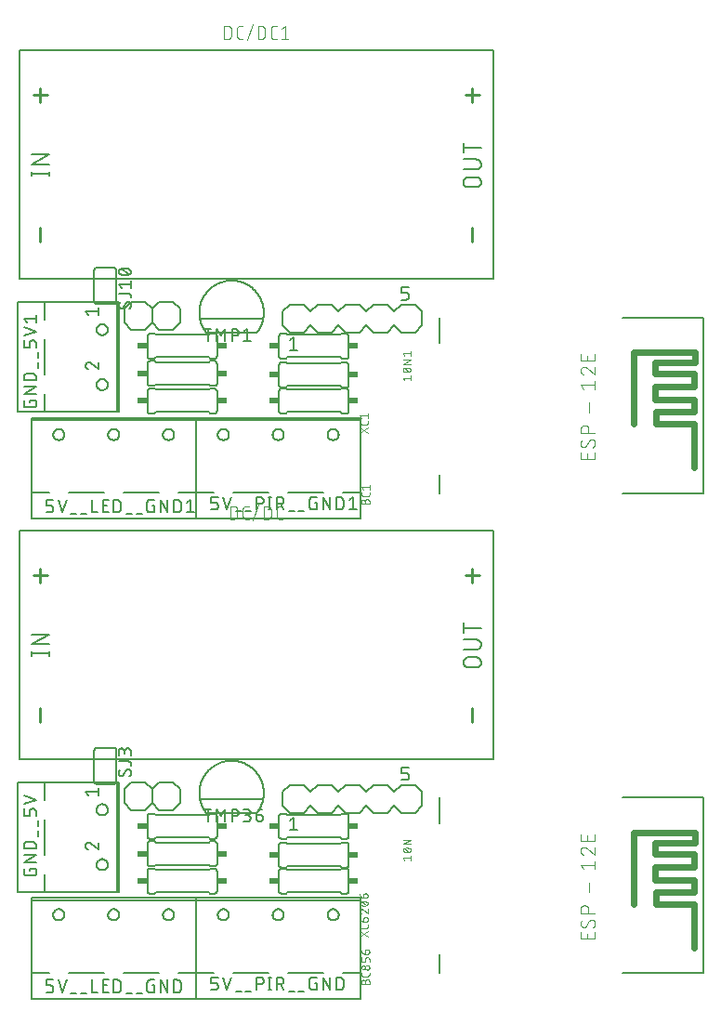
<source format=gbr>
G04 EAGLE Gerber RS-274X export*
G75*
%MOMM*%
%FSLAX34Y34*%
%LPD*%
%INSilkscreen Top*%
%IPPOS*%
%AMOC8*
5,1,8,0,0,1.08239X$1,22.5*%
G01*
%ADD10C,0.076200*%
%ADD11C,0.152400*%
%ADD12C,0.127000*%
%ADD13R,0.863600X0.609600*%
%ADD14C,0.609600*%
%ADD15C,0.101600*%
%ADD16C,0.177800*%
%ADD17C,0.254000*%


D10*
X362639Y131531D02*
X361031Y133542D01*
X368269Y133542D01*
X368269Y135552D02*
X368269Y131531D01*
X364650Y138731D02*
X364500Y138733D01*
X364350Y138739D01*
X364199Y138748D01*
X364050Y138761D01*
X363900Y138778D01*
X363752Y138799D01*
X363603Y138824D01*
X363456Y138852D01*
X363309Y138884D01*
X363163Y138919D01*
X363018Y138959D01*
X362874Y139002D01*
X362731Y139048D01*
X362589Y139098D01*
X362449Y139152D01*
X362310Y139209D01*
X362172Y139270D01*
X362036Y139334D01*
X361967Y139360D01*
X361899Y139389D01*
X361833Y139422D01*
X361768Y139457D01*
X361706Y139496D01*
X361645Y139538D01*
X361586Y139583D01*
X361530Y139630D01*
X361476Y139681D01*
X361424Y139734D01*
X361376Y139789D01*
X361330Y139847D01*
X361287Y139907D01*
X361247Y139970D01*
X361210Y140034D01*
X361177Y140099D01*
X361147Y140167D01*
X361120Y140235D01*
X361096Y140306D01*
X361077Y140377D01*
X361060Y140449D01*
X361047Y140521D01*
X361038Y140595D01*
X361033Y140668D01*
X361031Y140742D01*
X361033Y140816D01*
X361038Y140889D01*
X361047Y140963D01*
X361060Y141035D01*
X361077Y141107D01*
X361096Y141178D01*
X361120Y141249D01*
X361147Y141317D01*
X361177Y141385D01*
X361210Y141450D01*
X361247Y141514D01*
X361287Y141577D01*
X361330Y141637D01*
X361376Y141695D01*
X361424Y141750D01*
X361476Y141803D01*
X361530Y141854D01*
X361586Y141901D01*
X361645Y141946D01*
X361706Y141988D01*
X361768Y142027D01*
X361833Y142062D01*
X361899Y142095D01*
X361967Y142124D01*
X362036Y142150D01*
X362036Y142149D02*
X362172Y142213D01*
X362310Y142274D01*
X362449Y142331D01*
X362589Y142385D01*
X362731Y142435D01*
X362874Y142481D01*
X363018Y142524D01*
X363163Y142564D01*
X363309Y142599D01*
X363456Y142631D01*
X363603Y142659D01*
X363752Y142684D01*
X363900Y142705D01*
X364050Y142722D01*
X364199Y142735D01*
X364350Y142744D01*
X364500Y142750D01*
X364650Y142752D01*
X364650Y138731D02*
X364800Y138733D01*
X364950Y138739D01*
X365101Y138748D01*
X365250Y138761D01*
X365400Y138778D01*
X365548Y138799D01*
X365697Y138824D01*
X365844Y138852D01*
X365991Y138884D01*
X366137Y138919D01*
X366282Y138959D01*
X366426Y139002D01*
X366569Y139048D01*
X366711Y139098D01*
X366851Y139152D01*
X366990Y139209D01*
X367128Y139270D01*
X367264Y139334D01*
X367333Y139360D01*
X367401Y139389D01*
X367467Y139422D01*
X367532Y139457D01*
X367594Y139496D01*
X367655Y139538D01*
X367714Y139583D01*
X367770Y139630D01*
X367824Y139681D01*
X367876Y139734D01*
X367924Y139789D01*
X367970Y139847D01*
X368013Y139907D01*
X368053Y139970D01*
X368090Y140034D01*
X368123Y140099D01*
X368153Y140167D01*
X368180Y140235D01*
X368204Y140306D01*
X368223Y140377D01*
X368240Y140449D01*
X368253Y140521D01*
X368262Y140595D01*
X368267Y140668D01*
X368269Y140742D01*
X367264Y142149D02*
X367128Y142213D01*
X366990Y142274D01*
X366851Y142331D01*
X366711Y142385D01*
X366569Y142435D01*
X366426Y142481D01*
X366282Y142524D01*
X366137Y142564D01*
X365991Y142599D01*
X365844Y142631D01*
X365697Y142659D01*
X365548Y142684D01*
X365400Y142705D01*
X365250Y142722D01*
X365101Y142735D01*
X364950Y142744D01*
X364800Y142750D01*
X364650Y142752D01*
X367264Y142150D02*
X367333Y142124D01*
X367401Y142095D01*
X367467Y142062D01*
X367532Y142027D01*
X367594Y141988D01*
X367655Y141946D01*
X367714Y141901D01*
X367770Y141854D01*
X367824Y141803D01*
X367876Y141750D01*
X367924Y141695D01*
X367970Y141637D01*
X368013Y141577D01*
X368053Y141514D01*
X368090Y141450D01*
X368123Y141385D01*
X368153Y141317D01*
X368180Y141249D01*
X368204Y141178D01*
X368223Y141107D01*
X368240Y141035D01*
X368253Y140963D01*
X368262Y140889D01*
X368267Y140816D01*
X368269Y140742D01*
X366661Y139133D02*
X362639Y142350D01*
X361031Y146171D02*
X368269Y146171D01*
X368269Y150192D02*
X361031Y146171D01*
X361031Y150192D02*
X368269Y150192D01*
D11*
X126150Y202700D02*
X113450Y202700D01*
X126150Y202700D02*
X132500Y196350D01*
X132500Y183650D01*
X126150Y177300D01*
X107100Y183650D02*
X107100Y196350D01*
X113450Y202700D01*
X107100Y183650D02*
X113450Y177300D01*
X126150Y177300D01*
X132500Y196350D02*
X138850Y202700D01*
X151550Y202700D01*
X157900Y196350D01*
X157900Y183650D01*
X151550Y177300D01*
X138850Y177300D01*
X132500Y183650D01*
X257850Y200200D02*
X270550Y200200D01*
X276900Y193850D01*
X276900Y181150D02*
X270550Y174800D01*
X276900Y193850D02*
X283250Y200200D01*
X295950Y200200D01*
X302300Y193850D01*
X302300Y181150D02*
X295950Y174800D01*
X283250Y174800D01*
X276900Y181150D01*
X251500Y181150D02*
X251500Y193850D01*
X257850Y200200D01*
X251500Y181150D02*
X257850Y174800D01*
X270550Y174800D01*
X302300Y193850D02*
X308650Y200200D01*
X321350Y200200D01*
X327700Y193850D01*
X327700Y181150D02*
X321350Y174800D01*
X308650Y174800D01*
X302300Y181150D01*
X334050Y200200D02*
X346750Y200200D01*
X353100Y193850D01*
X353100Y181150D02*
X346750Y174800D01*
X353100Y193850D02*
X359450Y200200D01*
X372150Y200200D01*
X378500Y193850D01*
X378500Y181150D01*
X372150Y174800D01*
X359450Y174800D01*
X353100Y181150D01*
X334050Y200200D02*
X327700Y193850D01*
X327700Y181150D02*
X334050Y174800D01*
X346750Y174800D01*
D12*
X261660Y170355D02*
X258485Y167815D01*
X261660Y170355D02*
X261660Y158925D01*
X258485Y158925D02*
X264835Y158925D01*
X360085Y204645D02*
X363895Y204645D01*
X363995Y204647D01*
X364094Y204653D01*
X364194Y204663D01*
X364292Y204676D01*
X364391Y204694D01*
X364488Y204715D01*
X364584Y204740D01*
X364680Y204769D01*
X364774Y204802D01*
X364867Y204838D01*
X364958Y204878D01*
X365048Y204922D01*
X365136Y204969D01*
X365222Y205019D01*
X365306Y205073D01*
X365388Y205130D01*
X365467Y205190D01*
X365545Y205254D01*
X365619Y205320D01*
X365691Y205389D01*
X365760Y205461D01*
X365826Y205535D01*
X365890Y205613D01*
X365950Y205692D01*
X366007Y205774D01*
X366061Y205858D01*
X366111Y205944D01*
X366158Y206032D01*
X366202Y206122D01*
X366242Y206213D01*
X366278Y206306D01*
X366311Y206400D01*
X366340Y206496D01*
X366365Y206592D01*
X366386Y206689D01*
X366404Y206788D01*
X366417Y206886D01*
X366427Y206986D01*
X366433Y207085D01*
X366435Y207185D01*
X366435Y208455D01*
X366433Y208555D01*
X366427Y208654D01*
X366417Y208754D01*
X366404Y208852D01*
X366386Y208951D01*
X366365Y209048D01*
X366340Y209144D01*
X366311Y209240D01*
X366278Y209334D01*
X366242Y209427D01*
X366202Y209518D01*
X366158Y209608D01*
X366111Y209696D01*
X366061Y209782D01*
X366007Y209866D01*
X365950Y209948D01*
X365890Y210027D01*
X365826Y210105D01*
X365760Y210179D01*
X365691Y210251D01*
X365619Y210320D01*
X365545Y210386D01*
X365467Y210450D01*
X365388Y210510D01*
X365306Y210567D01*
X365222Y210621D01*
X365136Y210671D01*
X365048Y210718D01*
X364958Y210762D01*
X364867Y210802D01*
X364774Y210838D01*
X364680Y210871D01*
X364584Y210900D01*
X364488Y210925D01*
X364391Y210946D01*
X364292Y210964D01*
X364194Y210977D01*
X364094Y210987D01*
X363995Y210993D01*
X363895Y210995D01*
X360085Y210995D01*
X360085Y216075D01*
X366435Y216075D01*
D11*
X250790Y123930D02*
X250690Y123928D01*
X250591Y123922D01*
X250491Y123912D01*
X250393Y123899D01*
X250294Y123881D01*
X250197Y123860D01*
X250101Y123835D01*
X250005Y123806D01*
X249911Y123773D01*
X249818Y123737D01*
X249727Y123697D01*
X249637Y123653D01*
X249549Y123606D01*
X249463Y123556D01*
X249379Y123502D01*
X249297Y123445D01*
X249218Y123385D01*
X249140Y123321D01*
X249066Y123255D01*
X248994Y123186D01*
X248925Y123114D01*
X248859Y123040D01*
X248795Y122962D01*
X248735Y122883D01*
X248678Y122801D01*
X248624Y122717D01*
X248574Y122631D01*
X248527Y122543D01*
X248483Y122453D01*
X248443Y122362D01*
X248407Y122269D01*
X248374Y122175D01*
X248345Y122079D01*
X248320Y121983D01*
X248299Y121886D01*
X248281Y121787D01*
X248268Y121689D01*
X248258Y121589D01*
X248252Y121490D01*
X248250Y121390D01*
X248250Y103610D02*
X248252Y103510D01*
X248258Y103411D01*
X248268Y103311D01*
X248281Y103213D01*
X248299Y103114D01*
X248320Y103017D01*
X248345Y102921D01*
X248374Y102825D01*
X248407Y102731D01*
X248443Y102638D01*
X248483Y102547D01*
X248527Y102457D01*
X248574Y102369D01*
X248624Y102283D01*
X248678Y102199D01*
X248735Y102117D01*
X248795Y102038D01*
X248859Y101960D01*
X248925Y101886D01*
X248994Y101814D01*
X249066Y101745D01*
X249140Y101679D01*
X249218Y101615D01*
X249297Y101555D01*
X249379Y101498D01*
X249463Y101444D01*
X249549Y101394D01*
X249637Y101347D01*
X249727Y101303D01*
X249818Y101263D01*
X249911Y101227D01*
X250005Y101194D01*
X250101Y101165D01*
X250197Y101140D01*
X250294Y101119D01*
X250393Y101101D01*
X250491Y101088D01*
X250591Y101078D01*
X250690Y101072D01*
X250790Y101070D01*
X309210Y101070D02*
X309310Y101072D01*
X309409Y101078D01*
X309509Y101088D01*
X309607Y101101D01*
X309706Y101119D01*
X309803Y101140D01*
X309899Y101165D01*
X309995Y101194D01*
X310089Y101227D01*
X310182Y101263D01*
X310273Y101303D01*
X310363Y101347D01*
X310451Y101394D01*
X310537Y101444D01*
X310621Y101498D01*
X310703Y101555D01*
X310782Y101615D01*
X310860Y101679D01*
X310934Y101745D01*
X311006Y101814D01*
X311075Y101886D01*
X311141Y101960D01*
X311205Y102038D01*
X311265Y102117D01*
X311322Y102199D01*
X311376Y102283D01*
X311426Y102369D01*
X311473Y102457D01*
X311517Y102547D01*
X311557Y102638D01*
X311593Y102731D01*
X311626Y102825D01*
X311655Y102921D01*
X311680Y103017D01*
X311701Y103114D01*
X311719Y103213D01*
X311732Y103311D01*
X311742Y103411D01*
X311748Y103510D01*
X311750Y103610D01*
X311750Y121390D02*
X311748Y121490D01*
X311742Y121589D01*
X311732Y121689D01*
X311719Y121787D01*
X311701Y121886D01*
X311680Y121983D01*
X311655Y122079D01*
X311626Y122175D01*
X311593Y122269D01*
X311557Y122362D01*
X311517Y122453D01*
X311473Y122543D01*
X311426Y122631D01*
X311376Y122717D01*
X311322Y122801D01*
X311265Y122883D01*
X311205Y122962D01*
X311141Y123040D01*
X311075Y123114D01*
X311006Y123186D01*
X310934Y123255D01*
X310860Y123321D01*
X310782Y123385D01*
X310703Y123445D01*
X310621Y123502D01*
X310537Y123556D01*
X310451Y123606D01*
X310363Y123653D01*
X310273Y123697D01*
X310182Y123737D01*
X310089Y123773D01*
X309995Y123806D01*
X309899Y123835D01*
X309803Y123860D01*
X309706Y123881D01*
X309607Y123899D01*
X309509Y123912D01*
X309409Y123922D01*
X309310Y123928D01*
X309210Y123930D01*
X248250Y121390D02*
X248250Y103610D01*
X250790Y123930D02*
X254600Y123930D01*
X255870Y122660D01*
X254600Y101070D02*
X250790Y101070D01*
X254600Y101070D02*
X255870Y102340D01*
X304130Y122660D02*
X305400Y123930D01*
X304130Y122660D02*
X255870Y122660D01*
X304130Y102340D02*
X305400Y101070D01*
X304130Y102340D02*
X255870Y102340D01*
X305400Y123930D02*
X309210Y123930D01*
X309210Y101070D02*
X305400Y101070D01*
X311750Y103610D02*
X311750Y121390D01*
D13*
X316068Y112500D03*
X243932Y112500D03*
D11*
X130790Y173930D02*
X130690Y173928D01*
X130591Y173922D01*
X130491Y173912D01*
X130393Y173899D01*
X130294Y173881D01*
X130197Y173860D01*
X130101Y173835D01*
X130005Y173806D01*
X129911Y173773D01*
X129818Y173737D01*
X129727Y173697D01*
X129637Y173653D01*
X129549Y173606D01*
X129463Y173556D01*
X129379Y173502D01*
X129297Y173445D01*
X129218Y173385D01*
X129140Y173321D01*
X129066Y173255D01*
X128994Y173186D01*
X128925Y173114D01*
X128859Y173040D01*
X128795Y172962D01*
X128735Y172883D01*
X128678Y172801D01*
X128624Y172717D01*
X128574Y172631D01*
X128527Y172543D01*
X128483Y172453D01*
X128443Y172362D01*
X128407Y172269D01*
X128374Y172175D01*
X128345Y172079D01*
X128320Y171983D01*
X128299Y171886D01*
X128281Y171787D01*
X128268Y171689D01*
X128258Y171589D01*
X128252Y171490D01*
X128250Y171390D01*
X128250Y153610D02*
X128252Y153510D01*
X128258Y153411D01*
X128268Y153311D01*
X128281Y153213D01*
X128299Y153114D01*
X128320Y153017D01*
X128345Y152921D01*
X128374Y152825D01*
X128407Y152731D01*
X128443Y152638D01*
X128483Y152547D01*
X128527Y152457D01*
X128574Y152369D01*
X128624Y152283D01*
X128678Y152199D01*
X128735Y152117D01*
X128795Y152038D01*
X128859Y151960D01*
X128925Y151886D01*
X128994Y151814D01*
X129066Y151745D01*
X129140Y151679D01*
X129218Y151615D01*
X129297Y151555D01*
X129379Y151498D01*
X129463Y151444D01*
X129549Y151394D01*
X129637Y151347D01*
X129727Y151303D01*
X129818Y151263D01*
X129911Y151227D01*
X130005Y151194D01*
X130101Y151165D01*
X130197Y151140D01*
X130294Y151119D01*
X130393Y151101D01*
X130491Y151088D01*
X130591Y151078D01*
X130690Y151072D01*
X130790Y151070D01*
X189210Y151070D02*
X189310Y151072D01*
X189409Y151078D01*
X189509Y151088D01*
X189607Y151101D01*
X189706Y151119D01*
X189803Y151140D01*
X189899Y151165D01*
X189995Y151194D01*
X190089Y151227D01*
X190182Y151263D01*
X190273Y151303D01*
X190363Y151347D01*
X190451Y151394D01*
X190537Y151444D01*
X190621Y151498D01*
X190703Y151555D01*
X190782Y151615D01*
X190860Y151679D01*
X190934Y151745D01*
X191006Y151814D01*
X191075Y151886D01*
X191141Y151960D01*
X191205Y152038D01*
X191265Y152117D01*
X191322Y152199D01*
X191376Y152283D01*
X191426Y152369D01*
X191473Y152457D01*
X191517Y152547D01*
X191557Y152638D01*
X191593Y152731D01*
X191626Y152825D01*
X191655Y152921D01*
X191680Y153017D01*
X191701Y153114D01*
X191719Y153213D01*
X191732Y153311D01*
X191742Y153411D01*
X191748Y153510D01*
X191750Y153610D01*
X191750Y171390D02*
X191748Y171490D01*
X191742Y171589D01*
X191732Y171689D01*
X191719Y171787D01*
X191701Y171886D01*
X191680Y171983D01*
X191655Y172079D01*
X191626Y172175D01*
X191593Y172269D01*
X191557Y172362D01*
X191517Y172453D01*
X191473Y172543D01*
X191426Y172631D01*
X191376Y172717D01*
X191322Y172801D01*
X191265Y172883D01*
X191205Y172962D01*
X191141Y173040D01*
X191075Y173114D01*
X191006Y173186D01*
X190934Y173255D01*
X190860Y173321D01*
X190782Y173385D01*
X190703Y173445D01*
X190621Y173502D01*
X190537Y173556D01*
X190451Y173606D01*
X190363Y173653D01*
X190273Y173697D01*
X190182Y173737D01*
X190089Y173773D01*
X189995Y173806D01*
X189899Y173835D01*
X189803Y173860D01*
X189706Y173881D01*
X189607Y173899D01*
X189509Y173912D01*
X189409Y173922D01*
X189310Y173928D01*
X189210Y173930D01*
X128250Y171390D02*
X128250Y153610D01*
X130790Y173930D02*
X134600Y173930D01*
X135870Y172660D01*
X134600Y151070D02*
X130790Y151070D01*
X134600Y151070D02*
X135870Y152340D01*
X184130Y172660D02*
X185400Y173930D01*
X184130Y172660D02*
X135870Y172660D01*
X184130Y152340D02*
X185400Y151070D01*
X184130Y152340D02*
X135870Y152340D01*
X185400Y173930D02*
X189210Y173930D01*
X189210Y151070D02*
X185400Y151070D01*
X191750Y153610D02*
X191750Y171390D01*
D13*
X196068Y162500D03*
X123932Y162500D03*
D11*
X189210Y126070D02*
X189310Y126072D01*
X189409Y126078D01*
X189509Y126088D01*
X189607Y126101D01*
X189706Y126119D01*
X189803Y126140D01*
X189899Y126165D01*
X189995Y126194D01*
X190089Y126227D01*
X190182Y126263D01*
X190273Y126303D01*
X190363Y126347D01*
X190451Y126394D01*
X190537Y126444D01*
X190621Y126498D01*
X190703Y126555D01*
X190782Y126615D01*
X190860Y126679D01*
X190934Y126745D01*
X191006Y126814D01*
X191075Y126886D01*
X191141Y126960D01*
X191205Y127038D01*
X191265Y127117D01*
X191322Y127199D01*
X191376Y127283D01*
X191426Y127369D01*
X191473Y127457D01*
X191517Y127547D01*
X191557Y127638D01*
X191593Y127731D01*
X191626Y127825D01*
X191655Y127921D01*
X191680Y128017D01*
X191701Y128114D01*
X191719Y128213D01*
X191732Y128311D01*
X191742Y128411D01*
X191748Y128510D01*
X191750Y128610D01*
X191750Y146390D02*
X191748Y146490D01*
X191742Y146589D01*
X191732Y146689D01*
X191719Y146787D01*
X191701Y146886D01*
X191680Y146983D01*
X191655Y147079D01*
X191626Y147175D01*
X191593Y147269D01*
X191557Y147362D01*
X191517Y147453D01*
X191473Y147543D01*
X191426Y147631D01*
X191376Y147717D01*
X191322Y147801D01*
X191265Y147883D01*
X191205Y147962D01*
X191141Y148040D01*
X191075Y148114D01*
X191006Y148186D01*
X190934Y148255D01*
X190860Y148321D01*
X190782Y148385D01*
X190703Y148445D01*
X190621Y148502D01*
X190537Y148556D01*
X190451Y148606D01*
X190363Y148653D01*
X190273Y148697D01*
X190182Y148737D01*
X190089Y148773D01*
X189995Y148806D01*
X189899Y148835D01*
X189803Y148860D01*
X189706Y148881D01*
X189607Y148899D01*
X189509Y148912D01*
X189409Y148922D01*
X189310Y148928D01*
X189210Y148930D01*
X130790Y148930D02*
X130690Y148928D01*
X130591Y148922D01*
X130491Y148912D01*
X130393Y148899D01*
X130294Y148881D01*
X130197Y148860D01*
X130101Y148835D01*
X130005Y148806D01*
X129911Y148773D01*
X129818Y148737D01*
X129727Y148697D01*
X129637Y148653D01*
X129549Y148606D01*
X129463Y148556D01*
X129379Y148502D01*
X129297Y148445D01*
X129218Y148385D01*
X129140Y148321D01*
X129066Y148255D01*
X128994Y148186D01*
X128925Y148114D01*
X128859Y148040D01*
X128795Y147962D01*
X128735Y147883D01*
X128678Y147801D01*
X128624Y147717D01*
X128574Y147631D01*
X128527Y147543D01*
X128483Y147453D01*
X128443Y147362D01*
X128407Y147269D01*
X128374Y147175D01*
X128345Y147079D01*
X128320Y146983D01*
X128299Y146886D01*
X128281Y146787D01*
X128268Y146689D01*
X128258Y146589D01*
X128252Y146490D01*
X128250Y146390D01*
X128250Y128610D02*
X128252Y128510D01*
X128258Y128411D01*
X128268Y128311D01*
X128281Y128213D01*
X128299Y128114D01*
X128320Y128017D01*
X128345Y127921D01*
X128374Y127825D01*
X128407Y127731D01*
X128443Y127638D01*
X128483Y127547D01*
X128527Y127457D01*
X128574Y127369D01*
X128624Y127283D01*
X128678Y127199D01*
X128735Y127117D01*
X128795Y127038D01*
X128859Y126960D01*
X128925Y126886D01*
X128994Y126814D01*
X129066Y126745D01*
X129140Y126679D01*
X129218Y126615D01*
X129297Y126555D01*
X129379Y126498D01*
X129463Y126444D01*
X129549Y126394D01*
X129637Y126347D01*
X129727Y126303D01*
X129818Y126263D01*
X129911Y126227D01*
X130005Y126194D01*
X130101Y126165D01*
X130197Y126140D01*
X130294Y126119D01*
X130393Y126101D01*
X130491Y126088D01*
X130591Y126078D01*
X130690Y126072D01*
X130790Y126070D01*
X191750Y128610D02*
X191750Y146390D01*
X189210Y126070D02*
X185400Y126070D01*
X184130Y127340D01*
X185400Y148930D02*
X189210Y148930D01*
X185400Y148930D02*
X184130Y147660D01*
X135870Y127340D02*
X134600Y126070D01*
X135870Y127340D02*
X184130Y127340D01*
X135870Y147660D02*
X134600Y148930D01*
X135870Y147660D02*
X184130Y147660D01*
X134600Y126070D02*
X130790Y126070D01*
X130790Y148930D02*
X134600Y148930D01*
X128250Y146390D02*
X128250Y128610D01*
D13*
X123932Y137500D03*
X196068Y137500D03*
D11*
X309210Y151070D02*
X309310Y151072D01*
X309409Y151078D01*
X309509Y151088D01*
X309607Y151101D01*
X309706Y151119D01*
X309803Y151140D01*
X309899Y151165D01*
X309995Y151194D01*
X310089Y151227D01*
X310182Y151263D01*
X310273Y151303D01*
X310363Y151347D01*
X310451Y151394D01*
X310537Y151444D01*
X310621Y151498D01*
X310703Y151555D01*
X310782Y151615D01*
X310860Y151679D01*
X310934Y151745D01*
X311006Y151814D01*
X311075Y151886D01*
X311141Y151960D01*
X311205Y152038D01*
X311265Y152117D01*
X311322Y152199D01*
X311376Y152283D01*
X311426Y152369D01*
X311473Y152457D01*
X311517Y152547D01*
X311557Y152638D01*
X311593Y152731D01*
X311626Y152825D01*
X311655Y152921D01*
X311680Y153017D01*
X311701Y153114D01*
X311719Y153213D01*
X311732Y153311D01*
X311742Y153411D01*
X311748Y153510D01*
X311750Y153610D01*
X311750Y171390D02*
X311748Y171490D01*
X311742Y171589D01*
X311732Y171689D01*
X311719Y171787D01*
X311701Y171886D01*
X311680Y171983D01*
X311655Y172079D01*
X311626Y172175D01*
X311593Y172269D01*
X311557Y172362D01*
X311517Y172453D01*
X311473Y172543D01*
X311426Y172631D01*
X311376Y172717D01*
X311322Y172801D01*
X311265Y172883D01*
X311205Y172962D01*
X311141Y173040D01*
X311075Y173114D01*
X311006Y173186D01*
X310934Y173255D01*
X310860Y173321D01*
X310782Y173385D01*
X310703Y173445D01*
X310621Y173502D01*
X310537Y173556D01*
X310451Y173606D01*
X310363Y173653D01*
X310273Y173697D01*
X310182Y173737D01*
X310089Y173773D01*
X309995Y173806D01*
X309899Y173835D01*
X309803Y173860D01*
X309706Y173881D01*
X309607Y173899D01*
X309509Y173912D01*
X309409Y173922D01*
X309310Y173928D01*
X309210Y173930D01*
X250790Y173930D02*
X250690Y173928D01*
X250591Y173922D01*
X250491Y173912D01*
X250393Y173899D01*
X250294Y173881D01*
X250197Y173860D01*
X250101Y173835D01*
X250005Y173806D01*
X249911Y173773D01*
X249818Y173737D01*
X249727Y173697D01*
X249637Y173653D01*
X249549Y173606D01*
X249463Y173556D01*
X249379Y173502D01*
X249297Y173445D01*
X249218Y173385D01*
X249140Y173321D01*
X249066Y173255D01*
X248994Y173186D01*
X248925Y173114D01*
X248859Y173040D01*
X248795Y172962D01*
X248735Y172883D01*
X248678Y172801D01*
X248624Y172717D01*
X248574Y172631D01*
X248527Y172543D01*
X248483Y172453D01*
X248443Y172362D01*
X248407Y172269D01*
X248374Y172175D01*
X248345Y172079D01*
X248320Y171983D01*
X248299Y171886D01*
X248281Y171787D01*
X248268Y171689D01*
X248258Y171589D01*
X248252Y171490D01*
X248250Y171390D01*
X248250Y153610D02*
X248252Y153510D01*
X248258Y153411D01*
X248268Y153311D01*
X248281Y153213D01*
X248299Y153114D01*
X248320Y153017D01*
X248345Y152921D01*
X248374Y152825D01*
X248407Y152731D01*
X248443Y152638D01*
X248483Y152547D01*
X248527Y152457D01*
X248574Y152369D01*
X248624Y152283D01*
X248678Y152199D01*
X248735Y152117D01*
X248795Y152038D01*
X248859Y151960D01*
X248925Y151886D01*
X248994Y151814D01*
X249066Y151745D01*
X249140Y151679D01*
X249218Y151615D01*
X249297Y151555D01*
X249379Y151498D01*
X249463Y151444D01*
X249549Y151394D01*
X249637Y151347D01*
X249727Y151303D01*
X249818Y151263D01*
X249911Y151227D01*
X250005Y151194D01*
X250101Y151165D01*
X250197Y151140D01*
X250294Y151119D01*
X250393Y151101D01*
X250491Y151088D01*
X250591Y151078D01*
X250690Y151072D01*
X250790Y151070D01*
X311750Y153610D02*
X311750Y171390D01*
X309210Y151070D02*
X305400Y151070D01*
X304130Y152340D01*
X305400Y173930D02*
X309210Y173930D01*
X305400Y173930D02*
X304130Y172660D01*
X255870Y152340D02*
X254600Y151070D01*
X255870Y152340D02*
X304130Y152340D01*
X255870Y172660D02*
X254600Y173930D01*
X255870Y172660D02*
X304130Y172660D01*
X254600Y151070D02*
X250790Y151070D01*
X250790Y173930D02*
X254600Y173930D01*
X248250Y171390D02*
X248250Y153610D01*
D13*
X243932Y162500D03*
X316068Y162500D03*
D11*
X311750Y127360D02*
X311748Y127260D01*
X311742Y127161D01*
X311732Y127061D01*
X311719Y126963D01*
X311701Y126864D01*
X311680Y126767D01*
X311655Y126671D01*
X311626Y126575D01*
X311593Y126481D01*
X311557Y126388D01*
X311517Y126297D01*
X311473Y126207D01*
X311426Y126119D01*
X311376Y126033D01*
X311322Y125949D01*
X311265Y125867D01*
X311205Y125788D01*
X311141Y125710D01*
X311075Y125636D01*
X311006Y125564D01*
X310934Y125495D01*
X310860Y125429D01*
X310782Y125365D01*
X310703Y125305D01*
X310621Y125248D01*
X310537Y125194D01*
X310451Y125144D01*
X310363Y125097D01*
X310273Y125053D01*
X310182Y125013D01*
X310089Y124977D01*
X309995Y124944D01*
X309899Y124915D01*
X309803Y124890D01*
X309706Y124869D01*
X309607Y124851D01*
X309509Y124838D01*
X309409Y124828D01*
X309310Y124822D01*
X309210Y124820D01*
X311750Y145140D02*
X311748Y145240D01*
X311742Y145339D01*
X311732Y145439D01*
X311719Y145537D01*
X311701Y145636D01*
X311680Y145733D01*
X311655Y145829D01*
X311626Y145925D01*
X311593Y146019D01*
X311557Y146112D01*
X311517Y146203D01*
X311473Y146293D01*
X311426Y146381D01*
X311376Y146467D01*
X311322Y146551D01*
X311265Y146633D01*
X311205Y146712D01*
X311141Y146790D01*
X311075Y146864D01*
X311006Y146936D01*
X310934Y147005D01*
X310860Y147071D01*
X310782Y147135D01*
X310703Y147195D01*
X310621Y147252D01*
X310537Y147306D01*
X310451Y147356D01*
X310363Y147403D01*
X310273Y147447D01*
X310182Y147487D01*
X310089Y147523D01*
X309995Y147556D01*
X309899Y147585D01*
X309803Y147610D01*
X309706Y147631D01*
X309607Y147649D01*
X309509Y147662D01*
X309409Y147672D01*
X309310Y147678D01*
X309210Y147680D01*
X250790Y147680D02*
X250690Y147678D01*
X250591Y147672D01*
X250491Y147662D01*
X250393Y147649D01*
X250294Y147631D01*
X250197Y147610D01*
X250101Y147585D01*
X250005Y147556D01*
X249911Y147523D01*
X249818Y147487D01*
X249727Y147447D01*
X249637Y147403D01*
X249549Y147356D01*
X249463Y147306D01*
X249379Y147252D01*
X249297Y147195D01*
X249218Y147135D01*
X249140Y147071D01*
X249066Y147005D01*
X248994Y146936D01*
X248925Y146864D01*
X248859Y146790D01*
X248795Y146712D01*
X248735Y146633D01*
X248678Y146551D01*
X248624Y146467D01*
X248574Y146381D01*
X248527Y146293D01*
X248483Y146203D01*
X248443Y146112D01*
X248407Y146019D01*
X248374Y145925D01*
X248345Y145829D01*
X248320Y145733D01*
X248299Y145636D01*
X248281Y145537D01*
X248268Y145439D01*
X248258Y145339D01*
X248252Y145240D01*
X248250Y145140D01*
X248250Y127360D02*
X248252Y127260D01*
X248258Y127161D01*
X248268Y127061D01*
X248281Y126963D01*
X248299Y126864D01*
X248320Y126767D01*
X248345Y126671D01*
X248374Y126575D01*
X248407Y126481D01*
X248443Y126388D01*
X248483Y126297D01*
X248527Y126207D01*
X248574Y126119D01*
X248624Y126033D01*
X248678Y125949D01*
X248735Y125867D01*
X248795Y125788D01*
X248859Y125710D01*
X248925Y125636D01*
X248994Y125564D01*
X249066Y125495D01*
X249140Y125429D01*
X249218Y125365D01*
X249297Y125305D01*
X249379Y125248D01*
X249463Y125194D01*
X249549Y125144D01*
X249637Y125097D01*
X249727Y125053D01*
X249818Y125013D01*
X249911Y124977D01*
X250005Y124944D01*
X250101Y124915D01*
X250197Y124890D01*
X250294Y124869D01*
X250393Y124851D01*
X250491Y124838D01*
X250591Y124828D01*
X250690Y124822D01*
X250790Y124820D01*
X311750Y127360D02*
X311750Y145140D01*
X309210Y124820D02*
X305400Y124820D01*
X304130Y126090D01*
X305400Y147680D02*
X309210Y147680D01*
X305400Y147680D02*
X304130Y146410D01*
X255870Y126090D02*
X254600Y124820D01*
X255870Y126090D02*
X304130Y126090D01*
X255870Y146410D02*
X254600Y147680D01*
X255870Y146410D02*
X304130Y146410D01*
X254600Y124820D02*
X250790Y124820D01*
X250790Y147680D02*
X254600Y147680D01*
X248250Y145140D02*
X248250Y127360D01*
D13*
X243932Y136250D03*
X316068Y136250D03*
D10*
X326548Y20842D02*
X326548Y18831D01*
X326547Y20842D02*
X326549Y20931D01*
X326555Y21020D01*
X326565Y21108D01*
X326578Y21196D01*
X326596Y21283D01*
X326617Y21370D01*
X326643Y21455D01*
X326672Y21539D01*
X326704Y21622D01*
X326741Y21703D01*
X326781Y21783D01*
X326824Y21860D01*
X326871Y21936D01*
X326921Y22010D01*
X326974Y22081D01*
X327030Y22150D01*
X327090Y22216D01*
X327152Y22280D01*
X327217Y22340D01*
X327284Y22398D01*
X327354Y22453D01*
X327427Y22505D01*
X327502Y22553D01*
X327578Y22598D01*
X327657Y22640D01*
X327737Y22678D01*
X327819Y22712D01*
X327903Y22743D01*
X327988Y22770D01*
X328073Y22794D01*
X328160Y22813D01*
X328248Y22829D01*
X328336Y22841D01*
X328425Y22849D01*
X328514Y22853D01*
X328602Y22853D01*
X328691Y22849D01*
X328780Y22841D01*
X328868Y22829D01*
X328956Y22813D01*
X329043Y22794D01*
X329128Y22770D01*
X329213Y22743D01*
X329297Y22712D01*
X329379Y22678D01*
X329459Y22640D01*
X329538Y22598D01*
X329614Y22553D01*
X329689Y22505D01*
X329762Y22453D01*
X329832Y22398D01*
X329899Y22340D01*
X329964Y22280D01*
X330026Y22216D01*
X330086Y22150D01*
X330142Y22081D01*
X330195Y22010D01*
X330245Y21936D01*
X330292Y21860D01*
X330335Y21783D01*
X330375Y21703D01*
X330412Y21622D01*
X330444Y21539D01*
X330473Y21455D01*
X330499Y21370D01*
X330520Y21283D01*
X330538Y21196D01*
X330551Y21108D01*
X330561Y21020D01*
X330567Y20931D01*
X330569Y20842D01*
X330569Y18831D01*
X323331Y18831D01*
X323331Y20842D01*
X323333Y20921D01*
X323339Y21000D01*
X323348Y21078D01*
X323362Y21156D01*
X323379Y21233D01*
X323400Y21309D01*
X323425Y21384D01*
X323453Y21457D01*
X323485Y21530D01*
X323521Y21600D01*
X323560Y21669D01*
X323602Y21735D01*
X323647Y21800D01*
X323696Y21862D01*
X323748Y21922D01*
X323802Y21979D01*
X323859Y22033D01*
X323919Y22085D01*
X323981Y22134D01*
X324046Y22179D01*
X324112Y22221D01*
X324181Y22260D01*
X324251Y22296D01*
X324324Y22328D01*
X324397Y22356D01*
X324472Y22381D01*
X324548Y22402D01*
X324625Y22419D01*
X324703Y22433D01*
X324781Y22442D01*
X324860Y22448D01*
X324939Y22450D01*
X325018Y22448D01*
X325097Y22442D01*
X325175Y22433D01*
X325253Y22419D01*
X325330Y22402D01*
X325406Y22381D01*
X325481Y22356D01*
X325554Y22328D01*
X325627Y22296D01*
X325697Y22260D01*
X325766Y22221D01*
X325832Y22179D01*
X325897Y22134D01*
X325959Y22085D01*
X326019Y22033D01*
X326076Y21979D01*
X326130Y21922D01*
X326182Y21862D01*
X326231Y21800D01*
X326276Y21735D01*
X326318Y21669D01*
X326357Y21600D01*
X326393Y21530D01*
X326425Y21457D01*
X326453Y21384D01*
X326478Y21309D01*
X326499Y21233D01*
X326516Y21156D01*
X326530Y21078D01*
X326539Y21000D01*
X326545Y20921D01*
X326547Y20842D01*
X330569Y27260D02*
X330569Y28868D01*
X330569Y27260D02*
X330567Y27181D01*
X330561Y27102D01*
X330552Y27024D01*
X330538Y26946D01*
X330521Y26869D01*
X330500Y26793D01*
X330475Y26718D01*
X330447Y26645D01*
X330415Y26572D01*
X330379Y26502D01*
X330340Y26433D01*
X330298Y26367D01*
X330253Y26302D01*
X330204Y26240D01*
X330152Y26180D01*
X330098Y26123D01*
X330041Y26069D01*
X329981Y26017D01*
X329919Y25968D01*
X329854Y25923D01*
X329788Y25881D01*
X329719Y25842D01*
X329649Y25806D01*
X329576Y25774D01*
X329503Y25746D01*
X329428Y25721D01*
X329352Y25700D01*
X329275Y25683D01*
X329197Y25669D01*
X329119Y25660D01*
X329040Y25654D01*
X328961Y25652D01*
X328961Y25651D02*
X324939Y25651D01*
X324860Y25653D01*
X324781Y25659D01*
X324703Y25668D01*
X324625Y25682D01*
X324548Y25699D01*
X324472Y25720D01*
X324397Y25745D01*
X324323Y25773D01*
X324251Y25805D01*
X324181Y25841D01*
X324112Y25880D01*
X324045Y25922D01*
X323981Y25968D01*
X323918Y26016D01*
X323858Y26068D01*
X323801Y26122D01*
X323747Y26179D01*
X323695Y26239D01*
X323647Y26301D01*
X323601Y26366D01*
X323559Y26433D01*
X323520Y26501D01*
X323485Y26572D01*
X323452Y26644D01*
X323424Y26718D01*
X323399Y26793D01*
X323378Y26869D01*
X323361Y26946D01*
X323347Y27024D01*
X323338Y27102D01*
X323332Y27181D01*
X323330Y27260D01*
X323331Y27260D02*
X323331Y28868D01*
X328558Y31674D02*
X328469Y31676D01*
X328380Y31682D01*
X328292Y31692D01*
X328204Y31705D01*
X328117Y31723D01*
X328030Y31744D01*
X327945Y31770D01*
X327861Y31799D01*
X327778Y31831D01*
X327697Y31868D01*
X327617Y31908D01*
X327540Y31951D01*
X327464Y31998D01*
X327390Y32048D01*
X327319Y32101D01*
X327250Y32157D01*
X327184Y32217D01*
X327120Y32279D01*
X327060Y32344D01*
X327002Y32411D01*
X326947Y32481D01*
X326895Y32554D01*
X326847Y32629D01*
X326802Y32705D01*
X326760Y32784D01*
X326722Y32864D01*
X326688Y32946D01*
X326657Y33030D01*
X326630Y33115D01*
X326606Y33200D01*
X326587Y33287D01*
X326571Y33375D01*
X326559Y33463D01*
X326551Y33552D01*
X326547Y33641D01*
X326547Y33729D01*
X326551Y33818D01*
X326559Y33907D01*
X326571Y33995D01*
X326587Y34083D01*
X326606Y34170D01*
X326630Y34255D01*
X326657Y34340D01*
X326688Y34424D01*
X326722Y34506D01*
X326760Y34586D01*
X326802Y34665D01*
X326847Y34741D01*
X326895Y34816D01*
X326947Y34889D01*
X327002Y34959D01*
X327060Y35026D01*
X327120Y35091D01*
X327184Y35153D01*
X327250Y35213D01*
X327319Y35269D01*
X327390Y35322D01*
X327464Y35372D01*
X327540Y35419D01*
X327617Y35462D01*
X327697Y35502D01*
X327778Y35539D01*
X327861Y35571D01*
X327945Y35600D01*
X328030Y35626D01*
X328117Y35647D01*
X328204Y35665D01*
X328292Y35678D01*
X328380Y35688D01*
X328469Y35694D01*
X328558Y35696D01*
X328647Y35694D01*
X328736Y35688D01*
X328824Y35678D01*
X328912Y35665D01*
X328999Y35647D01*
X329086Y35626D01*
X329171Y35600D01*
X329255Y35571D01*
X329338Y35539D01*
X329419Y35502D01*
X329499Y35462D01*
X329576Y35419D01*
X329652Y35372D01*
X329726Y35322D01*
X329797Y35269D01*
X329866Y35213D01*
X329932Y35153D01*
X329996Y35091D01*
X330056Y35026D01*
X330114Y34959D01*
X330169Y34889D01*
X330221Y34816D01*
X330269Y34741D01*
X330314Y34665D01*
X330356Y34586D01*
X330394Y34506D01*
X330428Y34424D01*
X330459Y34340D01*
X330486Y34255D01*
X330510Y34170D01*
X330529Y34083D01*
X330545Y33995D01*
X330557Y33907D01*
X330565Y33818D01*
X330569Y33729D01*
X330569Y33641D01*
X330565Y33552D01*
X330557Y33463D01*
X330545Y33375D01*
X330529Y33287D01*
X330510Y33200D01*
X330486Y33115D01*
X330459Y33030D01*
X330428Y32946D01*
X330394Y32864D01*
X330356Y32784D01*
X330314Y32705D01*
X330269Y32629D01*
X330221Y32554D01*
X330169Y32481D01*
X330114Y32411D01*
X330056Y32344D01*
X329996Y32279D01*
X329932Y32217D01*
X329866Y32157D01*
X329797Y32101D01*
X329726Y32048D01*
X329652Y31998D01*
X329576Y31951D01*
X329499Y31908D01*
X329419Y31868D01*
X329338Y31831D01*
X329255Y31799D01*
X329171Y31770D01*
X329086Y31744D01*
X328999Y31723D01*
X328912Y31705D01*
X328824Y31692D01*
X328736Y31682D01*
X328647Y31676D01*
X328558Y31674D01*
X324939Y32077D02*
X324860Y32079D01*
X324781Y32085D01*
X324703Y32094D01*
X324625Y32108D01*
X324548Y32125D01*
X324472Y32146D01*
X324397Y32171D01*
X324324Y32199D01*
X324251Y32231D01*
X324181Y32267D01*
X324112Y32306D01*
X324046Y32348D01*
X323981Y32393D01*
X323919Y32442D01*
X323859Y32494D01*
X323802Y32548D01*
X323748Y32605D01*
X323696Y32665D01*
X323647Y32727D01*
X323602Y32792D01*
X323560Y32858D01*
X323521Y32927D01*
X323485Y32997D01*
X323453Y33070D01*
X323425Y33143D01*
X323400Y33218D01*
X323379Y33294D01*
X323362Y33371D01*
X323348Y33449D01*
X323339Y33527D01*
X323333Y33606D01*
X323331Y33685D01*
X323333Y33764D01*
X323339Y33843D01*
X323348Y33921D01*
X323362Y33999D01*
X323379Y34076D01*
X323400Y34152D01*
X323425Y34227D01*
X323453Y34300D01*
X323485Y34373D01*
X323521Y34443D01*
X323560Y34512D01*
X323602Y34578D01*
X323647Y34643D01*
X323696Y34705D01*
X323748Y34765D01*
X323802Y34822D01*
X323859Y34876D01*
X323919Y34928D01*
X323981Y34977D01*
X324046Y35022D01*
X324112Y35064D01*
X324181Y35103D01*
X324251Y35139D01*
X324324Y35171D01*
X324397Y35199D01*
X324472Y35224D01*
X324548Y35245D01*
X324625Y35262D01*
X324703Y35276D01*
X324781Y35285D01*
X324860Y35291D01*
X324939Y35293D01*
X325018Y35291D01*
X325097Y35285D01*
X325175Y35276D01*
X325253Y35262D01*
X325330Y35245D01*
X325406Y35224D01*
X325481Y35199D01*
X325554Y35171D01*
X325627Y35139D01*
X325697Y35103D01*
X325766Y35064D01*
X325832Y35022D01*
X325897Y34977D01*
X325959Y34928D01*
X326019Y34876D01*
X326076Y34822D01*
X326130Y34765D01*
X326182Y34705D01*
X326231Y34643D01*
X326276Y34578D01*
X326318Y34512D01*
X326357Y34443D01*
X326393Y34373D01*
X326425Y34300D01*
X326453Y34227D01*
X326478Y34152D01*
X326499Y34076D01*
X326516Y33999D01*
X326530Y33921D01*
X326539Y33843D01*
X326545Y33764D01*
X326547Y33685D01*
X326545Y33606D01*
X326539Y33527D01*
X326530Y33449D01*
X326516Y33371D01*
X326499Y33294D01*
X326478Y33218D01*
X326453Y33143D01*
X326425Y33070D01*
X326393Y32997D01*
X326357Y32927D01*
X326318Y32858D01*
X326276Y32792D01*
X326231Y32727D01*
X326182Y32665D01*
X326130Y32605D01*
X326076Y32548D01*
X326019Y32494D01*
X325959Y32442D01*
X325897Y32393D01*
X325832Y32348D01*
X325766Y32306D01*
X325697Y32267D01*
X325627Y32231D01*
X325554Y32199D01*
X325481Y32171D01*
X325406Y32146D01*
X325330Y32125D01*
X325253Y32108D01*
X325175Y32094D01*
X325097Y32085D01*
X325018Y32079D01*
X324939Y32077D01*
X330569Y38874D02*
X330569Y41287D01*
X330567Y41366D01*
X330561Y41445D01*
X330552Y41523D01*
X330538Y41601D01*
X330521Y41678D01*
X330500Y41754D01*
X330475Y41829D01*
X330447Y41902D01*
X330415Y41975D01*
X330379Y42045D01*
X330340Y42114D01*
X330298Y42180D01*
X330253Y42245D01*
X330204Y42307D01*
X330152Y42367D01*
X330098Y42424D01*
X330041Y42478D01*
X329981Y42530D01*
X329919Y42579D01*
X329854Y42624D01*
X329788Y42666D01*
X329719Y42705D01*
X329649Y42741D01*
X329576Y42773D01*
X329503Y42801D01*
X329428Y42826D01*
X329352Y42847D01*
X329275Y42864D01*
X329197Y42878D01*
X329119Y42887D01*
X329040Y42893D01*
X328961Y42895D01*
X328156Y42895D01*
X328077Y42893D01*
X327998Y42887D01*
X327920Y42878D01*
X327842Y42864D01*
X327765Y42847D01*
X327689Y42826D01*
X327614Y42801D01*
X327541Y42773D01*
X327468Y42741D01*
X327398Y42705D01*
X327329Y42666D01*
X327263Y42624D01*
X327198Y42579D01*
X327136Y42530D01*
X327076Y42478D01*
X327019Y42424D01*
X326965Y42367D01*
X326913Y42307D01*
X326864Y42245D01*
X326819Y42180D01*
X326777Y42114D01*
X326738Y42045D01*
X326702Y41975D01*
X326670Y41902D01*
X326642Y41829D01*
X326617Y41754D01*
X326596Y41678D01*
X326579Y41601D01*
X326565Y41523D01*
X326556Y41445D01*
X326550Y41366D01*
X326548Y41287D01*
X326548Y38874D01*
X323331Y38874D01*
X323331Y42895D01*
X326548Y46074D02*
X326548Y48487D01*
X326550Y48566D01*
X326556Y48645D01*
X326565Y48723D01*
X326579Y48801D01*
X326596Y48878D01*
X326617Y48954D01*
X326642Y49029D01*
X326670Y49102D01*
X326702Y49175D01*
X326738Y49245D01*
X326777Y49314D01*
X326819Y49380D01*
X326864Y49445D01*
X326913Y49507D01*
X326965Y49567D01*
X327019Y49624D01*
X327076Y49678D01*
X327136Y49730D01*
X327198Y49779D01*
X327263Y49824D01*
X327329Y49866D01*
X327398Y49905D01*
X327468Y49941D01*
X327541Y49973D01*
X327614Y50001D01*
X327689Y50026D01*
X327765Y50047D01*
X327842Y50064D01*
X327920Y50078D01*
X327998Y50087D01*
X328077Y50093D01*
X328156Y50095D01*
X328558Y50095D01*
X328558Y50096D02*
X328647Y50094D01*
X328736Y50088D01*
X328824Y50078D01*
X328912Y50065D01*
X328999Y50047D01*
X329086Y50026D01*
X329171Y50000D01*
X329255Y49971D01*
X329338Y49939D01*
X329419Y49902D01*
X329499Y49862D01*
X329576Y49819D01*
X329652Y49772D01*
X329726Y49722D01*
X329797Y49669D01*
X329866Y49613D01*
X329932Y49553D01*
X329996Y49491D01*
X330056Y49426D01*
X330114Y49359D01*
X330169Y49289D01*
X330221Y49216D01*
X330269Y49141D01*
X330314Y49065D01*
X330356Y48986D01*
X330394Y48906D01*
X330428Y48824D01*
X330459Y48740D01*
X330486Y48655D01*
X330510Y48570D01*
X330529Y48483D01*
X330545Y48395D01*
X330557Y48307D01*
X330565Y48218D01*
X330569Y48129D01*
X330569Y48041D01*
X330565Y47952D01*
X330557Y47863D01*
X330545Y47775D01*
X330529Y47687D01*
X330510Y47600D01*
X330486Y47515D01*
X330459Y47430D01*
X330428Y47346D01*
X330394Y47264D01*
X330356Y47184D01*
X330314Y47105D01*
X330269Y47029D01*
X330221Y46954D01*
X330169Y46881D01*
X330114Y46811D01*
X330056Y46744D01*
X329996Y46679D01*
X329932Y46617D01*
X329866Y46557D01*
X329797Y46501D01*
X329726Y46448D01*
X329652Y46398D01*
X329576Y46351D01*
X329499Y46308D01*
X329419Y46268D01*
X329338Y46231D01*
X329255Y46199D01*
X329171Y46170D01*
X329086Y46144D01*
X328999Y46123D01*
X328912Y46105D01*
X328824Y46092D01*
X328736Y46082D01*
X328647Y46076D01*
X328558Y46074D01*
X326548Y46074D01*
X326436Y46076D01*
X326324Y46082D01*
X326212Y46092D01*
X326100Y46105D01*
X325989Y46123D01*
X325879Y46144D01*
X325770Y46170D01*
X325661Y46199D01*
X325554Y46231D01*
X325448Y46268D01*
X325343Y46308D01*
X325240Y46352D01*
X325138Y46400D01*
X325038Y46451D01*
X324940Y46505D01*
X324843Y46563D01*
X324749Y46624D01*
X324657Y46688D01*
X324567Y46756D01*
X324480Y46827D01*
X324395Y46900D01*
X324313Y46977D01*
X324234Y47056D01*
X324157Y47138D01*
X324084Y47223D01*
X324013Y47310D01*
X323945Y47400D01*
X323881Y47492D01*
X323820Y47586D01*
X323762Y47682D01*
X323708Y47781D01*
X323657Y47881D01*
X323609Y47982D01*
X323565Y48086D01*
X323525Y48191D01*
X323488Y48297D01*
X323456Y48404D01*
X323427Y48513D01*
X323401Y48622D01*
X323380Y48732D01*
X323362Y48843D01*
X323349Y48955D01*
X323339Y49067D01*
X323333Y49179D01*
X323331Y49291D01*
D12*
X561500Y28500D02*
X634500Y28500D01*
X634500Y188500D02*
X561500Y188500D01*
X634500Y188500D02*
X634500Y28500D01*
D14*
X627500Y156500D02*
X578500Y156500D01*
X627500Y156500D02*
X627500Y147500D01*
X590500Y147500D01*
X590500Y137500D01*
X626500Y137500D01*
X626500Y125500D01*
X590500Y125500D01*
X590500Y113500D01*
X626500Y113500D01*
X626500Y102500D01*
X591500Y102500D01*
X591500Y91500D01*
X626500Y91500D01*
X626500Y51500D01*
X577500Y156500D02*
X571500Y156500D01*
X571500Y91500D01*
D15*
X536216Y65630D02*
X536216Y59759D01*
X523008Y59759D01*
X523008Y65630D01*
X528878Y64162D02*
X528878Y59759D01*
X536216Y74379D02*
X536214Y74486D01*
X536208Y74593D01*
X536198Y74700D01*
X536185Y74806D01*
X536167Y74912D01*
X536146Y75017D01*
X536121Y75121D01*
X536092Y75225D01*
X536059Y75327D01*
X536022Y75427D01*
X535982Y75527D01*
X535938Y75625D01*
X535891Y75721D01*
X535840Y75815D01*
X535786Y75908D01*
X535729Y75998D01*
X535668Y76087D01*
X535604Y76173D01*
X535537Y76256D01*
X535467Y76338D01*
X535394Y76416D01*
X535318Y76492D01*
X535240Y76565D01*
X535158Y76635D01*
X535075Y76702D01*
X534989Y76766D01*
X534900Y76827D01*
X534810Y76884D01*
X534717Y76938D01*
X534623Y76989D01*
X534527Y77036D01*
X534429Y77080D01*
X534329Y77120D01*
X534229Y77157D01*
X534127Y77190D01*
X534023Y77219D01*
X533919Y77244D01*
X533814Y77265D01*
X533708Y77283D01*
X533602Y77296D01*
X533495Y77306D01*
X533388Y77312D01*
X533281Y77314D01*
X536216Y74379D02*
X536214Y74226D01*
X536208Y74073D01*
X536199Y73920D01*
X536186Y73768D01*
X536169Y73616D01*
X536148Y73464D01*
X536124Y73313D01*
X536096Y73163D01*
X536064Y73013D01*
X536028Y72865D01*
X535989Y72717D01*
X535946Y72570D01*
X535900Y72424D01*
X535850Y72280D01*
X535796Y72136D01*
X535739Y71994D01*
X535679Y71854D01*
X535614Y71715D01*
X535547Y71578D01*
X535476Y71442D01*
X535402Y71308D01*
X535325Y71176D01*
X535244Y71046D01*
X535160Y70918D01*
X535073Y70792D01*
X534983Y70669D01*
X534890Y70547D01*
X534794Y70428D01*
X534695Y70312D01*
X534594Y70197D01*
X534489Y70086D01*
X534382Y69977D01*
X525943Y70344D02*
X525836Y70346D01*
X525729Y70352D01*
X525622Y70362D01*
X525516Y70375D01*
X525410Y70393D01*
X525305Y70414D01*
X525201Y70439D01*
X525097Y70468D01*
X524995Y70501D01*
X524895Y70538D01*
X524795Y70578D01*
X524697Y70622D01*
X524601Y70669D01*
X524507Y70720D01*
X524414Y70774D01*
X524324Y70831D01*
X524235Y70892D01*
X524149Y70956D01*
X524066Y71023D01*
X523984Y71093D01*
X523906Y71166D01*
X523830Y71242D01*
X523757Y71320D01*
X523687Y71402D01*
X523620Y71485D01*
X523556Y71571D01*
X523495Y71660D01*
X523438Y71750D01*
X523384Y71843D01*
X523333Y71937D01*
X523286Y72033D01*
X523242Y72131D01*
X523202Y72231D01*
X523165Y72331D01*
X523132Y72433D01*
X523103Y72537D01*
X523078Y72641D01*
X523057Y72746D01*
X523039Y72852D01*
X523026Y72958D01*
X523016Y73065D01*
X523010Y73172D01*
X523008Y73279D01*
X523010Y73427D01*
X523016Y73574D01*
X523026Y73721D01*
X523040Y73868D01*
X523057Y74015D01*
X523079Y74160D01*
X523105Y74306D01*
X523134Y74450D01*
X523167Y74594D01*
X523205Y74737D01*
X523246Y74879D01*
X523290Y75019D01*
X523339Y75159D01*
X523391Y75297D01*
X523447Y75433D01*
X523507Y75568D01*
X523570Y75701D01*
X523637Y75833D01*
X523707Y75963D01*
X523780Y76091D01*
X523858Y76216D01*
X523938Y76340D01*
X524022Y76462D01*
X524109Y76581D01*
X528511Y71812D02*
X528455Y71721D01*
X528396Y71632D01*
X528334Y71545D01*
X528269Y71461D01*
X528201Y71378D01*
X528130Y71299D01*
X528056Y71222D01*
X527979Y71148D01*
X527900Y71076D01*
X527818Y71008D01*
X527734Y70942D01*
X527647Y70879D01*
X527559Y70820D01*
X527468Y70764D01*
X527375Y70711D01*
X527281Y70661D01*
X527185Y70615D01*
X527087Y70572D01*
X526988Y70533D01*
X526887Y70497D01*
X526785Y70465D01*
X526682Y70437D01*
X526578Y70413D01*
X526474Y70392D01*
X526368Y70375D01*
X526263Y70361D01*
X526156Y70352D01*
X526050Y70346D01*
X525943Y70344D01*
X530713Y75846D02*
X530769Y75937D01*
X530828Y76026D01*
X530890Y76113D01*
X530955Y76198D01*
X531023Y76280D01*
X531094Y76359D01*
X531168Y76436D01*
X531245Y76510D01*
X531324Y76582D01*
X531406Y76650D01*
X531490Y76716D01*
X531577Y76779D01*
X531665Y76838D01*
X531756Y76894D01*
X531849Y76947D01*
X531943Y76997D01*
X532039Y77043D01*
X532137Y77086D01*
X532236Y77125D01*
X532337Y77161D01*
X532439Y77193D01*
X532542Y77221D01*
X532646Y77245D01*
X532750Y77266D01*
X532856Y77283D01*
X532961Y77297D01*
X533068Y77306D01*
X533174Y77312D01*
X533281Y77314D01*
X530713Y75847D02*
X528511Y71811D01*
X523008Y82958D02*
X536216Y82958D01*
X523008Y82958D02*
X523008Y86627D01*
X523010Y86747D01*
X523016Y86867D01*
X523026Y86987D01*
X523039Y87106D01*
X523057Y87225D01*
X523078Y87343D01*
X523104Y87460D01*
X523133Y87577D01*
X523166Y87692D01*
X523203Y87806D01*
X523243Y87919D01*
X523287Y88031D01*
X523335Y88141D01*
X523386Y88250D01*
X523441Y88357D01*
X523500Y88462D01*
X523561Y88564D01*
X523626Y88665D01*
X523695Y88764D01*
X523766Y88861D01*
X523841Y88955D01*
X523918Y89046D01*
X523999Y89135D01*
X524083Y89221D01*
X524169Y89305D01*
X524258Y89386D01*
X524349Y89463D01*
X524443Y89538D01*
X524540Y89609D01*
X524639Y89678D01*
X524740Y89743D01*
X524843Y89804D01*
X524947Y89863D01*
X525054Y89918D01*
X525163Y89969D01*
X525273Y90017D01*
X525385Y90061D01*
X525498Y90101D01*
X525612Y90138D01*
X525727Y90171D01*
X525844Y90200D01*
X525961Y90226D01*
X526079Y90247D01*
X526198Y90265D01*
X526317Y90278D01*
X526437Y90288D01*
X526557Y90294D01*
X526677Y90296D01*
X526797Y90294D01*
X526917Y90288D01*
X527037Y90278D01*
X527156Y90265D01*
X527275Y90247D01*
X527393Y90226D01*
X527510Y90200D01*
X527627Y90171D01*
X527742Y90138D01*
X527856Y90101D01*
X527969Y90061D01*
X528081Y90017D01*
X528191Y89969D01*
X528300Y89918D01*
X528407Y89863D01*
X528512Y89804D01*
X528614Y89743D01*
X528715Y89678D01*
X528814Y89609D01*
X528911Y89538D01*
X529005Y89463D01*
X529096Y89386D01*
X529185Y89305D01*
X529271Y89221D01*
X529355Y89135D01*
X529436Y89046D01*
X529513Y88955D01*
X529588Y88861D01*
X529659Y88764D01*
X529728Y88665D01*
X529793Y88564D01*
X529854Y88462D01*
X529913Y88357D01*
X529968Y88250D01*
X530019Y88141D01*
X530067Y88031D01*
X530111Y87919D01*
X530151Y87806D01*
X530188Y87692D01*
X530221Y87577D01*
X530250Y87460D01*
X530276Y87343D01*
X530297Y87225D01*
X530315Y87106D01*
X530328Y86987D01*
X530338Y86867D01*
X530344Y86747D01*
X530346Y86627D01*
X530346Y82958D01*
X531080Y102100D02*
X531080Y110906D01*
X525943Y123317D02*
X523008Y126986D01*
X536216Y126986D01*
X536216Y130654D02*
X536216Y123317D01*
X523008Y140154D02*
X523010Y140267D01*
X523016Y140379D01*
X523025Y140492D01*
X523039Y140604D01*
X523056Y140715D01*
X523077Y140826D01*
X523102Y140936D01*
X523130Y141045D01*
X523163Y141153D01*
X523199Y141260D01*
X523238Y141365D01*
X523281Y141470D01*
X523328Y141572D01*
X523378Y141673D01*
X523432Y141772D01*
X523489Y141870D01*
X523549Y141965D01*
X523612Y142058D01*
X523679Y142149D01*
X523749Y142238D01*
X523821Y142324D01*
X523897Y142408D01*
X523975Y142489D01*
X524056Y142567D01*
X524140Y142643D01*
X524226Y142715D01*
X524315Y142785D01*
X524406Y142852D01*
X524499Y142915D01*
X524594Y142975D01*
X524692Y143032D01*
X524791Y143086D01*
X524892Y143136D01*
X524994Y143183D01*
X525099Y143226D01*
X525204Y143265D01*
X525311Y143301D01*
X525419Y143334D01*
X525528Y143362D01*
X525638Y143387D01*
X525749Y143408D01*
X525860Y143425D01*
X525972Y143439D01*
X526085Y143448D01*
X526197Y143454D01*
X526310Y143456D01*
X523008Y140154D02*
X523010Y140027D01*
X523016Y139900D01*
X523025Y139773D01*
X523038Y139647D01*
X523055Y139521D01*
X523076Y139396D01*
X523101Y139271D01*
X523129Y139148D01*
X523161Y139025D01*
X523197Y138903D01*
X523236Y138782D01*
X523279Y138662D01*
X523325Y138544D01*
X523375Y138427D01*
X523429Y138312D01*
X523486Y138199D01*
X523546Y138087D01*
X523609Y137977D01*
X523676Y137869D01*
X523746Y137763D01*
X523819Y137659D01*
X523896Y137557D01*
X523975Y137458D01*
X524057Y137361D01*
X524142Y137267D01*
X524230Y137175D01*
X524320Y137086D01*
X524414Y137000D01*
X524509Y136916D01*
X524607Y136836D01*
X524708Y136758D01*
X524811Y136683D01*
X524916Y136612D01*
X525023Y136544D01*
X525132Y136479D01*
X525243Y136417D01*
X525356Y136358D01*
X525470Y136303D01*
X525586Y136252D01*
X525704Y136204D01*
X525823Y136159D01*
X525943Y136118D01*
X528878Y142355D02*
X528798Y142437D01*
X528715Y142516D01*
X528629Y142593D01*
X528541Y142667D01*
X528450Y142737D01*
X528358Y142805D01*
X528263Y142870D01*
X528166Y142932D01*
X528067Y142990D01*
X527966Y143046D01*
X527864Y143098D01*
X527760Y143146D01*
X527654Y143191D01*
X527547Y143233D01*
X527439Y143272D01*
X527329Y143306D01*
X527219Y143338D01*
X527107Y143365D01*
X526995Y143389D01*
X526882Y143410D01*
X526768Y143426D01*
X526654Y143439D01*
X526540Y143449D01*
X526425Y143454D01*
X526310Y143456D01*
X528878Y142355D02*
X536216Y136118D01*
X536216Y143456D01*
X536216Y149370D02*
X536216Y155241D01*
X536216Y149370D02*
X523008Y149370D01*
X523008Y155241D01*
X528878Y153773D02*
X528878Y149370D01*
D12*
X394500Y165500D02*
X394500Y188500D01*
X394500Y45500D02*
X394500Y28500D01*
X228000Y174500D02*
X228441Y175069D01*
X228867Y175648D01*
X229279Y176238D01*
X229677Y176838D01*
X230059Y177447D01*
X230427Y178066D01*
X230779Y178693D01*
X231116Y179329D01*
X231437Y179973D01*
X231743Y180624D01*
X232032Y181283D01*
X232305Y181949D01*
X232562Y182621D01*
X232802Y183299D01*
X233026Y183983D01*
X233232Y184672D01*
X233422Y185366D01*
X233594Y186065D01*
X233750Y186768D01*
X233888Y187474D01*
X234009Y188183D01*
X234112Y188895D01*
X234198Y189609D01*
X234267Y190326D01*
X234318Y191043D01*
X234351Y191762D01*
X234367Y192481D01*
X234365Y193201D01*
X234345Y193920D01*
X234308Y194639D01*
X234253Y195356D01*
X234181Y196072D01*
X234091Y196786D01*
X233984Y197498D01*
X233859Y198206D01*
X233717Y198912D01*
X233557Y199613D01*
X233381Y200311D01*
X233188Y201004D01*
X232977Y201692D01*
X232750Y202375D01*
X232506Y203052D01*
X232246Y203722D01*
X231969Y204386D01*
X231676Y205044D01*
X231367Y205694D01*
X231042Y206336D01*
X230702Y206970D01*
X230346Y207595D01*
X229975Y208211D01*
X229589Y208819D01*
X229188Y209416D01*
X228773Y210004D01*
X228344Y210581D01*
X227900Y211148D01*
X227443Y211703D01*
X226972Y212247D01*
X226488Y212780D01*
X225991Y213300D01*
X225482Y213808D01*
X224960Y214304D01*
X224426Y214786D01*
X223881Y215255D01*
X223324Y215711D01*
X222756Y216153D01*
X222178Y216581D01*
X221589Y216995D01*
X220990Y217394D01*
X220382Y217778D01*
X219765Y218148D01*
X219138Y218502D01*
X218503Y218840D01*
X217860Y219163D01*
X217210Y219471D01*
X216552Y219762D01*
X215887Y220037D01*
X215215Y220295D01*
X214538Y220537D01*
X213854Y220762D01*
X213166Y220971D01*
X212472Y221163D01*
X211774Y221337D01*
X211072Y221494D01*
X210366Y221635D01*
X209657Y221757D01*
X208946Y221863D01*
X208231Y221951D01*
X207515Y222021D01*
X206798Y222074D01*
X206079Y222109D01*
X205360Y222127D01*
X204640Y222127D01*
X203921Y222109D01*
X203202Y222074D01*
X202485Y222021D01*
X201769Y221951D01*
X201054Y221863D01*
X200343Y221757D01*
X199634Y221635D01*
X198928Y221494D01*
X198226Y221337D01*
X197528Y221163D01*
X196834Y220971D01*
X196146Y220762D01*
X195462Y220537D01*
X194785Y220295D01*
X194113Y220037D01*
X193448Y219762D01*
X192790Y219471D01*
X192140Y219163D01*
X191497Y218840D01*
X190862Y218502D01*
X190235Y218148D01*
X189618Y217778D01*
X189010Y217394D01*
X188411Y216995D01*
X187822Y216581D01*
X187244Y216153D01*
X186676Y215711D01*
X186119Y215255D01*
X185574Y214786D01*
X185040Y214304D01*
X184518Y213808D01*
X184009Y213300D01*
X183512Y212780D01*
X183028Y212247D01*
X182557Y211703D01*
X182100Y211148D01*
X181656Y210581D01*
X181227Y210004D01*
X180812Y209416D01*
X180411Y208819D01*
X180025Y208211D01*
X179654Y207595D01*
X179298Y206970D01*
X178958Y206336D01*
X178633Y205694D01*
X178324Y205044D01*
X178031Y204386D01*
X177754Y203722D01*
X177494Y203052D01*
X177250Y202375D01*
X177023Y201692D01*
X176812Y201004D01*
X176619Y200311D01*
X176443Y199613D01*
X176283Y198912D01*
X176141Y198206D01*
X176016Y197498D01*
X175909Y196786D01*
X175819Y196072D01*
X175747Y195356D01*
X175692Y194639D01*
X175655Y193920D01*
X175635Y193201D01*
X175633Y192481D01*
X175649Y191762D01*
X175682Y191043D01*
X175733Y190326D01*
X175802Y189609D01*
X175888Y188895D01*
X175991Y188183D01*
X176112Y187474D01*
X176250Y186768D01*
X176406Y186065D01*
X176578Y185366D01*
X176768Y184672D01*
X176974Y183983D01*
X177198Y183299D01*
X177438Y182621D01*
X177695Y181949D01*
X177968Y181283D01*
X178257Y180624D01*
X178563Y179973D01*
X178884Y179329D01*
X179221Y178693D01*
X179573Y178066D01*
X179941Y177447D01*
X180323Y176838D01*
X180721Y176238D01*
X181133Y175648D01*
X181559Y175069D01*
X182000Y174500D01*
X228000Y174500D01*
X233000Y187500D02*
X177000Y187500D01*
D16*
X183423Y177811D02*
X183423Y166889D01*
X180389Y177811D02*
X186457Y177811D01*
X191593Y177811D02*
X191593Y166889D01*
X195234Y171743D02*
X191593Y177811D01*
X195234Y171743D02*
X198875Y177811D01*
X198875Y166889D01*
X205387Y166889D02*
X205387Y177811D01*
X208421Y177811D01*
X208529Y177809D01*
X208637Y177803D01*
X208745Y177794D01*
X208853Y177780D01*
X208960Y177763D01*
X209066Y177742D01*
X209171Y177717D01*
X209276Y177688D01*
X209379Y177656D01*
X209481Y177620D01*
X209582Y177580D01*
X209681Y177537D01*
X209779Y177490D01*
X209875Y177440D01*
X209969Y177386D01*
X210061Y177329D01*
X210151Y177269D01*
X210239Y177206D01*
X210325Y177139D01*
X210408Y177070D01*
X210488Y176998D01*
X210566Y176922D01*
X210642Y176844D01*
X210714Y176764D01*
X210783Y176681D01*
X210850Y176595D01*
X210913Y176507D01*
X210973Y176417D01*
X211030Y176325D01*
X211084Y176231D01*
X211134Y176135D01*
X211181Y176037D01*
X211224Y175938D01*
X211264Y175837D01*
X211300Y175735D01*
X211332Y175632D01*
X211361Y175527D01*
X211386Y175422D01*
X211407Y175316D01*
X211424Y175209D01*
X211438Y175101D01*
X211447Y174993D01*
X211453Y174885D01*
X211455Y174777D01*
X211453Y174669D01*
X211447Y174561D01*
X211438Y174453D01*
X211424Y174345D01*
X211407Y174238D01*
X211386Y174132D01*
X211361Y174027D01*
X211332Y173922D01*
X211300Y173819D01*
X211264Y173717D01*
X211224Y173616D01*
X211181Y173517D01*
X211134Y173419D01*
X211084Y173323D01*
X211030Y173229D01*
X210973Y173137D01*
X210913Y173047D01*
X210850Y172959D01*
X210783Y172873D01*
X210714Y172790D01*
X210642Y172710D01*
X210566Y172632D01*
X210488Y172556D01*
X210408Y172484D01*
X210325Y172415D01*
X210239Y172348D01*
X210151Y172285D01*
X210061Y172225D01*
X209969Y172168D01*
X209875Y172114D01*
X209779Y172064D01*
X209681Y172017D01*
X209582Y171974D01*
X209481Y171934D01*
X209379Y171898D01*
X209276Y171866D01*
X209171Y171837D01*
X209066Y171812D01*
X208960Y171791D01*
X208853Y171774D01*
X208745Y171760D01*
X208637Y171751D01*
X208529Y171745D01*
X208421Y171743D01*
X205387Y171743D01*
X216203Y166889D02*
X219237Y166889D01*
X219345Y166891D01*
X219453Y166897D01*
X219561Y166906D01*
X219669Y166920D01*
X219776Y166937D01*
X219882Y166958D01*
X219987Y166983D01*
X220092Y167012D01*
X220195Y167044D01*
X220297Y167080D01*
X220398Y167120D01*
X220497Y167163D01*
X220595Y167210D01*
X220691Y167260D01*
X220785Y167314D01*
X220877Y167371D01*
X220967Y167431D01*
X221055Y167494D01*
X221141Y167561D01*
X221224Y167630D01*
X221304Y167702D01*
X221382Y167778D01*
X221458Y167856D01*
X221530Y167936D01*
X221599Y168019D01*
X221666Y168105D01*
X221729Y168193D01*
X221789Y168283D01*
X221846Y168375D01*
X221900Y168469D01*
X221950Y168565D01*
X221997Y168663D01*
X222040Y168762D01*
X222080Y168863D01*
X222116Y168965D01*
X222148Y169068D01*
X222177Y169173D01*
X222202Y169278D01*
X222223Y169384D01*
X222240Y169491D01*
X222254Y169599D01*
X222263Y169707D01*
X222269Y169815D01*
X222271Y169923D01*
X222269Y170031D01*
X222263Y170139D01*
X222254Y170247D01*
X222240Y170355D01*
X222223Y170462D01*
X222202Y170568D01*
X222177Y170673D01*
X222148Y170778D01*
X222116Y170881D01*
X222080Y170983D01*
X222040Y171084D01*
X221997Y171183D01*
X221950Y171281D01*
X221900Y171377D01*
X221846Y171471D01*
X221789Y171563D01*
X221729Y171653D01*
X221666Y171741D01*
X221599Y171827D01*
X221530Y171910D01*
X221458Y171990D01*
X221382Y172068D01*
X221304Y172144D01*
X221224Y172216D01*
X221141Y172285D01*
X221055Y172352D01*
X220967Y172415D01*
X220877Y172475D01*
X220785Y172532D01*
X220691Y172586D01*
X220595Y172636D01*
X220497Y172683D01*
X220398Y172726D01*
X220297Y172766D01*
X220195Y172802D01*
X220092Y172834D01*
X219987Y172863D01*
X219882Y172888D01*
X219776Y172909D01*
X219669Y172926D01*
X219561Y172940D01*
X219453Y172949D01*
X219345Y172955D01*
X219237Y172957D01*
X219844Y177811D02*
X216203Y177811D01*
X219844Y177811D02*
X219942Y177809D01*
X220039Y177803D01*
X220137Y177793D01*
X220233Y177780D01*
X220329Y177762D01*
X220425Y177740D01*
X220519Y177715D01*
X220613Y177686D01*
X220705Y177653D01*
X220795Y177617D01*
X220884Y177577D01*
X220972Y177533D01*
X221058Y177486D01*
X221141Y177435D01*
X221223Y177381D01*
X221302Y177324D01*
X221379Y177264D01*
X221453Y177201D01*
X221525Y177134D01*
X221594Y177065D01*
X221661Y176993D01*
X221724Y176919D01*
X221784Y176842D01*
X221841Y176763D01*
X221895Y176681D01*
X221946Y176597D01*
X221993Y176512D01*
X222037Y176424D01*
X222077Y176335D01*
X222113Y176245D01*
X222146Y176153D01*
X222175Y176059D01*
X222200Y175965D01*
X222222Y175869D01*
X222240Y175773D01*
X222253Y175677D01*
X222263Y175579D01*
X222269Y175482D01*
X222271Y175384D01*
X222269Y175286D01*
X222263Y175189D01*
X222253Y175091D01*
X222240Y174995D01*
X222222Y174899D01*
X222200Y174803D01*
X222175Y174709D01*
X222146Y174615D01*
X222113Y174523D01*
X222077Y174433D01*
X222037Y174344D01*
X221993Y174256D01*
X221946Y174171D01*
X221895Y174087D01*
X221841Y174005D01*
X221784Y173926D01*
X221724Y173849D01*
X221661Y173775D01*
X221594Y173703D01*
X221525Y173634D01*
X221453Y173567D01*
X221379Y173504D01*
X221302Y173444D01*
X221223Y173387D01*
X221141Y173333D01*
X221058Y173282D01*
X220972Y173235D01*
X220884Y173191D01*
X220795Y173151D01*
X220705Y173115D01*
X220613Y173082D01*
X220519Y173053D01*
X220425Y173028D01*
X220329Y173006D01*
X220233Y172988D01*
X220137Y172975D01*
X220039Y172965D01*
X219942Y172959D01*
X219844Y172957D01*
X217417Y172957D01*
X227633Y172957D02*
X231274Y172957D01*
X231372Y172955D01*
X231469Y172949D01*
X231567Y172939D01*
X231663Y172926D01*
X231759Y172908D01*
X231855Y172886D01*
X231949Y172861D01*
X232043Y172832D01*
X232135Y172799D01*
X232225Y172763D01*
X232314Y172723D01*
X232402Y172679D01*
X232488Y172632D01*
X232571Y172581D01*
X232653Y172527D01*
X232732Y172470D01*
X232809Y172410D01*
X232883Y172347D01*
X232955Y172280D01*
X233024Y172211D01*
X233091Y172139D01*
X233154Y172065D01*
X233214Y171988D01*
X233271Y171909D01*
X233325Y171827D01*
X233376Y171744D01*
X233423Y171658D01*
X233467Y171570D01*
X233507Y171481D01*
X233543Y171391D01*
X233576Y171299D01*
X233605Y171205D01*
X233630Y171111D01*
X233652Y171015D01*
X233670Y170919D01*
X233683Y170823D01*
X233693Y170725D01*
X233699Y170628D01*
X233701Y170530D01*
X233701Y169923D01*
X233699Y169815D01*
X233693Y169707D01*
X233684Y169599D01*
X233670Y169491D01*
X233653Y169384D01*
X233632Y169278D01*
X233607Y169173D01*
X233578Y169068D01*
X233546Y168965D01*
X233510Y168863D01*
X233470Y168762D01*
X233427Y168663D01*
X233380Y168565D01*
X233330Y168469D01*
X233276Y168375D01*
X233219Y168283D01*
X233159Y168193D01*
X233096Y168105D01*
X233029Y168019D01*
X232960Y167936D01*
X232888Y167856D01*
X232812Y167778D01*
X232734Y167702D01*
X232654Y167630D01*
X232571Y167561D01*
X232485Y167494D01*
X232397Y167431D01*
X232307Y167371D01*
X232215Y167314D01*
X232121Y167260D01*
X232025Y167210D01*
X231927Y167163D01*
X231828Y167120D01*
X231727Y167080D01*
X231625Y167044D01*
X231522Y167012D01*
X231417Y166983D01*
X231312Y166958D01*
X231206Y166937D01*
X231099Y166920D01*
X230991Y166906D01*
X230883Y166897D01*
X230775Y166891D01*
X230667Y166889D01*
X230559Y166891D01*
X230451Y166897D01*
X230343Y166906D01*
X230235Y166920D01*
X230128Y166937D01*
X230022Y166958D01*
X229917Y166983D01*
X229812Y167012D01*
X229709Y167044D01*
X229607Y167080D01*
X229506Y167120D01*
X229407Y167163D01*
X229309Y167210D01*
X229213Y167260D01*
X229119Y167314D01*
X229027Y167371D01*
X228937Y167431D01*
X228849Y167494D01*
X228763Y167561D01*
X228680Y167630D01*
X228600Y167702D01*
X228522Y167778D01*
X228446Y167856D01*
X228374Y167936D01*
X228305Y168019D01*
X228238Y168105D01*
X228175Y168193D01*
X228115Y168283D01*
X228058Y168375D01*
X228004Y168469D01*
X227954Y168565D01*
X227907Y168663D01*
X227864Y168762D01*
X227824Y168863D01*
X227788Y168965D01*
X227756Y169068D01*
X227727Y169173D01*
X227702Y169278D01*
X227681Y169384D01*
X227664Y169491D01*
X227650Y169599D01*
X227641Y169707D01*
X227635Y169815D01*
X227633Y169923D01*
X227633Y172957D01*
X227635Y173096D01*
X227641Y173234D01*
X227651Y173372D01*
X227665Y173510D01*
X227682Y173648D01*
X227704Y173785D01*
X227730Y173921D01*
X227759Y174056D01*
X227792Y174191D01*
X227830Y174325D01*
X227871Y174457D01*
X227915Y174588D01*
X227964Y174718D01*
X228016Y174847D01*
X228072Y174973D01*
X228131Y175099D01*
X228194Y175222D01*
X228260Y175344D01*
X228330Y175464D01*
X228404Y175581D01*
X228480Y175697D01*
X228560Y175810D01*
X228643Y175921D01*
X228729Y176030D01*
X228819Y176136D01*
X228911Y176239D01*
X229006Y176340D01*
X229104Y176438D01*
X229205Y176533D01*
X229308Y176625D01*
X229414Y176715D01*
X229523Y176801D01*
X229634Y176884D01*
X229747Y176964D01*
X229863Y177040D01*
X229980Y177114D01*
X230100Y177184D01*
X230222Y177250D01*
X230345Y177313D01*
X230471Y177372D01*
X230597Y177428D01*
X230726Y177480D01*
X230856Y177529D01*
X230987Y177573D01*
X231119Y177614D01*
X231253Y177652D01*
X231388Y177685D01*
X231523Y177714D01*
X231659Y177740D01*
X231796Y177762D01*
X231934Y177779D01*
X232072Y177793D01*
X232210Y177803D01*
X232348Y177809D01*
X232487Y177811D01*
D10*
X321931Y66771D02*
X329169Y61946D01*
X329169Y66771D02*
X321931Y61946D01*
X329169Y71134D02*
X329169Y72742D01*
X329169Y71134D02*
X329167Y71055D01*
X329161Y70976D01*
X329152Y70898D01*
X329138Y70820D01*
X329121Y70743D01*
X329100Y70667D01*
X329075Y70592D01*
X329047Y70519D01*
X329015Y70446D01*
X328979Y70376D01*
X328940Y70307D01*
X328898Y70241D01*
X328853Y70176D01*
X328804Y70114D01*
X328752Y70054D01*
X328698Y69997D01*
X328641Y69943D01*
X328581Y69891D01*
X328519Y69842D01*
X328454Y69797D01*
X328388Y69755D01*
X328319Y69716D01*
X328249Y69680D01*
X328176Y69648D01*
X328103Y69620D01*
X328028Y69595D01*
X327952Y69574D01*
X327875Y69557D01*
X327797Y69543D01*
X327719Y69534D01*
X327640Y69528D01*
X327561Y69526D01*
X327561Y69525D02*
X323539Y69525D01*
X323460Y69527D01*
X323381Y69533D01*
X323303Y69542D01*
X323225Y69556D01*
X323148Y69573D01*
X323072Y69594D01*
X322997Y69619D01*
X322923Y69647D01*
X322851Y69679D01*
X322781Y69715D01*
X322712Y69754D01*
X322645Y69796D01*
X322581Y69842D01*
X322518Y69890D01*
X322458Y69942D01*
X322401Y69996D01*
X322347Y70053D01*
X322295Y70113D01*
X322247Y70175D01*
X322201Y70240D01*
X322159Y70307D01*
X322120Y70375D01*
X322085Y70446D01*
X322052Y70518D01*
X322024Y70592D01*
X321999Y70667D01*
X321978Y70743D01*
X321961Y70820D01*
X321947Y70898D01*
X321938Y70976D01*
X321932Y71055D01*
X321930Y71134D01*
X321931Y71134D02*
X321931Y72742D01*
X325148Y75548D02*
X325148Y77961D01*
X325150Y78040D01*
X325156Y78119D01*
X325165Y78197D01*
X325179Y78275D01*
X325196Y78352D01*
X325217Y78428D01*
X325242Y78503D01*
X325270Y78576D01*
X325302Y78649D01*
X325338Y78719D01*
X325377Y78788D01*
X325419Y78854D01*
X325464Y78919D01*
X325513Y78981D01*
X325565Y79041D01*
X325619Y79098D01*
X325676Y79152D01*
X325736Y79204D01*
X325798Y79253D01*
X325863Y79298D01*
X325929Y79340D01*
X325998Y79379D01*
X326068Y79415D01*
X326141Y79447D01*
X326214Y79475D01*
X326289Y79500D01*
X326365Y79521D01*
X326442Y79538D01*
X326520Y79552D01*
X326598Y79561D01*
X326677Y79567D01*
X326756Y79569D01*
X327158Y79569D01*
X327158Y79570D02*
X327247Y79568D01*
X327336Y79562D01*
X327424Y79552D01*
X327512Y79539D01*
X327599Y79521D01*
X327686Y79500D01*
X327771Y79474D01*
X327855Y79445D01*
X327938Y79413D01*
X328019Y79376D01*
X328099Y79336D01*
X328176Y79293D01*
X328252Y79246D01*
X328326Y79196D01*
X328397Y79143D01*
X328466Y79087D01*
X328532Y79027D01*
X328596Y78965D01*
X328656Y78900D01*
X328714Y78833D01*
X328769Y78763D01*
X328821Y78690D01*
X328869Y78615D01*
X328914Y78539D01*
X328956Y78460D01*
X328994Y78380D01*
X329028Y78298D01*
X329059Y78214D01*
X329086Y78129D01*
X329110Y78044D01*
X329129Y77957D01*
X329145Y77869D01*
X329157Y77781D01*
X329165Y77692D01*
X329169Y77603D01*
X329169Y77515D01*
X329165Y77426D01*
X329157Y77337D01*
X329145Y77249D01*
X329129Y77161D01*
X329110Y77074D01*
X329086Y76989D01*
X329059Y76904D01*
X329028Y76820D01*
X328994Y76738D01*
X328956Y76658D01*
X328914Y76579D01*
X328869Y76503D01*
X328821Y76428D01*
X328769Y76355D01*
X328714Y76285D01*
X328656Y76218D01*
X328596Y76153D01*
X328532Y76091D01*
X328466Y76031D01*
X328397Y75975D01*
X328326Y75922D01*
X328252Y75872D01*
X328176Y75825D01*
X328099Y75782D01*
X328019Y75742D01*
X327938Y75705D01*
X327855Y75673D01*
X327771Y75644D01*
X327686Y75618D01*
X327599Y75597D01*
X327512Y75579D01*
X327424Y75566D01*
X327336Y75556D01*
X327247Y75550D01*
X327158Y75548D01*
X325148Y75548D01*
X325036Y75550D01*
X324924Y75556D01*
X324812Y75566D01*
X324700Y75579D01*
X324589Y75597D01*
X324479Y75618D01*
X324370Y75644D01*
X324261Y75673D01*
X324154Y75705D01*
X324048Y75742D01*
X323943Y75782D01*
X323840Y75826D01*
X323738Y75874D01*
X323638Y75925D01*
X323540Y75979D01*
X323443Y76037D01*
X323349Y76098D01*
X323257Y76162D01*
X323167Y76230D01*
X323080Y76301D01*
X322995Y76374D01*
X322913Y76451D01*
X322834Y76530D01*
X322757Y76612D01*
X322684Y76697D01*
X322613Y76784D01*
X322545Y76874D01*
X322481Y76966D01*
X322420Y77060D01*
X322362Y77156D01*
X322308Y77255D01*
X322257Y77355D01*
X322209Y77456D01*
X322165Y77560D01*
X322125Y77665D01*
X322088Y77771D01*
X322056Y77878D01*
X322027Y77987D01*
X322001Y78096D01*
X321980Y78206D01*
X321962Y78317D01*
X321949Y78429D01*
X321939Y78541D01*
X321933Y78653D01*
X321931Y78765D01*
X321931Y84960D02*
X321933Y85044D01*
X321939Y85127D01*
X321948Y85210D01*
X321962Y85293D01*
X321979Y85374D01*
X322000Y85455D01*
X322025Y85535D01*
X322053Y85614D01*
X322085Y85691D01*
X322121Y85767D01*
X322160Y85841D01*
X322202Y85913D01*
X322248Y85983D01*
X322297Y86051D01*
X322349Y86116D01*
X322403Y86179D01*
X322461Y86240D01*
X322522Y86298D01*
X322585Y86352D01*
X322650Y86404D01*
X322718Y86453D01*
X322788Y86499D01*
X322860Y86541D01*
X322934Y86580D01*
X323010Y86616D01*
X323087Y86648D01*
X323166Y86676D01*
X323246Y86701D01*
X323327Y86722D01*
X323408Y86739D01*
X323491Y86753D01*
X323574Y86762D01*
X323657Y86768D01*
X323741Y86770D01*
X321931Y84960D02*
X321933Y84866D01*
X321939Y84772D01*
X321948Y84678D01*
X321962Y84584D01*
X321979Y84492D01*
X322000Y84400D01*
X322024Y84309D01*
X322052Y84219D01*
X322084Y84130D01*
X322120Y84042D01*
X322159Y83957D01*
X322201Y83872D01*
X322247Y83790D01*
X322296Y83709D01*
X322348Y83631D01*
X322404Y83555D01*
X322462Y83481D01*
X322524Y83409D01*
X322588Y83340D01*
X322655Y83274D01*
X322725Y83210D01*
X322797Y83150D01*
X322872Y83092D01*
X322949Y83037D01*
X323028Y82986D01*
X323109Y82938D01*
X323192Y82893D01*
X323276Y82851D01*
X323363Y82813D01*
X323451Y82779D01*
X323540Y82748D01*
X325149Y86166D02*
X325087Y86228D01*
X325023Y86287D01*
X324956Y86343D01*
X324886Y86396D01*
X324814Y86446D01*
X324740Y86493D01*
X324664Y86536D01*
X324586Y86576D01*
X324507Y86612D01*
X324426Y86644D01*
X324343Y86673D01*
X324259Y86699D01*
X324175Y86720D01*
X324089Y86738D01*
X324003Y86751D01*
X323916Y86761D01*
X323828Y86767D01*
X323741Y86769D01*
X325148Y86166D02*
X329169Y82748D01*
X329169Y86769D01*
X325550Y89948D02*
X325400Y89950D01*
X325250Y89956D01*
X325099Y89965D01*
X324950Y89978D01*
X324800Y89995D01*
X324652Y90016D01*
X324503Y90041D01*
X324356Y90069D01*
X324209Y90101D01*
X324063Y90136D01*
X323918Y90176D01*
X323774Y90219D01*
X323631Y90265D01*
X323489Y90315D01*
X323349Y90369D01*
X323210Y90426D01*
X323072Y90487D01*
X322936Y90551D01*
X322936Y90550D02*
X322867Y90576D01*
X322799Y90605D01*
X322733Y90638D01*
X322668Y90673D01*
X322606Y90712D01*
X322545Y90754D01*
X322486Y90799D01*
X322430Y90846D01*
X322376Y90897D01*
X322324Y90950D01*
X322276Y91005D01*
X322230Y91063D01*
X322187Y91123D01*
X322147Y91186D01*
X322110Y91250D01*
X322077Y91315D01*
X322047Y91383D01*
X322020Y91451D01*
X321996Y91522D01*
X321977Y91593D01*
X321960Y91665D01*
X321947Y91737D01*
X321938Y91811D01*
X321933Y91884D01*
X321931Y91958D01*
X321933Y92032D01*
X321938Y92105D01*
X321947Y92179D01*
X321960Y92251D01*
X321977Y92323D01*
X321996Y92394D01*
X322020Y92465D01*
X322047Y92533D01*
X322077Y92601D01*
X322110Y92666D01*
X322147Y92730D01*
X322187Y92793D01*
X322230Y92853D01*
X322276Y92911D01*
X322324Y92966D01*
X322376Y93019D01*
X322430Y93070D01*
X322486Y93117D01*
X322545Y93162D01*
X322606Y93204D01*
X322668Y93243D01*
X322733Y93278D01*
X322799Y93311D01*
X322867Y93340D01*
X322936Y93366D01*
X323072Y93430D01*
X323210Y93491D01*
X323349Y93548D01*
X323489Y93602D01*
X323631Y93652D01*
X323774Y93698D01*
X323918Y93741D01*
X324063Y93781D01*
X324209Y93816D01*
X324356Y93848D01*
X324503Y93876D01*
X324652Y93901D01*
X324800Y93922D01*
X324950Y93939D01*
X325099Y93952D01*
X325250Y93961D01*
X325400Y93967D01*
X325550Y93969D01*
X325550Y89948D02*
X325700Y89950D01*
X325850Y89956D01*
X326001Y89965D01*
X326150Y89978D01*
X326300Y89995D01*
X326448Y90016D01*
X326597Y90041D01*
X326744Y90069D01*
X326891Y90101D01*
X327037Y90136D01*
X327182Y90176D01*
X327326Y90219D01*
X327469Y90265D01*
X327611Y90315D01*
X327751Y90369D01*
X327890Y90426D01*
X328028Y90487D01*
X328164Y90551D01*
X328164Y90550D02*
X328233Y90576D01*
X328301Y90605D01*
X328367Y90638D01*
X328432Y90673D01*
X328494Y90712D01*
X328555Y90754D01*
X328614Y90799D01*
X328670Y90846D01*
X328724Y90897D01*
X328776Y90950D01*
X328824Y91005D01*
X328870Y91063D01*
X328913Y91123D01*
X328953Y91186D01*
X328990Y91250D01*
X329023Y91315D01*
X329053Y91383D01*
X329080Y91451D01*
X329104Y91522D01*
X329123Y91593D01*
X329140Y91665D01*
X329153Y91737D01*
X329162Y91811D01*
X329167Y91884D01*
X329169Y91958D01*
X328164Y93366D02*
X328028Y93430D01*
X327890Y93491D01*
X327751Y93548D01*
X327611Y93602D01*
X327469Y93652D01*
X327326Y93698D01*
X327182Y93741D01*
X327037Y93781D01*
X326891Y93816D01*
X326744Y93848D01*
X326597Y93876D01*
X326448Y93901D01*
X326300Y93922D01*
X326150Y93939D01*
X326001Y93952D01*
X325850Y93961D01*
X325700Y93967D01*
X325550Y93969D01*
X328164Y93366D02*
X328233Y93340D01*
X328301Y93311D01*
X328367Y93278D01*
X328432Y93243D01*
X328494Y93204D01*
X328555Y93162D01*
X328614Y93117D01*
X328670Y93070D01*
X328724Y93019D01*
X328776Y92966D01*
X328824Y92911D01*
X328870Y92853D01*
X328913Y92793D01*
X328953Y92730D01*
X328990Y92666D01*
X329023Y92601D01*
X329053Y92533D01*
X329080Y92465D01*
X329104Y92394D01*
X329123Y92323D01*
X329140Y92251D01*
X329153Y92179D01*
X329162Y92105D01*
X329167Y92032D01*
X329169Y91958D01*
X327561Y90350D02*
X323539Y93567D01*
X325148Y97148D02*
X325148Y99561D01*
X325150Y99640D01*
X325156Y99719D01*
X325165Y99797D01*
X325179Y99875D01*
X325196Y99952D01*
X325217Y100028D01*
X325242Y100103D01*
X325270Y100176D01*
X325302Y100249D01*
X325338Y100319D01*
X325377Y100388D01*
X325419Y100454D01*
X325464Y100519D01*
X325513Y100581D01*
X325565Y100641D01*
X325619Y100698D01*
X325676Y100752D01*
X325736Y100804D01*
X325798Y100853D01*
X325863Y100898D01*
X325929Y100940D01*
X325998Y100979D01*
X326068Y101015D01*
X326141Y101047D01*
X326214Y101075D01*
X326289Y101100D01*
X326365Y101121D01*
X326442Y101138D01*
X326520Y101152D01*
X326598Y101161D01*
X326677Y101167D01*
X326756Y101169D01*
X327158Y101169D01*
X327247Y101167D01*
X327336Y101161D01*
X327424Y101151D01*
X327512Y101138D01*
X327599Y101120D01*
X327686Y101099D01*
X327771Y101073D01*
X327855Y101044D01*
X327938Y101012D01*
X328019Y100975D01*
X328099Y100935D01*
X328176Y100892D01*
X328252Y100845D01*
X328326Y100795D01*
X328397Y100742D01*
X328466Y100686D01*
X328532Y100626D01*
X328596Y100564D01*
X328656Y100499D01*
X328714Y100432D01*
X328769Y100362D01*
X328821Y100289D01*
X328869Y100214D01*
X328914Y100138D01*
X328956Y100059D01*
X328994Y99979D01*
X329028Y99897D01*
X329059Y99813D01*
X329086Y99728D01*
X329110Y99643D01*
X329129Y99556D01*
X329145Y99468D01*
X329157Y99380D01*
X329165Y99291D01*
X329169Y99202D01*
X329169Y99114D01*
X329165Y99025D01*
X329157Y98936D01*
X329145Y98848D01*
X329129Y98760D01*
X329110Y98673D01*
X329086Y98588D01*
X329059Y98503D01*
X329028Y98419D01*
X328994Y98337D01*
X328956Y98257D01*
X328914Y98178D01*
X328869Y98102D01*
X328821Y98027D01*
X328769Y97954D01*
X328714Y97884D01*
X328656Y97817D01*
X328596Y97752D01*
X328532Y97690D01*
X328466Y97630D01*
X328397Y97574D01*
X328326Y97521D01*
X328252Y97471D01*
X328176Y97424D01*
X328099Y97381D01*
X328019Y97341D01*
X327938Y97304D01*
X327855Y97272D01*
X327771Y97243D01*
X327686Y97217D01*
X327599Y97196D01*
X327512Y97178D01*
X327424Y97165D01*
X327336Y97155D01*
X327247Y97149D01*
X327158Y97147D01*
X327158Y97148D02*
X325148Y97148D01*
X325036Y97150D01*
X324924Y97156D01*
X324812Y97166D01*
X324700Y97179D01*
X324589Y97197D01*
X324479Y97218D01*
X324370Y97244D01*
X324261Y97273D01*
X324154Y97305D01*
X324048Y97342D01*
X323943Y97382D01*
X323840Y97426D01*
X323738Y97474D01*
X323638Y97525D01*
X323540Y97579D01*
X323443Y97637D01*
X323349Y97698D01*
X323257Y97762D01*
X323167Y97830D01*
X323080Y97901D01*
X322995Y97974D01*
X322913Y98051D01*
X322834Y98130D01*
X322757Y98212D01*
X322684Y98297D01*
X322613Y98384D01*
X322545Y98474D01*
X322481Y98566D01*
X322420Y98660D01*
X322362Y98756D01*
X322308Y98855D01*
X322257Y98955D01*
X322209Y99056D01*
X322165Y99160D01*
X322125Y99265D01*
X322088Y99371D01*
X322056Y99478D01*
X322027Y99587D01*
X322001Y99696D01*
X321980Y99806D01*
X321962Y99917D01*
X321949Y100029D01*
X321939Y100141D01*
X321933Y100253D01*
X321931Y100365D01*
D11*
X130790Y123930D02*
X130690Y123928D01*
X130591Y123922D01*
X130491Y123912D01*
X130393Y123899D01*
X130294Y123881D01*
X130197Y123860D01*
X130101Y123835D01*
X130005Y123806D01*
X129911Y123773D01*
X129818Y123737D01*
X129727Y123697D01*
X129637Y123653D01*
X129549Y123606D01*
X129463Y123556D01*
X129379Y123502D01*
X129297Y123445D01*
X129218Y123385D01*
X129140Y123321D01*
X129066Y123255D01*
X128994Y123186D01*
X128925Y123114D01*
X128859Y123040D01*
X128795Y122962D01*
X128735Y122883D01*
X128678Y122801D01*
X128624Y122717D01*
X128574Y122631D01*
X128527Y122543D01*
X128483Y122453D01*
X128443Y122362D01*
X128407Y122269D01*
X128374Y122175D01*
X128345Y122079D01*
X128320Y121983D01*
X128299Y121886D01*
X128281Y121787D01*
X128268Y121689D01*
X128258Y121589D01*
X128252Y121490D01*
X128250Y121390D01*
X128250Y103610D02*
X128252Y103510D01*
X128258Y103411D01*
X128268Y103311D01*
X128281Y103213D01*
X128299Y103114D01*
X128320Y103017D01*
X128345Y102921D01*
X128374Y102825D01*
X128407Y102731D01*
X128443Y102638D01*
X128483Y102547D01*
X128527Y102457D01*
X128574Y102369D01*
X128624Y102283D01*
X128678Y102199D01*
X128735Y102117D01*
X128795Y102038D01*
X128859Y101960D01*
X128925Y101886D01*
X128994Y101814D01*
X129066Y101745D01*
X129140Y101679D01*
X129218Y101615D01*
X129297Y101555D01*
X129379Y101498D01*
X129463Y101444D01*
X129549Y101394D01*
X129637Y101347D01*
X129727Y101303D01*
X129818Y101263D01*
X129911Y101227D01*
X130005Y101194D01*
X130101Y101165D01*
X130197Y101140D01*
X130294Y101119D01*
X130393Y101101D01*
X130491Y101088D01*
X130591Y101078D01*
X130690Y101072D01*
X130790Y101070D01*
X189210Y101070D02*
X189310Y101072D01*
X189409Y101078D01*
X189509Y101088D01*
X189607Y101101D01*
X189706Y101119D01*
X189803Y101140D01*
X189899Y101165D01*
X189995Y101194D01*
X190089Y101227D01*
X190182Y101263D01*
X190273Y101303D01*
X190363Y101347D01*
X190451Y101394D01*
X190537Y101444D01*
X190621Y101498D01*
X190703Y101555D01*
X190782Y101615D01*
X190860Y101679D01*
X190934Y101745D01*
X191006Y101814D01*
X191075Y101886D01*
X191141Y101960D01*
X191205Y102038D01*
X191265Y102117D01*
X191322Y102199D01*
X191376Y102283D01*
X191426Y102369D01*
X191473Y102457D01*
X191517Y102547D01*
X191557Y102638D01*
X191593Y102731D01*
X191626Y102825D01*
X191655Y102921D01*
X191680Y103017D01*
X191701Y103114D01*
X191719Y103213D01*
X191732Y103311D01*
X191742Y103411D01*
X191748Y103510D01*
X191750Y103610D01*
X191750Y121390D02*
X191748Y121490D01*
X191742Y121589D01*
X191732Y121689D01*
X191719Y121787D01*
X191701Y121886D01*
X191680Y121983D01*
X191655Y122079D01*
X191626Y122175D01*
X191593Y122269D01*
X191557Y122362D01*
X191517Y122453D01*
X191473Y122543D01*
X191426Y122631D01*
X191376Y122717D01*
X191322Y122801D01*
X191265Y122883D01*
X191205Y122962D01*
X191141Y123040D01*
X191075Y123114D01*
X191006Y123186D01*
X190934Y123255D01*
X190860Y123321D01*
X190782Y123385D01*
X190703Y123445D01*
X190621Y123502D01*
X190537Y123556D01*
X190451Y123606D01*
X190363Y123653D01*
X190273Y123697D01*
X190182Y123737D01*
X190089Y123773D01*
X189995Y123806D01*
X189899Y123835D01*
X189803Y123860D01*
X189706Y123881D01*
X189607Y123899D01*
X189509Y123912D01*
X189409Y123922D01*
X189310Y123928D01*
X189210Y123930D01*
X128250Y121390D02*
X128250Y103610D01*
X130790Y123930D02*
X134600Y123930D01*
X135870Y122660D01*
X134600Y101070D02*
X130790Y101070D01*
X134600Y101070D02*
X135870Y102340D01*
X184130Y122660D02*
X185400Y123930D01*
X184130Y122660D02*
X135870Y122660D01*
X184130Y102340D02*
X185400Y101070D01*
X184130Y102340D02*
X135870Y102340D01*
X185400Y123930D02*
X189210Y123930D01*
X189210Y101070D02*
X185400Y101070D01*
X191750Y103610D02*
X191750Y121390D01*
D13*
X196068Y112500D03*
X123932Y112500D03*
D11*
X172470Y5190D02*
X22610Y5190D01*
X172470Y95110D02*
X172470Y97140D01*
X22610Y97140D01*
X22610Y29070D02*
X22610Y5190D01*
X22610Y29070D02*
X38610Y29070D01*
X56390Y29070D02*
X88650Y29070D01*
X106430Y29070D02*
X138690Y29070D01*
X156470Y29070D02*
X172470Y29070D01*
X22610Y29070D02*
X22610Y95110D01*
X172470Y29070D02*
X172470Y5190D01*
X172470Y95110D02*
X22610Y95110D01*
X172470Y95110D02*
X172470Y29070D01*
X22610Y95110D02*
X22610Y97140D01*
X42420Y81898D02*
X42422Y82040D01*
X42428Y82183D01*
X42438Y82325D01*
X42452Y82467D01*
X42470Y82608D01*
X42492Y82749D01*
X42518Y82889D01*
X42547Y83028D01*
X42581Y83167D01*
X42619Y83304D01*
X42660Y83441D01*
X42705Y83576D01*
X42754Y83710D01*
X42807Y83842D01*
X42863Y83973D01*
X42923Y84102D01*
X42987Y84230D01*
X43054Y84355D01*
X43125Y84479D01*
X43199Y84601D01*
X43276Y84720D01*
X43357Y84838D01*
X43441Y84953D01*
X43528Y85065D01*
X43619Y85175D01*
X43712Y85283D01*
X43809Y85388D01*
X43908Y85490D01*
X44010Y85589D01*
X44115Y85686D01*
X44223Y85779D01*
X44333Y85870D01*
X44445Y85957D01*
X44560Y86041D01*
X44678Y86122D01*
X44797Y86199D01*
X44919Y86273D01*
X45043Y86344D01*
X45168Y86411D01*
X45296Y86475D01*
X45425Y86535D01*
X45556Y86591D01*
X45688Y86644D01*
X45822Y86693D01*
X45957Y86738D01*
X46094Y86779D01*
X46231Y86817D01*
X46370Y86851D01*
X46509Y86880D01*
X46649Y86906D01*
X46790Y86928D01*
X46931Y86946D01*
X47073Y86960D01*
X47215Y86970D01*
X47358Y86976D01*
X47500Y86978D01*
X47642Y86976D01*
X47785Y86970D01*
X47927Y86960D01*
X48069Y86946D01*
X48210Y86928D01*
X48351Y86906D01*
X48491Y86880D01*
X48630Y86851D01*
X48769Y86817D01*
X48906Y86779D01*
X49043Y86738D01*
X49178Y86693D01*
X49312Y86644D01*
X49444Y86591D01*
X49575Y86535D01*
X49704Y86475D01*
X49832Y86411D01*
X49957Y86344D01*
X50081Y86273D01*
X50203Y86199D01*
X50322Y86122D01*
X50440Y86041D01*
X50555Y85957D01*
X50667Y85870D01*
X50777Y85779D01*
X50885Y85686D01*
X50990Y85589D01*
X51092Y85490D01*
X51191Y85388D01*
X51288Y85283D01*
X51381Y85175D01*
X51472Y85065D01*
X51559Y84953D01*
X51643Y84838D01*
X51724Y84720D01*
X51801Y84601D01*
X51875Y84479D01*
X51946Y84355D01*
X52013Y84230D01*
X52077Y84102D01*
X52137Y83973D01*
X52193Y83842D01*
X52246Y83710D01*
X52295Y83576D01*
X52340Y83441D01*
X52381Y83304D01*
X52419Y83167D01*
X52453Y83028D01*
X52482Y82889D01*
X52508Y82749D01*
X52530Y82608D01*
X52548Y82467D01*
X52562Y82325D01*
X52572Y82183D01*
X52578Y82040D01*
X52580Y81898D01*
X52578Y81756D01*
X52572Y81613D01*
X52562Y81471D01*
X52548Y81329D01*
X52530Y81188D01*
X52508Y81047D01*
X52482Y80907D01*
X52453Y80768D01*
X52419Y80629D01*
X52381Y80492D01*
X52340Y80355D01*
X52295Y80220D01*
X52246Y80086D01*
X52193Y79954D01*
X52137Y79823D01*
X52077Y79694D01*
X52013Y79566D01*
X51946Y79441D01*
X51875Y79317D01*
X51801Y79195D01*
X51724Y79076D01*
X51643Y78958D01*
X51559Y78843D01*
X51472Y78731D01*
X51381Y78621D01*
X51288Y78513D01*
X51191Y78408D01*
X51092Y78306D01*
X50990Y78207D01*
X50885Y78110D01*
X50777Y78017D01*
X50667Y77926D01*
X50555Y77839D01*
X50440Y77755D01*
X50322Y77674D01*
X50203Y77597D01*
X50081Y77523D01*
X49957Y77452D01*
X49832Y77385D01*
X49704Y77321D01*
X49575Y77261D01*
X49444Y77205D01*
X49312Y77152D01*
X49178Y77103D01*
X49043Y77058D01*
X48906Y77017D01*
X48769Y76979D01*
X48630Y76945D01*
X48491Y76916D01*
X48351Y76890D01*
X48210Y76868D01*
X48069Y76850D01*
X47927Y76836D01*
X47785Y76826D01*
X47642Y76820D01*
X47500Y76818D01*
X47358Y76820D01*
X47215Y76826D01*
X47073Y76836D01*
X46931Y76850D01*
X46790Y76868D01*
X46649Y76890D01*
X46509Y76916D01*
X46370Y76945D01*
X46231Y76979D01*
X46094Y77017D01*
X45957Y77058D01*
X45822Y77103D01*
X45688Y77152D01*
X45556Y77205D01*
X45425Y77261D01*
X45296Y77321D01*
X45168Y77385D01*
X45043Y77452D01*
X44919Y77523D01*
X44797Y77597D01*
X44678Y77674D01*
X44560Y77755D01*
X44445Y77839D01*
X44333Y77926D01*
X44223Y78017D01*
X44115Y78110D01*
X44010Y78207D01*
X43908Y78306D01*
X43809Y78408D01*
X43712Y78513D01*
X43619Y78621D01*
X43528Y78731D01*
X43441Y78843D01*
X43357Y78958D01*
X43276Y79076D01*
X43199Y79195D01*
X43125Y79317D01*
X43054Y79441D01*
X42987Y79566D01*
X42923Y79694D01*
X42863Y79823D01*
X42807Y79954D01*
X42754Y80086D01*
X42705Y80220D01*
X42660Y80355D01*
X42619Y80492D01*
X42581Y80629D01*
X42547Y80768D01*
X42518Y80907D01*
X42492Y81047D01*
X42470Y81188D01*
X42452Y81329D01*
X42438Y81471D01*
X42428Y81613D01*
X42422Y81756D01*
X42420Y81898D01*
X142496Y81898D02*
X142498Y82040D01*
X142504Y82183D01*
X142514Y82325D01*
X142528Y82467D01*
X142546Y82608D01*
X142568Y82749D01*
X142594Y82889D01*
X142623Y83028D01*
X142657Y83167D01*
X142695Y83304D01*
X142736Y83441D01*
X142781Y83576D01*
X142830Y83710D01*
X142883Y83842D01*
X142939Y83973D01*
X142999Y84102D01*
X143063Y84230D01*
X143130Y84355D01*
X143201Y84479D01*
X143275Y84601D01*
X143352Y84720D01*
X143433Y84838D01*
X143517Y84953D01*
X143604Y85065D01*
X143695Y85175D01*
X143788Y85283D01*
X143885Y85388D01*
X143984Y85490D01*
X144086Y85589D01*
X144191Y85686D01*
X144299Y85779D01*
X144409Y85870D01*
X144521Y85957D01*
X144636Y86041D01*
X144754Y86122D01*
X144873Y86199D01*
X144995Y86273D01*
X145119Y86344D01*
X145244Y86411D01*
X145372Y86475D01*
X145501Y86535D01*
X145632Y86591D01*
X145764Y86644D01*
X145898Y86693D01*
X146033Y86738D01*
X146170Y86779D01*
X146307Y86817D01*
X146446Y86851D01*
X146585Y86880D01*
X146725Y86906D01*
X146866Y86928D01*
X147007Y86946D01*
X147149Y86960D01*
X147291Y86970D01*
X147434Y86976D01*
X147576Y86978D01*
X147718Y86976D01*
X147861Y86970D01*
X148003Y86960D01*
X148145Y86946D01*
X148286Y86928D01*
X148427Y86906D01*
X148567Y86880D01*
X148706Y86851D01*
X148845Y86817D01*
X148982Y86779D01*
X149119Y86738D01*
X149254Y86693D01*
X149388Y86644D01*
X149520Y86591D01*
X149651Y86535D01*
X149780Y86475D01*
X149908Y86411D01*
X150033Y86344D01*
X150157Y86273D01*
X150279Y86199D01*
X150398Y86122D01*
X150516Y86041D01*
X150631Y85957D01*
X150743Y85870D01*
X150853Y85779D01*
X150961Y85686D01*
X151066Y85589D01*
X151168Y85490D01*
X151267Y85388D01*
X151364Y85283D01*
X151457Y85175D01*
X151548Y85065D01*
X151635Y84953D01*
X151719Y84838D01*
X151800Y84720D01*
X151877Y84601D01*
X151951Y84479D01*
X152022Y84355D01*
X152089Y84230D01*
X152153Y84102D01*
X152213Y83973D01*
X152269Y83842D01*
X152322Y83710D01*
X152371Y83576D01*
X152416Y83441D01*
X152457Y83304D01*
X152495Y83167D01*
X152529Y83028D01*
X152558Y82889D01*
X152584Y82749D01*
X152606Y82608D01*
X152624Y82467D01*
X152638Y82325D01*
X152648Y82183D01*
X152654Y82040D01*
X152656Y81898D01*
X152654Y81756D01*
X152648Y81613D01*
X152638Y81471D01*
X152624Y81329D01*
X152606Y81188D01*
X152584Y81047D01*
X152558Y80907D01*
X152529Y80768D01*
X152495Y80629D01*
X152457Y80492D01*
X152416Y80355D01*
X152371Y80220D01*
X152322Y80086D01*
X152269Y79954D01*
X152213Y79823D01*
X152153Y79694D01*
X152089Y79566D01*
X152022Y79441D01*
X151951Y79317D01*
X151877Y79195D01*
X151800Y79076D01*
X151719Y78958D01*
X151635Y78843D01*
X151548Y78731D01*
X151457Y78621D01*
X151364Y78513D01*
X151267Y78408D01*
X151168Y78306D01*
X151066Y78207D01*
X150961Y78110D01*
X150853Y78017D01*
X150743Y77926D01*
X150631Y77839D01*
X150516Y77755D01*
X150398Y77674D01*
X150279Y77597D01*
X150157Y77523D01*
X150033Y77452D01*
X149908Y77385D01*
X149780Y77321D01*
X149651Y77261D01*
X149520Y77205D01*
X149388Y77152D01*
X149254Y77103D01*
X149119Y77058D01*
X148982Y77017D01*
X148845Y76979D01*
X148706Y76945D01*
X148567Y76916D01*
X148427Y76890D01*
X148286Y76868D01*
X148145Y76850D01*
X148003Y76836D01*
X147861Y76826D01*
X147718Y76820D01*
X147576Y76818D01*
X147434Y76820D01*
X147291Y76826D01*
X147149Y76836D01*
X147007Y76850D01*
X146866Y76868D01*
X146725Y76890D01*
X146585Y76916D01*
X146446Y76945D01*
X146307Y76979D01*
X146170Y77017D01*
X146033Y77058D01*
X145898Y77103D01*
X145764Y77152D01*
X145632Y77205D01*
X145501Y77261D01*
X145372Y77321D01*
X145244Y77385D01*
X145119Y77452D01*
X144995Y77523D01*
X144873Y77597D01*
X144754Y77674D01*
X144636Y77755D01*
X144521Y77839D01*
X144409Y77926D01*
X144299Y78017D01*
X144191Y78110D01*
X144086Y78207D01*
X143984Y78306D01*
X143885Y78408D01*
X143788Y78513D01*
X143695Y78621D01*
X143604Y78731D01*
X143517Y78843D01*
X143433Y78958D01*
X143352Y79076D01*
X143275Y79195D01*
X143201Y79317D01*
X143130Y79441D01*
X143063Y79566D01*
X142999Y79694D01*
X142939Y79823D01*
X142883Y79954D01*
X142830Y80086D01*
X142781Y80220D01*
X142736Y80355D01*
X142695Y80492D01*
X142657Y80629D01*
X142623Y80768D01*
X142594Y80907D01*
X142568Y81047D01*
X142546Y81188D01*
X142528Y81329D01*
X142514Y81471D01*
X142504Y81613D01*
X142498Y81756D01*
X142496Y81898D01*
X92458Y81898D02*
X92460Y82040D01*
X92466Y82183D01*
X92476Y82325D01*
X92490Y82467D01*
X92508Y82608D01*
X92530Y82749D01*
X92556Y82889D01*
X92585Y83028D01*
X92619Y83167D01*
X92657Y83304D01*
X92698Y83441D01*
X92743Y83576D01*
X92792Y83710D01*
X92845Y83842D01*
X92901Y83973D01*
X92961Y84102D01*
X93025Y84230D01*
X93092Y84355D01*
X93163Y84479D01*
X93237Y84601D01*
X93314Y84720D01*
X93395Y84838D01*
X93479Y84953D01*
X93566Y85065D01*
X93657Y85175D01*
X93750Y85283D01*
X93847Y85388D01*
X93946Y85490D01*
X94048Y85589D01*
X94153Y85686D01*
X94261Y85779D01*
X94371Y85870D01*
X94483Y85957D01*
X94598Y86041D01*
X94716Y86122D01*
X94835Y86199D01*
X94957Y86273D01*
X95081Y86344D01*
X95206Y86411D01*
X95334Y86475D01*
X95463Y86535D01*
X95594Y86591D01*
X95726Y86644D01*
X95860Y86693D01*
X95995Y86738D01*
X96132Y86779D01*
X96269Y86817D01*
X96408Y86851D01*
X96547Y86880D01*
X96687Y86906D01*
X96828Y86928D01*
X96969Y86946D01*
X97111Y86960D01*
X97253Y86970D01*
X97396Y86976D01*
X97538Y86978D01*
X97680Y86976D01*
X97823Y86970D01*
X97965Y86960D01*
X98107Y86946D01*
X98248Y86928D01*
X98389Y86906D01*
X98529Y86880D01*
X98668Y86851D01*
X98807Y86817D01*
X98944Y86779D01*
X99081Y86738D01*
X99216Y86693D01*
X99350Y86644D01*
X99482Y86591D01*
X99613Y86535D01*
X99742Y86475D01*
X99870Y86411D01*
X99995Y86344D01*
X100119Y86273D01*
X100241Y86199D01*
X100360Y86122D01*
X100478Y86041D01*
X100593Y85957D01*
X100705Y85870D01*
X100815Y85779D01*
X100923Y85686D01*
X101028Y85589D01*
X101130Y85490D01*
X101229Y85388D01*
X101326Y85283D01*
X101419Y85175D01*
X101510Y85065D01*
X101597Y84953D01*
X101681Y84838D01*
X101762Y84720D01*
X101839Y84601D01*
X101913Y84479D01*
X101984Y84355D01*
X102051Y84230D01*
X102115Y84102D01*
X102175Y83973D01*
X102231Y83842D01*
X102284Y83710D01*
X102333Y83576D01*
X102378Y83441D01*
X102419Y83304D01*
X102457Y83167D01*
X102491Y83028D01*
X102520Y82889D01*
X102546Y82749D01*
X102568Y82608D01*
X102586Y82467D01*
X102600Y82325D01*
X102610Y82183D01*
X102616Y82040D01*
X102618Y81898D01*
X102616Y81756D01*
X102610Y81613D01*
X102600Y81471D01*
X102586Y81329D01*
X102568Y81188D01*
X102546Y81047D01*
X102520Y80907D01*
X102491Y80768D01*
X102457Y80629D01*
X102419Y80492D01*
X102378Y80355D01*
X102333Y80220D01*
X102284Y80086D01*
X102231Y79954D01*
X102175Y79823D01*
X102115Y79694D01*
X102051Y79566D01*
X101984Y79441D01*
X101913Y79317D01*
X101839Y79195D01*
X101762Y79076D01*
X101681Y78958D01*
X101597Y78843D01*
X101510Y78731D01*
X101419Y78621D01*
X101326Y78513D01*
X101229Y78408D01*
X101130Y78306D01*
X101028Y78207D01*
X100923Y78110D01*
X100815Y78017D01*
X100705Y77926D01*
X100593Y77839D01*
X100478Y77755D01*
X100360Y77674D01*
X100241Y77597D01*
X100119Y77523D01*
X99995Y77452D01*
X99870Y77385D01*
X99742Y77321D01*
X99613Y77261D01*
X99482Y77205D01*
X99350Y77152D01*
X99216Y77103D01*
X99081Y77058D01*
X98944Y77017D01*
X98807Y76979D01*
X98668Y76945D01*
X98529Y76916D01*
X98389Y76890D01*
X98248Y76868D01*
X98107Y76850D01*
X97965Y76836D01*
X97823Y76826D01*
X97680Y76820D01*
X97538Y76818D01*
X97396Y76820D01*
X97253Y76826D01*
X97111Y76836D01*
X96969Y76850D01*
X96828Y76868D01*
X96687Y76890D01*
X96547Y76916D01*
X96408Y76945D01*
X96269Y76979D01*
X96132Y77017D01*
X95995Y77058D01*
X95860Y77103D01*
X95726Y77152D01*
X95594Y77205D01*
X95463Y77261D01*
X95334Y77321D01*
X95206Y77385D01*
X95081Y77452D01*
X94957Y77523D01*
X94835Y77597D01*
X94716Y77674D01*
X94598Y77755D01*
X94483Y77839D01*
X94371Y77926D01*
X94261Y78017D01*
X94153Y78110D01*
X94048Y78207D01*
X93946Y78306D01*
X93847Y78408D01*
X93750Y78513D01*
X93657Y78621D01*
X93566Y78731D01*
X93479Y78843D01*
X93395Y78958D01*
X93314Y79076D01*
X93237Y79195D01*
X93163Y79317D01*
X93092Y79441D01*
X93025Y79566D01*
X92961Y79694D01*
X92901Y79823D01*
X92845Y79954D01*
X92792Y80086D01*
X92743Y80220D01*
X92698Y80355D01*
X92657Y80492D01*
X92619Y80629D01*
X92585Y80768D01*
X92556Y80907D01*
X92530Y81047D01*
X92508Y81188D01*
X92490Y81329D01*
X92476Y81471D01*
X92466Y81613D01*
X92460Y81756D01*
X92458Y81898D01*
D12*
X40087Y11013D02*
X36277Y11013D01*
X40087Y11013D02*
X40187Y11015D01*
X40286Y11021D01*
X40386Y11031D01*
X40484Y11044D01*
X40583Y11062D01*
X40680Y11083D01*
X40776Y11108D01*
X40872Y11137D01*
X40966Y11170D01*
X41059Y11206D01*
X41150Y11246D01*
X41240Y11290D01*
X41328Y11337D01*
X41414Y11387D01*
X41498Y11441D01*
X41580Y11498D01*
X41659Y11558D01*
X41737Y11622D01*
X41811Y11688D01*
X41883Y11757D01*
X41952Y11829D01*
X42018Y11903D01*
X42082Y11981D01*
X42142Y12060D01*
X42199Y12142D01*
X42253Y12226D01*
X42303Y12312D01*
X42350Y12400D01*
X42394Y12490D01*
X42434Y12581D01*
X42470Y12674D01*
X42503Y12768D01*
X42532Y12864D01*
X42557Y12960D01*
X42578Y13057D01*
X42596Y13156D01*
X42609Y13254D01*
X42619Y13354D01*
X42625Y13453D01*
X42627Y13553D01*
X42627Y14823D01*
X42625Y14923D01*
X42619Y15022D01*
X42609Y15122D01*
X42596Y15220D01*
X42578Y15319D01*
X42557Y15416D01*
X42532Y15512D01*
X42503Y15608D01*
X42470Y15702D01*
X42434Y15795D01*
X42394Y15886D01*
X42350Y15976D01*
X42303Y16064D01*
X42253Y16150D01*
X42199Y16234D01*
X42142Y16316D01*
X42082Y16395D01*
X42018Y16473D01*
X41952Y16547D01*
X41883Y16619D01*
X41811Y16688D01*
X41737Y16754D01*
X41659Y16818D01*
X41580Y16878D01*
X41498Y16935D01*
X41414Y16989D01*
X41328Y17039D01*
X41240Y17086D01*
X41150Y17130D01*
X41059Y17170D01*
X40966Y17206D01*
X40872Y17239D01*
X40776Y17268D01*
X40680Y17293D01*
X40583Y17314D01*
X40484Y17332D01*
X40386Y17345D01*
X40286Y17355D01*
X40187Y17361D01*
X40087Y17363D01*
X36277Y17363D01*
X36277Y22443D01*
X42627Y22443D01*
X47072Y22443D02*
X50882Y11013D01*
X54692Y22443D01*
X58629Y9743D02*
X63709Y9743D01*
X67773Y9743D02*
X72853Y9743D01*
X77831Y11013D02*
X77831Y22443D01*
X77831Y11013D02*
X82911Y11013D01*
X87737Y11013D02*
X92817Y11013D01*
X87737Y11013D02*
X87737Y22443D01*
X92817Y22443D01*
X91547Y17363D02*
X87737Y17363D01*
X97618Y22443D02*
X97618Y11013D01*
X97618Y22443D02*
X100793Y22443D01*
X100904Y22441D01*
X101014Y22435D01*
X101125Y22426D01*
X101235Y22412D01*
X101344Y22395D01*
X101453Y22374D01*
X101561Y22349D01*
X101668Y22320D01*
X101774Y22288D01*
X101879Y22252D01*
X101982Y22212D01*
X102084Y22169D01*
X102185Y22122D01*
X102284Y22071D01*
X102381Y22018D01*
X102475Y21961D01*
X102568Y21900D01*
X102659Y21837D01*
X102748Y21770D01*
X102834Y21700D01*
X102917Y21627D01*
X102999Y21552D01*
X103077Y21474D01*
X103152Y21392D01*
X103225Y21309D01*
X103295Y21223D01*
X103362Y21134D01*
X103425Y21043D01*
X103486Y20950D01*
X103543Y20856D01*
X103596Y20759D01*
X103647Y20660D01*
X103694Y20559D01*
X103737Y20457D01*
X103777Y20354D01*
X103813Y20249D01*
X103845Y20143D01*
X103874Y20036D01*
X103899Y19928D01*
X103920Y19819D01*
X103937Y19710D01*
X103951Y19600D01*
X103960Y19489D01*
X103966Y19379D01*
X103968Y19268D01*
X103968Y14188D01*
X103966Y14077D01*
X103960Y13967D01*
X103951Y13856D01*
X103937Y13746D01*
X103920Y13637D01*
X103899Y13528D01*
X103874Y13420D01*
X103845Y13313D01*
X103813Y13207D01*
X103777Y13102D01*
X103737Y12999D01*
X103694Y12897D01*
X103647Y12796D01*
X103596Y12697D01*
X103543Y12600D01*
X103486Y12506D01*
X103425Y12413D01*
X103362Y12322D01*
X103295Y12233D01*
X103225Y12147D01*
X103152Y12064D01*
X103077Y11982D01*
X102999Y11904D01*
X102917Y11829D01*
X102834Y11756D01*
X102748Y11686D01*
X102659Y11619D01*
X102568Y11556D01*
X102475Y11495D01*
X102380Y11438D01*
X102284Y11385D01*
X102185Y11334D01*
X102084Y11287D01*
X101982Y11244D01*
X101879Y11204D01*
X101774Y11168D01*
X101668Y11136D01*
X101561Y11107D01*
X101453Y11082D01*
X101344Y11061D01*
X101235Y11044D01*
X101125Y11030D01*
X101014Y11021D01*
X100904Y11015D01*
X100793Y11013D01*
X97618Y11013D01*
X108921Y9743D02*
X114001Y9743D01*
X118065Y9743D02*
X123145Y9743D01*
X132543Y17363D02*
X134448Y17363D01*
X134448Y11013D01*
X130638Y11013D01*
X130538Y11015D01*
X130439Y11021D01*
X130339Y11031D01*
X130241Y11044D01*
X130142Y11062D01*
X130045Y11083D01*
X129949Y11108D01*
X129853Y11137D01*
X129759Y11170D01*
X129666Y11206D01*
X129575Y11246D01*
X129485Y11290D01*
X129397Y11337D01*
X129311Y11387D01*
X129227Y11441D01*
X129145Y11498D01*
X129066Y11558D01*
X128988Y11622D01*
X128914Y11688D01*
X128842Y11757D01*
X128773Y11829D01*
X128707Y11903D01*
X128643Y11981D01*
X128583Y12060D01*
X128526Y12142D01*
X128472Y12226D01*
X128422Y12312D01*
X128375Y12400D01*
X128331Y12490D01*
X128291Y12581D01*
X128255Y12674D01*
X128222Y12768D01*
X128193Y12864D01*
X128168Y12960D01*
X128147Y13057D01*
X128129Y13156D01*
X128116Y13254D01*
X128106Y13354D01*
X128100Y13453D01*
X128098Y13553D01*
X128098Y19903D01*
X128100Y20003D01*
X128106Y20102D01*
X128116Y20202D01*
X128129Y20300D01*
X128147Y20399D01*
X128168Y20496D01*
X128193Y20592D01*
X128222Y20688D01*
X128255Y20782D01*
X128291Y20875D01*
X128331Y20966D01*
X128375Y21056D01*
X128422Y21144D01*
X128472Y21230D01*
X128526Y21314D01*
X128583Y21396D01*
X128643Y21475D01*
X128707Y21553D01*
X128773Y21627D01*
X128842Y21699D01*
X128914Y21768D01*
X128988Y21834D01*
X129066Y21898D01*
X129145Y21958D01*
X129227Y22015D01*
X129311Y22069D01*
X129397Y22119D01*
X129485Y22166D01*
X129575Y22210D01*
X129666Y22250D01*
X129759Y22286D01*
X129853Y22319D01*
X129949Y22348D01*
X130045Y22373D01*
X130142Y22394D01*
X130241Y22412D01*
X130339Y22425D01*
X130439Y22435D01*
X130538Y22441D01*
X130638Y22443D01*
X134448Y22443D01*
X140290Y22443D02*
X140290Y11013D01*
X146640Y11013D02*
X140290Y22443D01*
X146640Y22443D02*
X146640Y11013D01*
X152482Y11013D02*
X152482Y22443D01*
X155657Y22443D01*
X155768Y22441D01*
X155878Y22435D01*
X155989Y22426D01*
X156099Y22412D01*
X156208Y22395D01*
X156317Y22374D01*
X156425Y22349D01*
X156532Y22320D01*
X156638Y22288D01*
X156743Y22252D01*
X156846Y22212D01*
X156948Y22169D01*
X157049Y22122D01*
X157148Y22071D01*
X157245Y22018D01*
X157339Y21961D01*
X157432Y21900D01*
X157523Y21837D01*
X157612Y21770D01*
X157698Y21700D01*
X157781Y21627D01*
X157863Y21552D01*
X157941Y21474D01*
X158016Y21392D01*
X158089Y21309D01*
X158159Y21223D01*
X158226Y21134D01*
X158289Y21043D01*
X158350Y20950D01*
X158407Y20856D01*
X158460Y20759D01*
X158511Y20660D01*
X158558Y20559D01*
X158601Y20457D01*
X158641Y20354D01*
X158677Y20249D01*
X158709Y20143D01*
X158738Y20036D01*
X158763Y19928D01*
X158784Y19819D01*
X158801Y19710D01*
X158815Y19600D01*
X158824Y19489D01*
X158830Y19379D01*
X158832Y19268D01*
X158832Y14188D01*
X158830Y14077D01*
X158824Y13967D01*
X158815Y13856D01*
X158801Y13746D01*
X158784Y13637D01*
X158763Y13528D01*
X158738Y13420D01*
X158709Y13313D01*
X158677Y13207D01*
X158641Y13102D01*
X158601Y12999D01*
X158558Y12897D01*
X158511Y12796D01*
X158460Y12697D01*
X158407Y12600D01*
X158350Y12506D01*
X158289Y12413D01*
X158226Y12322D01*
X158159Y12233D01*
X158089Y12147D01*
X158016Y12064D01*
X157941Y11982D01*
X157863Y11904D01*
X157781Y11829D01*
X157698Y11756D01*
X157612Y11686D01*
X157523Y11619D01*
X157432Y11556D01*
X157339Y11495D01*
X157244Y11438D01*
X157148Y11385D01*
X157049Y11334D01*
X156948Y11287D01*
X156846Y11244D01*
X156743Y11204D01*
X156638Y11168D01*
X156532Y11136D01*
X156425Y11107D01*
X156317Y11082D01*
X156208Y11061D01*
X156099Y11044D01*
X155989Y11030D01*
X155878Y11021D01*
X155768Y11015D01*
X155657Y11013D01*
X152482Y11013D01*
D11*
X172610Y5190D02*
X322470Y5190D01*
X322470Y95110D02*
X322470Y97140D01*
X172610Y97140D01*
X172610Y29070D02*
X172610Y5190D01*
X172610Y29070D02*
X188610Y29070D01*
X206390Y29070D02*
X238650Y29070D01*
X256430Y29070D02*
X288690Y29070D01*
X306470Y29070D02*
X322470Y29070D01*
X172610Y29070D02*
X172610Y95110D01*
X322470Y29070D02*
X322470Y5190D01*
X322470Y95110D02*
X172610Y95110D01*
X322470Y95110D02*
X322470Y29070D01*
X172610Y95110D02*
X172610Y97140D01*
X192420Y81898D02*
X192422Y82040D01*
X192428Y82183D01*
X192438Y82325D01*
X192452Y82467D01*
X192470Y82608D01*
X192492Y82749D01*
X192518Y82889D01*
X192547Y83028D01*
X192581Y83167D01*
X192619Y83304D01*
X192660Y83441D01*
X192705Y83576D01*
X192754Y83710D01*
X192807Y83842D01*
X192863Y83973D01*
X192923Y84102D01*
X192987Y84230D01*
X193054Y84355D01*
X193125Y84479D01*
X193199Y84601D01*
X193276Y84720D01*
X193357Y84838D01*
X193441Y84953D01*
X193528Y85065D01*
X193619Y85175D01*
X193712Y85283D01*
X193809Y85388D01*
X193908Y85490D01*
X194010Y85589D01*
X194115Y85686D01*
X194223Y85779D01*
X194333Y85870D01*
X194445Y85957D01*
X194560Y86041D01*
X194678Y86122D01*
X194797Y86199D01*
X194919Y86273D01*
X195043Y86344D01*
X195168Y86411D01*
X195296Y86475D01*
X195425Y86535D01*
X195556Y86591D01*
X195688Y86644D01*
X195822Y86693D01*
X195957Y86738D01*
X196094Y86779D01*
X196231Y86817D01*
X196370Y86851D01*
X196509Y86880D01*
X196649Y86906D01*
X196790Y86928D01*
X196931Y86946D01*
X197073Y86960D01*
X197215Y86970D01*
X197358Y86976D01*
X197500Y86978D01*
X197642Y86976D01*
X197785Y86970D01*
X197927Y86960D01*
X198069Y86946D01*
X198210Y86928D01*
X198351Y86906D01*
X198491Y86880D01*
X198630Y86851D01*
X198769Y86817D01*
X198906Y86779D01*
X199043Y86738D01*
X199178Y86693D01*
X199312Y86644D01*
X199444Y86591D01*
X199575Y86535D01*
X199704Y86475D01*
X199832Y86411D01*
X199957Y86344D01*
X200081Y86273D01*
X200203Y86199D01*
X200322Y86122D01*
X200440Y86041D01*
X200555Y85957D01*
X200667Y85870D01*
X200777Y85779D01*
X200885Y85686D01*
X200990Y85589D01*
X201092Y85490D01*
X201191Y85388D01*
X201288Y85283D01*
X201381Y85175D01*
X201472Y85065D01*
X201559Y84953D01*
X201643Y84838D01*
X201724Y84720D01*
X201801Y84601D01*
X201875Y84479D01*
X201946Y84355D01*
X202013Y84230D01*
X202077Y84102D01*
X202137Y83973D01*
X202193Y83842D01*
X202246Y83710D01*
X202295Y83576D01*
X202340Y83441D01*
X202381Y83304D01*
X202419Y83167D01*
X202453Y83028D01*
X202482Y82889D01*
X202508Y82749D01*
X202530Y82608D01*
X202548Y82467D01*
X202562Y82325D01*
X202572Y82183D01*
X202578Y82040D01*
X202580Y81898D01*
X202578Y81756D01*
X202572Y81613D01*
X202562Y81471D01*
X202548Y81329D01*
X202530Y81188D01*
X202508Y81047D01*
X202482Y80907D01*
X202453Y80768D01*
X202419Y80629D01*
X202381Y80492D01*
X202340Y80355D01*
X202295Y80220D01*
X202246Y80086D01*
X202193Y79954D01*
X202137Y79823D01*
X202077Y79694D01*
X202013Y79566D01*
X201946Y79441D01*
X201875Y79317D01*
X201801Y79195D01*
X201724Y79076D01*
X201643Y78958D01*
X201559Y78843D01*
X201472Y78731D01*
X201381Y78621D01*
X201288Y78513D01*
X201191Y78408D01*
X201092Y78306D01*
X200990Y78207D01*
X200885Y78110D01*
X200777Y78017D01*
X200667Y77926D01*
X200555Y77839D01*
X200440Y77755D01*
X200322Y77674D01*
X200203Y77597D01*
X200081Y77523D01*
X199957Y77452D01*
X199832Y77385D01*
X199704Y77321D01*
X199575Y77261D01*
X199444Y77205D01*
X199312Y77152D01*
X199178Y77103D01*
X199043Y77058D01*
X198906Y77017D01*
X198769Y76979D01*
X198630Y76945D01*
X198491Y76916D01*
X198351Y76890D01*
X198210Y76868D01*
X198069Y76850D01*
X197927Y76836D01*
X197785Y76826D01*
X197642Y76820D01*
X197500Y76818D01*
X197358Y76820D01*
X197215Y76826D01*
X197073Y76836D01*
X196931Y76850D01*
X196790Y76868D01*
X196649Y76890D01*
X196509Y76916D01*
X196370Y76945D01*
X196231Y76979D01*
X196094Y77017D01*
X195957Y77058D01*
X195822Y77103D01*
X195688Y77152D01*
X195556Y77205D01*
X195425Y77261D01*
X195296Y77321D01*
X195168Y77385D01*
X195043Y77452D01*
X194919Y77523D01*
X194797Y77597D01*
X194678Y77674D01*
X194560Y77755D01*
X194445Y77839D01*
X194333Y77926D01*
X194223Y78017D01*
X194115Y78110D01*
X194010Y78207D01*
X193908Y78306D01*
X193809Y78408D01*
X193712Y78513D01*
X193619Y78621D01*
X193528Y78731D01*
X193441Y78843D01*
X193357Y78958D01*
X193276Y79076D01*
X193199Y79195D01*
X193125Y79317D01*
X193054Y79441D01*
X192987Y79566D01*
X192923Y79694D01*
X192863Y79823D01*
X192807Y79954D01*
X192754Y80086D01*
X192705Y80220D01*
X192660Y80355D01*
X192619Y80492D01*
X192581Y80629D01*
X192547Y80768D01*
X192518Y80907D01*
X192492Y81047D01*
X192470Y81188D01*
X192452Y81329D01*
X192438Y81471D01*
X192428Y81613D01*
X192422Y81756D01*
X192420Y81898D01*
X292496Y81898D02*
X292498Y82040D01*
X292504Y82183D01*
X292514Y82325D01*
X292528Y82467D01*
X292546Y82608D01*
X292568Y82749D01*
X292594Y82889D01*
X292623Y83028D01*
X292657Y83167D01*
X292695Y83304D01*
X292736Y83441D01*
X292781Y83576D01*
X292830Y83710D01*
X292883Y83842D01*
X292939Y83973D01*
X292999Y84102D01*
X293063Y84230D01*
X293130Y84355D01*
X293201Y84479D01*
X293275Y84601D01*
X293352Y84720D01*
X293433Y84838D01*
X293517Y84953D01*
X293604Y85065D01*
X293695Y85175D01*
X293788Y85283D01*
X293885Y85388D01*
X293984Y85490D01*
X294086Y85589D01*
X294191Y85686D01*
X294299Y85779D01*
X294409Y85870D01*
X294521Y85957D01*
X294636Y86041D01*
X294754Y86122D01*
X294873Y86199D01*
X294995Y86273D01*
X295119Y86344D01*
X295244Y86411D01*
X295372Y86475D01*
X295501Y86535D01*
X295632Y86591D01*
X295764Y86644D01*
X295898Y86693D01*
X296033Y86738D01*
X296170Y86779D01*
X296307Y86817D01*
X296446Y86851D01*
X296585Y86880D01*
X296725Y86906D01*
X296866Y86928D01*
X297007Y86946D01*
X297149Y86960D01*
X297291Y86970D01*
X297434Y86976D01*
X297576Y86978D01*
X297718Y86976D01*
X297861Y86970D01*
X298003Y86960D01*
X298145Y86946D01*
X298286Y86928D01*
X298427Y86906D01*
X298567Y86880D01*
X298706Y86851D01*
X298845Y86817D01*
X298982Y86779D01*
X299119Y86738D01*
X299254Y86693D01*
X299388Y86644D01*
X299520Y86591D01*
X299651Y86535D01*
X299780Y86475D01*
X299908Y86411D01*
X300033Y86344D01*
X300157Y86273D01*
X300279Y86199D01*
X300398Y86122D01*
X300516Y86041D01*
X300631Y85957D01*
X300743Y85870D01*
X300853Y85779D01*
X300961Y85686D01*
X301066Y85589D01*
X301168Y85490D01*
X301267Y85388D01*
X301364Y85283D01*
X301457Y85175D01*
X301548Y85065D01*
X301635Y84953D01*
X301719Y84838D01*
X301800Y84720D01*
X301877Y84601D01*
X301951Y84479D01*
X302022Y84355D01*
X302089Y84230D01*
X302153Y84102D01*
X302213Y83973D01*
X302269Y83842D01*
X302322Y83710D01*
X302371Y83576D01*
X302416Y83441D01*
X302457Y83304D01*
X302495Y83167D01*
X302529Y83028D01*
X302558Y82889D01*
X302584Y82749D01*
X302606Y82608D01*
X302624Y82467D01*
X302638Y82325D01*
X302648Y82183D01*
X302654Y82040D01*
X302656Y81898D01*
X302654Y81756D01*
X302648Y81613D01*
X302638Y81471D01*
X302624Y81329D01*
X302606Y81188D01*
X302584Y81047D01*
X302558Y80907D01*
X302529Y80768D01*
X302495Y80629D01*
X302457Y80492D01*
X302416Y80355D01*
X302371Y80220D01*
X302322Y80086D01*
X302269Y79954D01*
X302213Y79823D01*
X302153Y79694D01*
X302089Y79566D01*
X302022Y79441D01*
X301951Y79317D01*
X301877Y79195D01*
X301800Y79076D01*
X301719Y78958D01*
X301635Y78843D01*
X301548Y78731D01*
X301457Y78621D01*
X301364Y78513D01*
X301267Y78408D01*
X301168Y78306D01*
X301066Y78207D01*
X300961Y78110D01*
X300853Y78017D01*
X300743Y77926D01*
X300631Y77839D01*
X300516Y77755D01*
X300398Y77674D01*
X300279Y77597D01*
X300157Y77523D01*
X300033Y77452D01*
X299908Y77385D01*
X299780Y77321D01*
X299651Y77261D01*
X299520Y77205D01*
X299388Y77152D01*
X299254Y77103D01*
X299119Y77058D01*
X298982Y77017D01*
X298845Y76979D01*
X298706Y76945D01*
X298567Y76916D01*
X298427Y76890D01*
X298286Y76868D01*
X298145Y76850D01*
X298003Y76836D01*
X297861Y76826D01*
X297718Y76820D01*
X297576Y76818D01*
X297434Y76820D01*
X297291Y76826D01*
X297149Y76836D01*
X297007Y76850D01*
X296866Y76868D01*
X296725Y76890D01*
X296585Y76916D01*
X296446Y76945D01*
X296307Y76979D01*
X296170Y77017D01*
X296033Y77058D01*
X295898Y77103D01*
X295764Y77152D01*
X295632Y77205D01*
X295501Y77261D01*
X295372Y77321D01*
X295244Y77385D01*
X295119Y77452D01*
X294995Y77523D01*
X294873Y77597D01*
X294754Y77674D01*
X294636Y77755D01*
X294521Y77839D01*
X294409Y77926D01*
X294299Y78017D01*
X294191Y78110D01*
X294086Y78207D01*
X293984Y78306D01*
X293885Y78408D01*
X293788Y78513D01*
X293695Y78621D01*
X293604Y78731D01*
X293517Y78843D01*
X293433Y78958D01*
X293352Y79076D01*
X293275Y79195D01*
X293201Y79317D01*
X293130Y79441D01*
X293063Y79566D01*
X292999Y79694D01*
X292939Y79823D01*
X292883Y79954D01*
X292830Y80086D01*
X292781Y80220D01*
X292736Y80355D01*
X292695Y80492D01*
X292657Y80629D01*
X292623Y80768D01*
X292594Y80907D01*
X292568Y81047D01*
X292546Y81188D01*
X292528Y81329D01*
X292514Y81471D01*
X292504Y81613D01*
X292498Y81756D01*
X292496Y81898D01*
X242458Y81898D02*
X242460Y82040D01*
X242466Y82183D01*
X242476Y82325D01*
X242490Y82467D01*
X242508Y82608D01*
X242530Y82749D01*
X242556Y82889D01*
X242585Y83028D01*
X242619Y83167D01*
X242657Y83304D01*
X242698Y83441D01*
X242743Y83576D01*
X242792Y83710D01*
X242845Y83842D01*
X242901Y83973D01*
X242961Y84102D01*
X243025Y84230D01*
X243092Y84355D01*
X243163Y84479D01*
X243237Y84601D01*
X243314Y84720D01*
X243395Y84838D01*
X243479Y84953D01*
X243566Y85065D01*
X243657Y85175D01*
X243750Y85283D01*
X243847Y85388D01*
X243946Y85490D01*
X244048Y85589D01*
X244153Y85686D01*
X244261Y85779D01*
X244371Y85870D01*
X244483Y85957D01*
X244598Y86041D01*
X244716Y86122D01*
X244835Y86199D01*
X244957Y86273D01*
X245081Y86344D01*
X245206Y86411D01*
X245334Y86475D01*
X245463Y86535D01*
X245594Y86591D01*
X245726Y86644D01*
X245860Y86693D01*
X245995Y86738D01*
X246132Y86779D01*
X246269Y86817D01*
X246408Y86851D01*
X246547Y86880D01*
X246687Y86906D01*
X246828Y86928D01*
X246969Y86946D01*
X247111Y86960D01*
X247253Y86970D01*
X247396Y86976D01*
X247538Y86978D01*
X247680Y86976D01*
X247823Y86970D01*
X247965Y86960D01*
X248107Y86946D01*
X248248Y86928D01*
X248389Y86906D01*
X248529Y86880D01*
X248668Y86851D01*
X248807Y86817D01*
X248944Y86779D01*
X249081Y86738D01*
X249216Y86693D01*
X249350Y86644D01*
X249482Y86591D01*
X249613Y86535D01*
X249742Y86475D01*
X249870Y86411D01*
X249995Y86344D01*
X250119Y86273D01*
X250241Y86199D01*
X250360Y86122D01*
X250478Y86041D01*
X250593Y85957D01*
X250705Y85870D01*
X250815Y85779D01*
X250923Y85686D01*
X251028Y85589D01*
X251130Y85490D01*
X251229Y85388D01*
X251326Y85283D01*
X251419Y85175D01*
X251510Y85065D01*
X251597Y84953D01*
X251681Y84838D01*
X251762Y84720D01*
X251839Y84601D01*
X251913Y84479D01*
X251984Y84355D01*
X252051Y84230D01*
X252115Y84102D01*
X252175Y83973D01*
X252231Y83842D01*
X252284Y83710D01*
X252333Y83576D01*
X252378Y83441D01*
X252419Y83304D01*
X252457Y83167D01*
X252491Y83028D01*
X252520Y82889D01*
X252546Y82749D01*
X252568Y82608D01*
X252586Y82467D01*
X252600Y82325D01*
X252610Y82183D01*
X252616Y82040D01*
X252618Y81898D01*
X252616Y81756D01*
X252610Y81613D01*
X252600Y81471D01*
X252586Y81329D01*
X252568Y81188D01*
X252546Y81047D01*
X252520Y80907D01*
X252491Y80768D01*
X252457Y80629D01*
X252419Y80492D01*
X252378Y80355D01*
X252333Y80220D01*
X252284Y80086D01*
X252231Y79954D01*
X252175Y79823D01*
X252115Y79694D01*
X252051Y79566D01*
X251984Y79441D01*
X251913Y79317D01*
X251839Y79195D01*
X251762Y79076D01*
X251681Y78958D01*
X251597Y78843D01*
X251510Y78731D01*
X251419Y78621D01*
X251326Y78513D01*
X251229Y78408D01*
X251130Y78306D01*
X251028Y78207D01*
X250923Y78110D01*
X250815Y78017D01*
X250705Y77926D01*
X250593Y77839D01*
X250478Y77755D01*
X250360Y77674D01*
X250241Y77597D01*
X250119Y77523D01*
X249995Y77452D01*
X249870Y77385D01*
X249742Y77321D01*
X249613Y77261D01*
X249482Y77205D01*
X249350Y77152D01*
X249216Y77103D01*
X249081Y77058D01*
X248944Y77017D01*
X248807Y76979D01*
X248668Y76945D01*
X248529Y76916D01*
X248389Y76890D01*
X248248Y76868D01*
X248107Y76850D01*
X247965Y76836D01*
X247823Y76826D01*
X247680Y76820D01*
X247538Y76818D01*
X247396Y76820D01*
X247253Y76826D01*
X247111Y76836D01*
X246969Y76850D01*
X246828Y76868D01*
X246687Y76890D01*
X246547Y76916D01*
X246408Y76945D01*
X246269Y76979D01*
X246132Y77017D01*
X245995Y77058D01*
X245860Y77103D01*
X245726Y77152D01*
X245594Y77205D01*
X245463Y77261D01*
X245334Y77321D01*
X245206Y77385D01*
X245081Y77452D01*
X244957Y77523D01*
X244835Y77597D01*
X244716Y77674D01*
X244598Y77755D01*
X244483Y77839D01*
X244371Y77926D01*
X244261Y78017D01*
X244153Y78110D01*
X244048Y78207D01*
X243946Y78306D01*
X243847Y78408D01*
X243750Y78513D01*
X243657Y78621D01*
X243566Y78731D01*
X243479Y78843D01*
X243395Y78958D01*
X243314Y79076D01*
X243237Y79195D01*
X243163Y79317D01*
X243092Y79441D01*
X243025Y79566D01*
X242961Y79694D01*
X242901Y79823D01*
X242845Y79954D01*
X242792Y80086D01*
X242743Y80220D01*
X242698Y80355D01*
X242657Y80492D01*
X242619Y80629D01*
X242585Y80768D01*
X242556Y80907D01*
X242530Y81047D01*
X242508Y81188D01*
X242490Y81329D01*
X242476Y81471D01*
X242466Y81613D01*
X242460Y81756D01*
X242458Y81898D01*
D12*
X190087Y13513D02*
X186277Y13513D01*
X190087Y13513D02*
X190187Y13515D01*
X190286Y13521D01*
X190386Y13531D01*
X190484Y13544D01*
X190583Y13562D01*
X190680Y13583D01*
X190776Y13608D01*
X190872Y13637D01*
X190966Y13670D01*
X191059Y13706D01*
X191150Y13746D01*
X191240Y13790D01*
X191328Y13837D01*
X191414Y13887D01*
X191498Y13941D01*
X191580Y13998D01*
X191659Y14058D01*
X191737Y14122D01*
X191811Y14188D01*
X191883Y14257D01*
X191952Y14329D01*
X192018Y14403D01*
X192082Y14481D01*
X192142Y14560D01*
X192199Y14642D01*
X192253Y14726D01*
X192303Y14812D01*
X192350Y14900D01*
X192394Y14990D01*
X192434Y15081D01*
X192470Y15174D01*
X192503Y15268D01*
X192532Y15364D01*
X192557Y15460D01*
X192578Y15557D01*
X192596Y15656D01*
X192609Y15754D01*
X192619Y15854D01*
X192625Y15953D01*
X192627Y16053D01*
X192627Y17323D01*
X192625Y17423D01*
X192619Y17522D01*
X192609Y17622D01*
X192596Y17720D01*
X192578Y17819D01*
X192557Y17916D01*
X192532Y18012D01*
X192503Y18108D01*
X192470Y18202D01*
X192434Y18295D01*
X192394Y18386D01*
X192350Y18476D01*
X192303Y18564D01*
X192253Y18650D01*
X192199Y18734D01*
X192142Y18816D01*
X192082Y18895D01*
X192018Y18973D01*
X191952Y19047D01*
X191883Y19119D01*
X191811Y19188D01*
X191737Y19254D01*
X191659Y19318D01*
X191580Y19378D01*
X191498Y19435D01*
X191414Y19489D01*
X191328Y19539D01*
X191240Y19586D01*
X191150Y19630D01*
X191059Y19670D01*
X190966Y19706D01*
X190872Y19739D01*
X190776Y19768D01*
X190680Y19793D01*
X190583Y19814D01*
X190484Y19832D01*
X190386Y19845D01*
X190286Y19855D01*
X190187Y19861D01*
X190087Y19863D01*
X186277Y19863D01*
X186277Y24943D01*
X192627Y24943D01*
X197072Y24943D02*
X200882Y13513D01*
X204692Y24943D01*
X208629Y12243D02*
X213709Y12243D01*
X217773Y12243D02*
X222853Y12243D01*
X227997Y13513D02*
X227997Y24943D01*
X231172Y24943D01*
X231283Y24941D01*
X231393Y24935D01*
X231504Y24926D01*
X231614Y24912D01*
X231723Y24895D01*
X231832Y24874D01*
X231940Y24849D01*
X232047Y24820D01*
X232153Y24788D01*
X232258Y24752D01*
X232361Y24712D01*
X232463Y24669D01*
X232564Y24622D01*
X232663Y24571D01*
X232760Y24518D01*
X232854Y24461D01*
X232947Y24400D01*
X233038Y24337D01*
X233127Y24270D01*
X233213Y24200D01*
X233296Y24127D01*
X233378Y24052D01*
X233456Y23974D01*
X233531Y23892D01*
X233604Y23809D01*
X233674Y23723D01*
X233741Y23634D01*
X233804Y23543D01*
X233865Y23450D01*
X233922Y23355D01*
X233975Y23259D01*
X234026Y23160D01*
X234073Y23059D01*
X234116Y22957D01*
X234156Y22854D01*
X234192Y22749D01*
X234224Y22643D01*
X234253Y22536D01*
X234278Y22428D01*
X234299Y22319D01*
X234316Y22210D01*
X234330Y22100D01*
X234339Y21989D01*
X234345Y21879D01*
X234347Y21768D01*
X234345Y21657D01*
X234339Y21547D01*
X234330Y21436D01*
X234316Y21326D01*
X234299Y21217D01*
X234278Y21108D01*
X234253Y21000D01*
X234224Y20893D01*
X234192Y20787D01*
X234156Y20682D01*
X234116Y20579D01*
X234073Y20477D01*
X234026Y20376D01*
X233975Y20277D01*
X233922Y20180D01*
X233865Y20086D01*
X233804Y19993D01*
X233741Y19902D01*
X233674Y19813D01*
X233604Y19727D01*
X233531Y19644D01*
X233456Y19562D01*
X233378Y19484D01*
X233296Y19409D01*
X233213Y19336D01*
X233127Y19266D01*
X233038Y19199D01*
X232947Y19136D01*
X232854Y19075D01*
X232759Y19018D01*
X232663Y18965D01*
X232564Y18914D01*
X232463Y18867D01*
X232361Y18824D01*
X232258Y18784D01*
X232153Y18748D01*
X232047Y18716D01*
X231940Y18687D01*
X231832Y18662D01*
X231723Y18641D01*
X231614Y18624D01*
X231504Y18610D01*
X231393Y18601D01*
X231283Y18595D01*
X231172Y18593D01*
X227997Y18593D01*
X239744Y13513D02*
X239744Y24943D01*
X238474Y13513D02*
X241014Y13513D01*
X241014Y24943D02*
X238474Y24943D01*
X246177Y24943D02*
X246177Y13513D01*
X246177Y24943D02*
X249352Y24943D01*
X249463Y24941D01*
X249573Y24935D01*
X249684Y24926D01*
X249794Y24912D01*
X249903Y24895D01*
X250012Y24874D01*
X250120Y24849D01*
X250227Y24820D01*
X250333Y24788D01*
X250438Y24752D01*
X250541Y24712D01*
X250643Y24669D01*
X250744Y24622D01*
X250843Y24571D01*
X250940Y24518D01*
X251034Y24461D01*
X251127Y24400D01*
X251218Y24337D01*
X251307Y24270D01*
X251393Y24200D01*
X251476Y24127D01*
X251558Y24052D01*
X251636Y23974D01*
X251711Y23892D01*
X251784Y23809D01*
X251854Y23723D01*
X251921Y23634D01*
X251984Y23543D01*
X252045Y23450D01*
X252102Y23355D01*
X252155Y23259D01*
X252206Y23160D01*
X252253Y23059D01*
X252296Y22957D01*
X252336Y22854D01*
X252372Y22749D01*
X252404Y22643D01*
X252433Y22536D01*
X252458Y22428D01*
X252479Y22319D01*
X252496Y22210D01*
X252510Y22100D01*
X252519Y21989D01*
X252525Y21879D01*
X252527Y21768D01*
X252525Y21657D01*
X252519Y21547D01*
X252510Y21436D01*
X252496Y21326D01*
X252479Y21217D01*
X252458Y21108D01*
X252433Y21000D01*
X252404Y20893D01*
X252372Y20787D01*
X252336Y20682D01*
X252296Y20579D01*
X252253Y20477D01*
X252206Y20376D01*
X252155Y20277D01*
X252102Y20180D01*
X252045Y20086D01*
X251984Y19993D01*
X251921Y19902D01*
X251854Y19813D01*
X251784Y19727D01*
X251711Y19644D01*
X251636Y19562D01*
X251558Y19484D01*
X251476Y19409D01*
X251393Y19336D01*
X251307Y19266D01*
X251218Y19199D01*
X251127Y19136D01*
X251034Y19075D01*
X250939Y19018D01*
X250843Y18965D01*
X250744Y18914D01*
X250643Y18867D01*
X250541Y18824D01*
X250438Y18784D01*
X250333Y18748D01*
X250227Y18716D01*
X250120Y18687D01*
X250012Y18662D01*
X249903Y18641D01*
X249794Y18624D01*
X249684Y18610D01*
X249573Y18601D01*
X249463Y18595D01*
X249352Y18593D01*
X246177Y18593D01*
X249987Y18593D02*
X252527Y13513D01*
X257016Y12243D02*
X262096Y12243D01*
X266160Y12243D02*
X271240Y12243D01*
X280638Y19863D02*
X282543Y19863D01*
X282543Y13513D01*
X278733Y13513D01*
X278633Y13515D01*
X278534Y13521D01*
X278434Y13531D01*
X278336Y13544D01*
X278237Y13562D01*
X278140Y13583D01*
X278044Y13608D01*
X277948Y13637D01*
X277854Y13670D01*
X277761Y13706D01*
X277670Y13746D01*
X277580Y13790D01*
X277492Y13837D01*
X277406Y13887D01*
X277322Y13941D01*
X277240Y13998D01*
X277161Y14058D01*
X277083Y14122D01*
X277009Y14188D01*
X276937Y14257D01*
X276868Y14329D01*
X276802Y14403D01*
X276738Y14481D01*
X276678Y14560D01*
X276621Y14642D01*
X276567Y14726D01*
X276517Y14812D01*
X276470Y14900D01*
X276426Y14990D01*
X276386Y15081D01*
X276350Y15174D01*
X276317Y15268D01*
X276288Y15364D01*
X276263Y15460D01*
X276242Y15557D01*
X276224Y15656D01*
X276211Y15754D01*
X276201Y15854D01*
X276195Y15953D01*
X276193Y16053D01*
X276193Y22403D01*
X276195Y22503D01*
X276201Y22602D01*
X276211Y22702D01*
X276224Y22800D01*
X276242Y22899D01*
X276263Y22996D01*
X276288Y23092D01*
X276317Y23188D01*
X276350Y23282D01*
X276386Y23375D01*
X276426Y23466D01*
X276470Y23556D01*
X276517Y23644D01*
X276567Y23730D01*
X276621Y23814D01*
X276678Y23896D01*
X276738Y23975D01*
X276802Y24053D01*
X276868Y24127D01*
X276937Y24199D01*
X277009Y24268D01*
X277083Y24334D01*
X277161Y24398D01*
X277240Y24458D01*
X277322Y24515D01*
X277406Y24569D01*
X277492Y24619D01*
X277580Y24666D01*
X277670Y24710D01*
X277761Y24750D01*
X277854Y24786D01*
X277948Y24819D01*
X278044Y24848D01*
X278140Y24873D01*
X278237Y24894D01*
X278336Y24912D01*
X278434Y24925D01*
X278534Y24935D01*
X278633Y24941D01*
X278733Y24943D01*
X282543Y24943D01*
X288385Y24943D02*
X288385Y13513D01*
X294735Y13513D02*
X288385Y24943D01*
X294735Y24943D02*
X294735Y13513D01*
X300577Y13513D02*
X300577Y24943D01*
X303752Y24943D01*
X303863Y24941D01*
X303973Y24935D01*
X304084Y24926D01*
X304194Y24912D01*
X304303Y24895D01*
X304412Y24874D01*
X304520Y24849D01*
X304627Y24820D01*
X304733Y24788D01*
X304838Y24752D01*
X304941Y24712D01*
X305043Y24669D01*
X305144Y24622D01*
X305243Y24571D01*
X305340Y24518D01*
X305434Y24461D01*
X305527Y24400D01*
X305618Y24337D01*
X305707Y24270D01*
X305793Y24200D01*
X305876Y24127D01*
X305958Y24052D01*
X306036Y23974D01*
X306111Y23892D01*
X306184Y23809D01*
X306254Y23723D01*
X306321Y23634D01*
X306384Y23543D01*
X306445Y23450D01*
X306502Y23356D01*
X306555Y23259D01*
X306606Y23160D01*
X306653Y23059D01*
X306696Y22957D01*
X306736Y22854D01*
X306772Y22749D01*
X306804Y22643D01*
X306833Y22536D01*
X306858Y22428D01*
X306879Y22319D01*
X306896Y22210D01*
X306910Y22100D01*
X306919Y21989D01*
X306925Y21879D01*
X306927Y21768D01*
X306927Y16688D01*
X306925Y16577D01*
X306919Y16467D01*
X306910Y16356D01*
X306896Y16246D01*
X306879Y16137D01*
X306858Y16028D01*
X306833Y15920D01*
X306804Y15813D01*
X306772Y15707D01*
X306736Y15602D01*
X306696Y15499D01*
X306653Y15397D01*
X306606Y15296D01*
X306555Y15197D01*
X306502Y15100D01*
X306445Y15006D01*
X306384Y14913D01*
X306321Y14822D01*
X306254Y14733D01*
X306184Y14647D01*
X306111Y14564D01*
X306036Y14482D01*
X305958Y14404D01*
X305876Y14329D01*
X305793Y14256D01*
X305707Y14186D01*
X305618Y14119D01*
X305527Y14056D01*
X305434Y13995D01*
X305340Y13938D01*
X305243Y13885D01*
X305144Y13834D01*
X305043Y13787D01*
X304941Y13744D01*
X304838Y13704D01*
X304733Y13668D01*
X304627Y13636D01*
X304520Y13607D01*
X304412Y13582D01*
X304303Y13561D01*
X304194Y13544D01*
X304084Y13530D01*
X303973Y13521D01*
X303863Y13515D01*
X303752Y13513D01*
X300577Y13513D01*
D11*
X10390Y102570D02*
X10390Y202390D01*
X100310Y102570D02*
X102340Y102570D01*
X102340Y202390D01*
X34270Y202390D02*
X10390Y202390D01*
X34270Y202390D02*
X34270Y186390D01*
X34270Y168610D02*
X34270Y136350D01*
X34270Y118570D02*
X34270Y102570D01*
X34270Y202390D02*
X100310Y202390D01*
X34270Y102570D02*
X10390Y102570D01*
X100310Y102570D02*
X100310Y202390D01*
X102340Y202390D01*
X100310Y102570D02*
X34270Y102570D01*
X82018Y177500D02*
X82020Y177642D01*
X82026Y177785D01*
X82036Y177927D01*
X82050Y178069D01*
X82068Y178210D01*
X82090Y178351D01*
X82116Y178491D01*
X82145Y178630D01*
X82179Y178769D01*
X82217Y178906D01*
X82258Y179043D01*
X82303Y179178D01*
X82352Y179312D01*
X82405Y179444D01*
X82461Y179575D01*
X82521Y179704D01*
X82585Y179832D01*
X82652Y179957D01*
X82723Y180081D01*
X82797Y180203D01*
X82874Y180322D01*
X82955Y180440D01*
X83039Y180555D01*
X83126Y180667D01*
X83217Y180777D01*
X83310Y180885D01*
X83407Y180990D01*
X83506Y181092D01*
X83608Y181191D01*
X83713Y181288D01*
X83821Y181381D01*
X83931Y181472D01*
X84043Y181559D01*
X84158Y181643D01*
X84276Y181724D01*
X84395Y181801D01*
X84517Y181875D01*
X84641Y181946D01*
X84766Y182013D01*
X84894Y182077D01*
X85023Y182137D01*
X85154Y182193D01*
X85286Y182246D01*
X85420Y182295D01*
X85555Y182340D01*
X85692Y182381D01*
X85829Y182419D01*
X85968Y182453D01*
X86107Y182482D01*
X86247Y182508D01*
X86388Y182530D01*
X86529Y182548D01*
X86671Y182562D01*
X86813Y182572D01*
X86956Y182578D01*
X87098Y182580D01*
X87240Y182578D01*
X87383Y182572D01*
X87525Y182562D01*
X87667Y182548D01*
X87808Y182530D01*
X87949Y182508D01*
X88089Y182482D01*
X88228Y182453D01*
X88367Y182419D01*
X88504Y182381D01*
X88641Y182340D01*
X88776Y182295D01*
X88910Y182246D01*
X89042Y182193D01*
X89173Y182137D01*
X89302Y182077D01*
X89430Y182013D01*
X89555Y181946D01*
X89679Y181875D01*
X89801Y181801D01*
X89920Y181724D01*
X90038Y181643D01*
X90153Y181559D01*
X90265Y181472D01*
X90375Y181381D01*
X90483Y181288D01*
X90588Y181191D01*
X90690Y181092D01*
X90789Y180990D01*
X90886Y180885D01*
X90979Y180777D01*
X91070Y180667D01*
X91157Y180555D01*
X91241Y180440D01*
X91322Y180322D01*
X91399Y180203D01*
X91473Y180081D01*
X91544Y179957D01*
X91611Y179832D01*
X91675Y179704D01*
X91735Y179575D01*
X91791Y179444D01*
X91844Y179312D01*
X91893Y179178D01*
X91938Y179043D01*
X91979Y178906D01*
X92017Y178769D01*
X92051Y178630D01*
X92080Y178491D01*
X92106Y178351D01*
X92128Y178210D01*
X92146Y178069D01*
X92160Y177927D01*
X92170Y177785D01*
X92176Y177642D01*
X92178Y177500D01*
X92176Y177358D01*
X92170Y177215D01*
X92160Y177073D01*
X92146Y176931D01*
X92128Y176790D01*
X92106Y176649D01*
X92080Y176509D01*
X92051Y176370D01*
X92017Y176231D01*
X91979Y176094D01*
X91938Y175957D01*
X91893Y175822D01*
X91844Y175688D01*
X91791Y175556D01*
X91735Y175425D01*
X91675Y175296D01*
X91611Y175168D01*
X91544Y175043D01*
X91473Y174919D01*
X91399Y174797D01*
X91322Y174678D01*
X91241Y174560D01*
X91157Y174445D01*
X91070Y174333D01*
X90979Y174223D01*
X90886Y174115D01*
X90789Y174010D01*
X90690Y173908D01*
X90588Y173809D01*
X90483Y173712D01*
X90375Y173619D01*
X90265Y173528D01*
X90153Y173441D01*
X90038Y173357D01*
X89920Y173276D01*
X89801Y173199D01*
X89679Y173125D01*
X89555Y173054D01*
X89430Y172987D01*
X89302Y172923D01*
X89173Y172863D01*
X89042Y172807D01*
X88910Y172754D01*
X88776Y172705D01*
X88641Y172660D01*
X88504Y172619D01*
X88367Y172581D01*
X88228Y172547D01*
X88089Y172518D01*
X87949Y172492D01*
X87808Y172470D01*
X87667Y172452D01*
X87525Y172438D01*
X87383Y172428D01*
X87240Y172422D01*
X87098Y172420D01*
X86956Y172422D01*
X86813Y172428D01*
X86671Y172438D01*
X86529Y172452D01*
X86388Y172470D01*
X86247Y172492D01*
X86107Y172518D01*
X85968Y172547D01*
X85829Y172581D01*
X85692Y172619D01*
X85555Y172660D01*
X85420Y172705D01*
X85286Y172754D01*
X85154Y172807D01*
X85023Y172863D01*
X84894Y172923D01*
X84766Y172987D01*
X84641Y173054D01*
X84517Y173125D01*
X84395Y173199D01*
X84276Y173276D01*
X84158Y173357D01*
X84043Y173441D01*
X83931Y173528D01*
X83821Y173619D01*
X83713Y173712D01*
X83608Y173809D01*
X83506Y173908D01*
X83407Y174010D01*
X83310Y174115D01*
X83217Y174223D01*
X83126Y174333D01*
X83039Y174445D01*
X82955Y174560D01*
X82874Y174678D01*
X82797Y174797D01*
X82723Y174919D01*
X82652Y175043D01*
X82585Y175168D01*
X82521Y175296D01*
X82461Y175425D01*
X82405Y175556D01*
X82352Y175688D01*
X82303Y175822D01*
X82258Y175957D01*
X82217Y176094D01*
X82179Y176231D01*
X82145Y176370D01*
X82116Y176509D01*
X82090Y176649D01*
X82068Y176790D01*
X82050Y176931D01*
X82036Y177073D01*
X82026Y177215D01*
X82020Y177358D01*
X82018Y177500D01*
X82018Y127462D02*
X82020Y127604D01*
X82026Y127747D01*
X82036Y127889D01*
X82050Y128031D01*
X82068Y128172D01*
X82090Y128313D01*
X82116Y128453D01*
X82145Y128592D01*
X82179Y128731D01*
X82217Y128868D01*
X82258Y129005D01*
X82303Y129140D01*
X82352Y129274D01*
X82405Y129406D01*
X82461Y129537D01*
X82521Y129666D01*
X82585Y129794D01*
X82652Y129919D01*
X82723Y130043D01*
X82797Y130165D01*
X82874Y130284D01*
X82955Y130402D01*
X83039Y130517D01*
X83126Y130629D01*
X83217Y130739D01*
X83310Y130847D01*
X83407Y130952D01*
X83506Y131054D01*
X83608Y131153D01*
X83713Y131250D01*
X83821Y131343D01*
X83931Y131434D01*
X84043Y131521D01*
X84158Y131605D01*
X84276Y131686D01*
X84395Y131763D01*
X84517Y131837D01*
X84641Y131908D01*
X84766Y131975D01*
X84894Y132039D01*
X85023Y132099D01*
X85154Y132155D01*
X85286Y132208D01*
X85420Y132257D01*
X85555Y132302D01*
X85692Y132343D01*
X85829Y132381D01*
X85968Y132415D01*
X86107Y132444D01*
X86247Y132470D01*
X86388Y132492D01*
X86529Y132510D01*
X86671Y132524D01*
X86813Y132534D01*
X86956Y132540D01*
X87098Y132542D01*
X87240Y132540D01*
X87383Y132534D01*
X87525Y132524D01*
X87667Y132510D01*
X87808Y132492D01*
X87949Y132470D01*
X88089Y132444D01*
X88228Y132415D01*
X88367Y132381D01*
X88504Y132343D01*
X88641Y132302D01*
X88776Y132257D01*
X88910Y132208D01*
X89042Y132155D01*
X89173Y132099D01*
X89302Y132039D01*
X89430Y131975D01*
X89555Y131908D01*
X89679Y131837D01*
X89801Y131763D01*
X89920Y131686D01*
X90038Y131605D01*
X90153Y131521D01*
X90265Y131434D01*
X90375Y131343D01*
X90483Y131250D01*
X90588Y131153D01*
X90690Y131054D01*
X90789Y130952D01*
X90886Y130847D01*
X90979Y130739D01*
X91070Y130629D01*
X91157Y130517D01*
X91241Y130402D01*
X91322Y130284D01*
X91399Y130165D01*
X91473Y130043D01*
X91544Y129919D01*
X91611Y129794D01*
X91675Y129666D01*
X91735Y129537D01*
X91791Y129406D01*
X91844Y129274D01*
X91893Y129140D01*
X91938Y129005D01*
X91979Y128868D01*
X92017Y128731D01*
X92051Y128592D01*
X92080Y128453D01*
X92106Y128313D01*
X92128Y128172D01*
X92146Y128031D01*
X92160Y127889D01*
X92170Y127747D01*
X92176Y127604D01*
X92178Y127462D01*
X92176Y127320D01*
X92170Y127177D01*
X92160Y127035D01*
X92146Y126893D01*
X92128Y126752D01*
X92106Y126611D01*
X92080Y126471D01*
X92051Y126332D01*
X92017Y126193D01*
X91979Y126056D01*
X91938Y125919D01*
X91893Y125784D01*
X91844Y125650D01*
X91791Y125518D01*
X91735Y125387D01*
X91675Y125258D01*
X91611Y125130D01*
X91544Y125005D01*
X91473Y124881D01*
X91399Y124759D01*
X91322Y124640D01*
X91241Y124522D01*
X91157Y124407D01*
X91070Y124295D01*
X90979Y124185D01*
X90886Y124077D01*
X90789Y123972D01*
X90690Y123870D01*
X90588Y123771D01*
X90483Y123674D01*
X90375Y123581D01*
X90265Y123490D01*
X90153Y123403D01*
X90038Y123319D01*
X89920Y123238D01*
X89801Y123161D01*
X89679Y123087D01*
X89555Y123016D01*
X89430Y122949D01*
X89302Y122885D01*
X89173Y122825D01*
X89042Y122769D01*
X88910Y122716D01*
X88776Y122667D01*
X88641Y122622D01*
X88504Y122581D01*
X88367Y122543D01*
X88228Y122509D01*
X88089Y122480D01*
X87949Y122454D01*
X87808Y122432D01*
X87667Y122414D01*
X87525Y122400D01*
X87383Y122390D01*
X87240Y122384D01*
X87098Y122382D01*
X86956Y122384D01*
X86813Y122390D01*
X86671Y122400D01*
X86529Y122414D01*
X86388Y122432D01*
X86247Y122454D01*
X86107Y122480D01*
X85968Y122509D01*
X85829Y122543D01*
X85692Y122581D01*
X85555Y122622D01*
X85420Y122667D01*
X85286Y122716D01*
X85154Y122769D01*
X85023Y122825D01*
X84894Y122885D01*
X84766Y122949D01*
X84641Y123016D01*
X84517Y123087D01*
X84395Y123161D01*
X84276Y123238D01*
X84158Y123319D01*
X84043Y123403D01*
X83931Y123490D01*
X83821Y123581D01*
X83713Y123674D01*
X83608Y123771D01*
X83506Y123870D01*
X83407Y123972D01*
X83310Y124077D01*
X83217Y124185D01*
X83126Y124295D01*
X83039Y124407D01*
X82955Y124522D01*
X82874Y124640D01*
X82797Y124759D01*
X82723Y124881D01*
X82652Y125005D01*
X82585Y125130D01*
X82521Y125258D01*
X82461Y125387D01*
X82405Y125518D01*
X82352Y125650D01*
X82303Y125784D01*
X82258Y125919D01*
X82217Y126056D01*
X82179Y126193D01*
X82145Y126332D01*
X82116Y126471D01*
X82090Y126611D01*
X82068Y126752D01*
X82050Y126893D01*
X82036Y127035D01*
X82026Y127177D01*
X82020Y127320D01*
X82018Y127462D01*
D12*
X74525Y190835D02*
X71985Y194010D01*
X83415Y194010D01*
X83415Y190835D02*
X83415Y197185D01*
X74843Y147656D02*
X74739Y147654D01*
X74634Y147648D01*
X74530Y147639D01*
X74427Y147626D01*
X74324Y147608D01*
X74222Y147588D01*
X74120Y147563D01*
X74020Y147535D01*
X73920Y147503D01*
X73822Y147467D01*
X73725Y147428D01*
X73630Y147386D01*
X73536Y147340D01*
X73444Y147290D01*
X73354Y147238D01*
X73266Y147182D01*
X73180Y147122D01*
X73096Y147060D01*
X73015Y146995D01*
X72936Y146927D01*
X72859Y146855D01*
X72786Y146782D01*
X72714Y146705D01*
X72646Y146626D01*
X72581Y146545D01*
X72519Y146461D01*
X72459Y146375D01*
X72403Y146287D01*
X72351Y146197D01*
X72301Y146105D01*
X72255Y146011D01*
X72213Y145916D01*
X72174Y145819D01*
X72138Y145721D01*
X72106Y145621D01*
X72078Y145521D01*
X72053Y145419D01*
X72033Y145317D01*
X72015Y145214D01*
X72002Y145111D01*
X71993Y145007D01*
X71987Y144902D01*
X71985Y144798D01*
X71987Y144680D01*
X71993Y144561D01*
X72002Y144443D01*
X72015Y144326D01*
X72033Y144209D01*
X72053Y144092D01*
X72078Y143976D01*
X72106Y143861D01*
X72139Y143748D01*
X72174Y143635D01*
X72214Y143523D01*
X72256Y143413D01*
X72303Y143304D01*
X72353Y143196D01*
X72406Y143091D01*
X72463Y142987D01*
X72523Y142885D01*
X72586Y142785D01*
X72653Y142687D01*
X72722Y142591D01*
X72795Y142498D01*
X72871Y142407D01*
X72949Y142318D01*
X73031Y142232D01*
X73115Y142149D01*
X73201Y142068D01*
X73291Y141991D01*
X73382Y141916D01*
X73476Y141844D01*
X73573Y141775D01*
X73671Y141710D01*
X73772Y141647D01*
X73875Y141588D01*
X73979Y141532D01*
X74085Y141480D01*
X74193Y141431D01*
X74302Y141386D01*
X74413Y141344D01*
X74525Y141306D01*
X77065Y146703D02*
X76990Y146779D01*
X76911Y146854D01*
X76830Y146925D01*
X76746Y146994D01*
X76660Y147059D01*
X76572Y147121D01*
X76482Y147181D01*
X76390Y147237D01*
X76295Y147290D01*
X76199Y147339D01*
X76101Y147385D01*
X76002Y147428D01*
X75901Y147467D01*
X75799Y147502D01*
X75696Y147534D01*
X75592Y147562D01*
X75487Y147587D01*
X75380Y147608D01*
X75274Y147625D01*
X75167Y147638D01*
X75059Y147647D01*
X74951Y147653D01*
X74843Y147655D01*
X77065Y146703D02*
X83415Y141305D01*
X83415Y147655D01*
X20677Y123779D02*
X20677Y121874D01*
X20677Y123779D02*
X27027Y123779D01*
X27027Y119969D01*
X27025Y119869D01*
X27019Y119770D01*
X27009Y119670D01*
X26996Y119572D01*
X26978Y119473D01*
X26957Y119376D01*
X26932Y119280D01*
X26903Y119184D01*
X26870Y119090D01*
X26834Y118997D01*
X26794Y118906D01*
X26750Y118816D01*
X26703Y118728D01*
X26653Y118642D01*
X26599Y118558D01*
X26542Y118476D01*
X26482Y118397D01*
X26418Y118319D01*
X26352Y118245D01*
X26283Y118173D01*
X26211Y118104D01*
X26137Y118038D01*
X26059Y117974D01*
X25980Y117914D01*
X25898Y117857D01*
X25814Y117803D01*
X25728Y117753D01*
X25640Y117706D01*
X25550Y117662D01*
X25459Y117622D01*
X25366Y117586D01*
X25272Y117553D01*
X25176Y117524D01*
X25080Y117499D01*
X24983Y117478D01*
X24884Y117460D01*
X24786Y117447D01*
X24686Y117437D01*
X24587Y117431D01*
X24487Y117429D01*
X18137Y117429D01*
X18037Y117431D01*
X17938Y117437D01*
X17838Y117447D01*
X17740Y117460D01*
X17641Y117478D01*
X17544Y117499D01*
X17448Y117524D01*
X17352Y117553D01*
X17258Y117586D01*
X17165Y117622D01*
X17074Y117662D01*
X16984Y117706D01*
X16896Y117753D01*
X16810Y117803D01*
X16726Y117857D01*
X16644Y117914D01*
X16565Y117974D01*
X16487Y118038D01*
X16413Y118104D01*
X16341Y118173D01*
X16272Y118245D01*
X16206Y118319D01*
X16142Y118397D01*
X16082Y118476D01*
X16025Y118558D01*
X15971Y118642D01*
X15921Y118728D01*
X15874Y118816D01*
X15830Y118906D01*
X15790Y118997D01*
X15754Y119090D01*
X15721Y119184D01*
X15692Y119280D01*
X15667Y119376D01*
X15646Y119473D01*
X15628Y119572D01*
X15615Y119670D01*
X15605Y119770D01*
X15599Y119869D01*
X15597Y119969D01*
X15597Y123779D01*
X15597Y129621D02*
X27027Y129621D01*
X27027Y135971D02*
X15597Y129621D01*
X15597Y135971D02*
X27027Y135971D01*
X27027Y141813D02*
X15597Y141813D01*
X15597Y144988D01*
X15599Y145099D01*
X15605Y145209D01*
X15614Y145320D01*
X15628Y145430D01*
X15645Y145539D01*
X15666Y145648D01*
X15691Y145756D01*
X15720Y145863D01*
X15752Y145969D01*
X15788Y146074D01*
X15828Y146177D01*
X15871Y146279D01*
X15918Y146380D01*
X15969Y146479D01*
X16022Y146576D01*
X16079Y146670D01*
X16140Y146763D01*
X16203Y146854D01*
X16270Y146943D01*
X16340Y147029D01*
X16413Y147112D01*
X16488Y147194D01*
X16566Y147272D01*
X16648Y147347D01*
X16731Y147420D01*
X16817Y147490D01*
X16906Y147557D01*
X16997Y147620D01*
X17090Y147681D01*
X17185Y147738D01*
X17281Y147791D01*
X17380Y147842D01*
X17481Y147889D01*
X17583Y147932D01*
X17686Y147972D01*
X17791Y148008D01*
X17897Y148040D01*
X18004Y148069D01*
X18112Y148094D01*
X18221Y148115D01*
X18330Y148132D01*
X18440Y148146D01*
X18551Y148155D01*
X18661Y148161D01*
X18772Y148163D01*
X23852Y148163D01*
X23963Y148161D01*
X24073Y148155D01*
X24184Y148146D01*
X24294Y148132D01*
X24403Y148115D01*
X24512Y148094D01*
X24620Y148069D01*
X24727Y148040D01*
X24833Y148008D01*
X24938Y147972D01*
X25041Y147932D01*
X25143Y147889D01*
X25244Y147842D01*
X25343Y147791D01*
X25440Y147738D01*
X25534Y147681D01*
X25627Y147620D01*
X25718Y147557D01*
X25807Y147490D01*
X25893Y147420D01*
X25976Y147347D01*
X26058Y147272D01*
X26136Y147194D01*
X26211Y147112D01*
X26284Y147029D01*
X26354Y146943D01*
X26421Y146854D01*
X26484Y146763D01*
X26545Y146670D01*
X26602Y146576D01*
X26655Y146479D01*
X26706Y146380D01*
X26753Y146279D01*
X26796Y146177D01*
X26836Y146074D01*
X26872Y145969D01*
X26904Y145863D01*
X26933Y145756D01*
X26958Y145648D01*
X26979Y145539D01*
X26996Y145430D01*
X27010Y145320D01*
X27019Y145209D01*
X27025Y145099D01*
X27027Y144988D01*
X27027Y141813D01*
X28297Y153116D02*
X28297Y158196D01*
X28297Y162260D02*
X28297Y167340D01*
X27027Y171912D02*
X27027Y175722D01*
X27025Y175822D01*
X27019Y175921D01*
X27009Y176021D01*
X26996Y176119D01*
X26978Y176218D01*
X26957Y176315D01*
X26932Y176411D01*
X26903Y176507D01*
X26870Y176601D01*
X26834Y176694D01*
X26794Y176785D01*
X26750Y176875D01*
X26703Y176963D01*
X26653Y177049D01*
X26599Y177133D01*
X26542Y177215D01*
X26482Y177294D01*
X26418Y177372D01*
X26352Y177446D01*
X26283Y177518D01*
X26211Y177587D01*
X26137Y177653D01*
X26059Y177717D01*
X25980Y177777D01*
X25898Y177834D01*
X25814Y177888D01*
X25728Y177938D01*
X25640Y177985D01*
X25550Y178029D01*
X25459Y178069D01*
X25366Y178105D01*
X25272Y178138D01*
X25176Y178167D01*
X25080Y178192D01*
X24983Y178213D01*
X24884Y178231D01*
X24786Y178244D01*
X24686Y178254D01*
X24587Y178260D01*
X24487Y178262D01*
X23217Y178262D01*
X23117Y178260D01*
X23018Y178254D01*
X22918Y178244D01*
X22820Y178231D01*
X22721Y178213D01*
X22624Y178192D01*
X22528Y178167D01*
X22432Y178138D01*
X22338Y178105D01*
X22245Y178069D01*
X22154Y178029D01*
X22064Y177985D01*
X21976Y177938D01*
X21890Y177888D01*
X21806Y177834D01*
X21724Y177777D01*
X21645Y177717D01*
X21567Y177653D01*
X21493Y177587D01*
X21421Y177518D01*
X21352Y177446D01*
X21286Y177372D01*
X21222Y177294D01*
X21162Y177215D01*
X21105Y177133D01*
X21051Y177049D01*
X21001Y176963D01*
X20954Y176875D01*
X20910Y176785D01*
X20870Y176694D01*
X20834Y176601D01*
X20801Y176507D01*
X20772Y176411D01*
X20747Y176315D01*
X20726Y176218D01*
X20708Y176119D01*
X20695Y176021D01*
X20685Y175921D01*
X20679Y175822D01*
X20677Y175722D01*
X20677Y171912D01*
X15597Y171912D01*
X15597Y178262D01*
X15597Y182707D02*
X27027Y186517D01*
X15597Y190327D01*
X11600Y431640D02*
X443400Y431640D01*
X443400Y223360D01*
X11600Y223360D01*
X11600Y431640D01*
D11*
X22522Y319632D02*
X38778Y319632D01*
X38778Y317826D02*
X38778Y321439D01*
X22522Y321439D02*
X22522Y317826D01*
X22522Y328143D02*
X38778Y328143D01*
X38778Y337174D02*
X22522Y328143D01*
X22522Y337174D02*
X38778Y337174D01*
X420738Y307353D02*
X427962Y307353D01*
X420738Y307353D02*
X420605Y307355D01*
X420473Y307361D01*
X420341Y307371D01*
X420209Y307384D01*
X420077Y307402D01*
X419947Y307423D01*
X419816Y307448D01*
X419687Y307477D01*
X419559Y307510D01*
X419431Y307546D01*
X419305Y307586D01*
X419180Y307630D01*
X419056Y307678D01*
X418934Y307729D01*
X418813Y307784D01*
X418694Y307842D01*
X418576Y307904D01*
X418461Y307969D01*
X418347Y308038D01*
X418236Y308109D01*
X418127Y308185D01*
X418020Y308263D01*
X417915Y308344D01*
X417813Y308429D01*
X417713Y308516D01*
X417616Y308606D01*
X417521Y308699D01*
X417430Y308795D01*
X417341Y308893D01*
X417255Y308994D01*
X417172Y309098D01*
X417092Y309204D01*
X417016Y309312D01*
X416942Y309422D01*
X416872Y309535D01*
X416805Y309649D01*
X416742Y309766D01*
X416682Y309884D01*
X416625Y310004D01*
X416572Y310126D01*
X416523Y310249D01*
X416477Y310373D01*
X416435Y310499D01*
X416397Y310626D01*
X416362Y310754D01*
X416331Y310883D01*
X416304Y311012D01*
X416281Y311143D01*
X416261Y311274D01*
X416246Y311406D01*
X416234Y311538D01*
X416226Y311670D01*
X416222Y311803D01*
X416222Y311935D01*
X416226Y312068D01*
X416234Y312200D01*
X416246Y312332D01*
X416261Y312464D01*
X416281Y312595D01*
X416304Y312726D01*
X416331Y312855D01*
X416362Y312984D01*
X416397Y313112D01*
X416435Y313239D01*
X416477Y313365D01*
X416523Y313489D01*
X416572Y313612D01*
X416625Y313734D01*
X416682Y313854D01*
X416742Y313972D01*
X416805Y314089D01*
X416872Y314203D01*
X416942Y314316D01*
X417016Y314426D01*
X417092Y314534D01*
X417172Y314640D01*
X417255Y314744D01*
X417341Y314845D01*
X417430Y314943D01*
X417521Y315039D01*
X417616Y315132D01*
X417713Y315222D01*
X417813Y315309D01*
X417915Y315394D01*
X418020Y315475D01*
X418127Y315553D01*
X418236Y315629D01*
X418347Y315700D01*
X418461Y315769D01*
X418576Y315834D01*
X418694Y315896D01*
X418813Y315954D01*
X418934Y316009D01*
X419056Y316060D01*
X419180Y316108D01*
X419305Y316152D01*
X419431Y316192D01*
X419559Y316228D01*
X419687Y316261D01*
X419816Y316290D01*
X419947Y316315D01*
X420077Y316336D01*
X420209Y316354D01*
X420341Y316367D01*
X420473Y316377D01*
X420605Y316383D01*
X420738Y316385D01*
X420738Y316384D02*
X427962Y316384D01*
X427962Y316385D02*
X428095Y316383D01*
X428227Y316377D01*
X428359Y316367D01*
X428491Y316354D01*
X428623Y316336D01*
X428753Y316315D01*
X428884Y316290D01*
X429013Y316261D01*
X429141Y316228D01*
X429269Y316192D01*
X429395Y316152D01*
X429520Y316108D01*
X429644Y316060D01*
X429766Y316009D01*
X429887Y315954D01*
X430006Y315896D01*
X430124Y315834D01*
X430239Y315769D01*
X430353Y315700D01*
X430464Y315629D01*
X430573Y315553D01*
X430680Y315475D01*
X430785Y315394D01*
X430887Y315309D01*
X430987Y315222D01*
X431084Y315132D01*
X431179Y315039D01*
X431270Y314943D01*
X431359Y314845D01*
X431445Y314744D01*
X431528Y314640D01*
X431608Y314534D01*
X431684Y314426D01*
X431758Y314316D01*
X431828Y314203D01*
X431895Y314089D01*
X431958Y313972D01*
X432018Y313854D01*
X432075Y313734D01*
X432128Y313612D01*
X432177Y313489D01*
X432223Y313365D01*
X432265Y313239D01*
X432303Y313112D01*
X432338Y312984D01*
X432369Y312855D01*
X432396Y312726D01*
X432419Y312595D01*
X432439Y312464D01*
X432454Y312332D01*
X432466Y312200D01*
X432474Y312068D01*
X432478Y311935D01*
X432478Y311803D01*
X432474Y311670D01*
X432466Y311538D01*
X432454Y311406D01*
X432439Y311274D01*
X432419Y311143D01*
X432396Y311012D01*
X432369Y310883D01*
X432338Y310754D01*
X432303Y310626D01*
X432265Y310499D01*
X432223Y310373D01*
X432177Y310249D01*
X432128Y310126D01*
X432075Y310004D01*
X432018Y309884D01*
X431958Y309766D01*
X431895Y309649D01*
X431828Y309535D01*
X431758Y309422D01*
X431684Y309312D01*
X431608Y309204D01*
X431528Y309098D01*
X431445Y308994D01*
X431359Y308893D01*
X431270Y308795D01*
X431179Y308699D01*
X431084Y308606D01*
X430987Y308516D01*
X430887Y308429D01*
X430785Y308344D01*
X430680Y308263D01*
X430573Y308185D01*
X430464Y308109D01*
X430353Y308038D01*
X430239Y307969D01*
X430124Y307904D01*
X430006Y307842D01*
X429887Y307784D01*
X429766Y307729D01*
X429644Y307678D01*
X429520Y307630D01*
X429395Y307586D01*
X429269Y307546D01*
X429141Y307510D01*
X429013Y307477D01*
X428884Y307448D01*
X428753Y307423D01*
X428623Y307402D01*
X428491Y307384D01*
X428359Y307371D01*
X428227Y307361D01*
X428095Y307355D01*
X427962Y307353D01*
X427962Y323506D02*
X416222Y323506D01*
X427962Y323505D02*
X428095Y323507D01*
X428227Y323513D01*
X428359Y323523D01*
X428491Y323536D01*
X428623Y323554D01*
X428753Y323575D01*
X428884Y323600D01*
X429013Y323629D01*
X429141Y323662D01*
X429269Y323698D01*
X429395Y323738D01*
X429520Y323782D01*
X429644Y323830D01*
X429766Y323881D01*
X429887Y323936D01*
X430006Y323994D01*
X430124Y324056D01*
X430239Y324121D01*
X430353Y324190D01*
X430464Y324261D01*
X430573Y324337D01*
X430680Y324415D01*
X430785Y324496D01*
X430887Y324581D01*
X430987Y324668D01*
X431084Y324758D01*
X431179Y324851D01*
X431270Y324947D01*
X431359Y325045D01*
X431445Y325146D01*
X431528Y325250D01*
X431608Y325356D01*
X431684Y325464D01*
X431758Y325574D01*
X431828Y325687D01*
X431895Y325801D01*
X431958Y325918D01*
X432018Y326036D01*
X432075Y326156D01*
X432128Y326278D01*
X432177Y326401D01*
X432223Y326525D01*
X432265Y326651D01*
X432303Y326778D01*
X432338Y326906D01*
X432369Y327035D01*
X432396Y327164D01*
X432419Y327295D01*
X432439Y327426D01*
X432454Y327558D01*
X432466Y327690D01*
X432474Y327822D01*
X432478Y327955D01*
X432478Y328087D01*
X432474Y328220D01*
X432466Y328352D01*
X432454Y328484D01*
X432439Y328616D01*
X432419Y328747D01*
X432396Y328878D01*
X432369Y329007D01*
X432338Y329136D01*
X432303Y329264D01*
X432265Y329391D01*
X432223Y329517D01*
X432177Y329641D01*
X432128Y329764D01*
X432075Y329886D01*
X432018Y330006D01*
X431958Y330124D01*
X431895Y330241D01*
X431828Y330355D01*
X431758Y330468D01*
X431684Y330578D01*
X431608Y330686D01*
X431528Y330792D01*
X431445Y330896D01*
X431359Y330997D01*
X431270Y331095D01*
X431179Y331191D01*
X431084Y331284D01*
X430987Y331374D01*
X430887Y331461D01*
X430785Y331546D01*
X430680Y331627D01*
X430573Y331705D01*
X430464Y331781D01*
X430353Y331852D01*
X430239Y331921D01*
X430124Y331986D01*
X430006Y332048D01*
X429887Y332106D01*
X429766Y332161D01*
X429644Y332212D01*
X429520Y332260D01*
X429395Y332304D01*
X429269Y332344D01*
X429141Y332380D01*
X429013Y332413D01*
X428884Y332442D01*
X428753Y332467D01*
X428623Y332488D01*
X428491Y332506D01*
X428359Y332519D01*
X428227Y332529D01*
X428095Y332535D01*
X427962Y332537D01*
X416222Y332537D01*
X416222Y343131D02*
X432478Y343131D01*
X416222Y338616D02*
X416222Y347647D01*
D17*
X424350Y384650D02*
X424350Y397350D01*
X418000Y391000D02*
X430700Y391000D01*
X30650Y270350D02*
X30650Y257650D01*
X424350Y257650D02*
X424350Y270350D01*
X30650Y384650D02*
X30650Y397350D01*
X24300Y391000D02*
X37000Y391000D01*
D15*
X203584Y442308D02*
X203584Y453992D01*
X206830Y453992D01*
X206943Y453990D01*
X207056Y453984D01*
X207169Y453974D01*
X207282Y453960D01*
X207394Y453943D01*
X207505Y453921D01*
X207615Y453896D01*
X207725Y453866D01*
X207833Y453833D01*
X207940Y453796D01*
X208046Y453756D01*
X208150Y453711D01*
X208253Y453663D01*
X208354Y453612D01*
X208453Y453557D01*
X208550Y453499D01*
X208645Y453437D01*
X208738Y453372D01*
X208828Y453304D01*
X208916Y453233D01*
X209002Y453158D01*
X209085Y453081D01*
X209165Y453001D01*
X209242Y452918D01*
X209317Y452832D01*
X209388Y452744D01*
X209456Y452654D01*
X209521Y452561D01*
X209583Y452466D01*
X209641Y452369D01*
X209696Y452270D01*
X209747Y452169D01*
X209795Y452066D01*
X209840Y451962D01*
X209880Y451856D01*
X209917Y451749D01*
X209950Y451641D01*
X209980Y451531D01*
X210005Y451421D01*
X210027Y451310D01*
X210044Y451198D01*
X210058Y451085D01*
X210068Y450972D01*
X210074Y450859D01*
X210076Y450746D01*
X210075Y450746D02*
X210075Y445554D01*
X210076Y445554D02*
X210074Y445441D01*
X210068Y445328D01*
X210058Y445215D01*
X210044Y445102D01*
X210027Y444990D01*
X210005Y444879D01*
X209980Y444769D01*
X209950Y444659D01*
X209917Y444551D01*
X209880Y444444D01*
X209840Y444338D01*
X209795Y444234D01*
X209747Y444131D01*
X209696Y444030D01*
X209641Y443931D01*
X209583Y443834D01*
X209521Y443739D01*
X209456Y443646D01*
X209388Y443556D01*
X209317Y443468D01*
X209242Y443382D01*
X209165Y443299D01*
X209085Y443219D01*
X209002Y443142D01*
X208916Y443067D01*
X208828Y442996D01*
X208738Y442928D01*
X208645Y442863D01*
X208550Y442801D01*
X208453Y442743D01*
X208354Y442688D01*
X208253Y442637D01*
X208150Y442589D01*
X208046Y442544D01*
X207940Y442504D01*
X207833Y442467D01*
X207725Y442434D01*
X207615Y442404D01*
X207505Y442379D01*
X207394Y442357D01*
X207282Y442340D01*
X207169Y442326D01*
X207056Y442316D01*
X206943Y442310D01*
X206830Y442308D01*
X203584Y442308D01*
X217958Y442308D02*
X220555Y442308D01*
X217958Y442308D02*
X217859Y442310D01*
X217759Y442316D01*
X217660Y442325D01*
X217562Y442338D01*
X217464Y442355D01*
X217366Y442376D01*
X217270Y442401D01*
X217175Y442429D01*
X217081Y442461D01*
X216988Y442496D01*
X216896Y442535D01*
X216806Y442578D01*
X216718Y442623D01*
X216631Y442673D01*
X216547Y442725D01*
X216464Y442781D01*
X216384Y442839D01*
X216306Y442901D01*
X216231Y442966D01*
X216158Y443034D01*
X216088Y443104D01*
X216020Y443177D01*
X215955Y443252D01*
X215893Y443330D01*
X215835Y443410D01*
X215779Y443493D01*
X215727Y443577D01*
X215677Y443664D01*
X215632Y443752D01*
X215589Y443842D01*
X215550Y443934D01*
X215515Y444027D01*
X215483Y444121D01*
X215455Y444216D01*
X215430Y444312D01*
X215409Y444410D01*
X215392Y444508D01*
X215379Y444606D01*
X215370Y444705D01*
X215364Y444805D01*
X215362Y444904D01*
X215362Y451396D01*
X215364Y451495D01*
X215370Y451595D01*
X215379Y451694D01*
X215392Y451792D01*
X215409Y451890D01*
X215430Y451988D01*
X215455Y452084D01*
X215483Y452179D01*
X215515Y452273D01*
X215550Y452366D01*
X215589Y452458D01*
X215632Y452548D01*
X215677Y452636D01*
X215727Y452723D01*
X215779Y452807D01*
X215835Y452890D01*
X215893Y452970D01*
X215955Y453048D01*
X216020Y453123D01*
X216088Y453196D01*
X216158Y453266D01*
X216231Y453334D01*
X216306Y453399D01*
X216384Y453461D01*
X216464Y453519D01*
X216547Y453575D01*
X216631Y453627D01*
X216718Y453677D01*
X216806Y453722D01*
X216896Y453765D01*
X216988Y453804D01*
X217080Y453839D01*
X217175Y453871D01*
X217270Y453899D01*
X217366Y453924D01*
X217464Y453945D01*
X217562Y453962D01*
X217660Y453975D01*
X217759Y453984D01*
X217859Y453990D01*
X217958Y453992D01*
X220555Y453992D01*
X229619Y455290D02*
X224426Y441010D01*
X234445Y442308D02*
X234445Y453992D01*
X237691Y453992D01*
X237804Y453990D01*
X237917Y453984D01*
X238030Y453974D01*
X238143Y453960D01*
X238255Y453943D01*
X238366Y453921D01*
X238476Y453896D01*
X238586Y453866D01*
X238694Y453833D01*
X238801Y453796D01*
X238907Y453756D01*
X239011Y453711D01*
X239114Y453663D01*
X239215Y453612D01*
X239314Y453557D01*
X239411Y453499D01*
X239506Y453437D01*
X239599Y453372D01*
X239689Y453304D01*
X239777Y453233D01*
X239863Y453158D01*
X239946Y453081D01*
X240026Y453001D01*
X240103Y452918D01*
X240178Y452832D01*
X240249Y452744D01*
X240317Y452654D01*
X240382Y452561D01*
X240444Y452466D01*
X240502Y452369D01*
X240557Y452270D01*
X240608Y452169D01*
X240656Y452066D01*
X240701Y451962D01*
X240741Y451856D01*
X240778Y451749D01*
X240811Y451641D01*
X240841Y451531D01*
X240866Y451421D01*
X240888Y451310D01*
X240905Y451198D01*
X240919Y451085D01*
X240929Y450972D01*
X240935Y450859D01*
X240937Y450746D01*
X240936Y450746D02*
X240936Y445554D01*
X240937Y445554D02*
X240935Y445441D01*
X240929Y445328D01*
X240919Y445215D01*
X240905Y445102D01*
X240888Y444990D01*
X240866Y444879D01*
X240841Y444769D01*
X240811Y444659D01*
X240778Y444551D01*
X240741Y444444D01*
X240701Y444338D01*
X240656Y444234D01*
X240608Y444131D01*
X240557Y444030D01*
X240502Y443931D01*
X240444Y443834D01*
X240382Y443739D01*
X240317Y443646D01*
X240249Y443556D01*
X240178Y443468D01*
X240103Y443382D01*
X240026Y443299D01*
X239946Y443219D01*
X239863Y443142D01*
X239777Y443067D01*
X239689Y442996D01*
X239599Y442928D01*
X239506Y442863D01*
X239411Y442801D01*
X239314Y442743D01*
X239215Y442688D01*
X239114Y442637D01*
X239011Y442589D01*
X238907Y442544D01*
X238801Y442504D01*
X238694Y442467D01*
X238586Y442434D01*
X238476Y442404D01*
X238366Y442379D01*
X238255Y442357D01*
X238143Y442340D01*
X238030Y442326D01*
X237917Y442316D01*
X237804Y442310D01*
X237691Y442308D01*
X234445Y442308D01*
X248819Y442308D02*
X251416Y442308D01*
X248819Y442308D02*
X248720Y442310D01*
X248620Y442316D01*
X248521Y442325D01*
X248423Y442338D01*
X248325Y442355D01*
X248227Y442376D01*
X248131Y442401D01*
X248036Y442429D01*
X247942Y442461D01*
X247849Y442496D01*
X247757Y442535D01*
X247667Y442578D01*
X247579Y442623D01*
X247492Y442673D01*
X247408Y442725D01*
X247325Y442781D01*
X247245Y442839D01*
X247167Y442901D01*
X247092Y442966D01*
X247019Y443034D01*
X246949Y443104D01*
X246881Y443177D01*
X246816Y443252D01*
X246754Y443330D01*
X246696Y443410D01*
X246640Y443493D01*
X246588Y443577D01*
X246538Y443664D01*
X246493Y443752D01*
X246450Y443842D01*
X246411Y443934D01*
X246376Y444027D01*
X246344Y444121D01*
X246316Y444216D01*
X246291Y444312D01*
X246270Y444410D01*
X246253Y444508D01*
X246240Y444606D01*
X246231Y444705D01*
X246225Y444805D01*
X246223Y444904D01*
X246223Y451396D01*
X246225Y451495D01*
X246231Y451595D01*
X246240Y451694D01*
X246253Y451792D01*
X246270Y451890D01*
X246291Y451988D01*
X246316Y452084D01*
X246344Y452179D01*
X246376Y452273D01*
X246411Y452366D01*
X246450Y452458D01*
X246493Y452548D01*
X246538Y452636D01*
X246588Y452723D01*
X246640Y452807D01*
X246696Y452890D01*
X246754Y452970D01*
X246816Y453048D01*
X246881Y453123D01*
X246949Y453196D01*
X247019Y453266D01*
X247092Y453334D01*
X247167Y453399D01*
X247245Y453461D01*
X247325Y453519D01*
X247408Y453575D01*
X247492Y453627D01*
X247579Y453677D01*
X247667Y453722D01*
X247757Y453765D01*
X247849Y453804D01*
X247941Y453839D01*
X248036Y453871D01*
X248131Y453899D01*
X248227Y453924D01*
X248325Y453945D01*
X248423Y453962D01*
X248521Y453975D01*
X248620Y453984D01*
X248720Y453990D01*
X248819Y453992D01*
X251416Y453992D01*
D11*
X79840Y231470D02*
X79840Y203530D01*
X97620Y200990D02*
X97720Y200992D01*
X97819Y200998D01*
X97919Y201008D01*
X98017Y201021D01*
X98116Y201039D01*
X98213Y201060D01*
X98309Y201085D01*
X98405Y201114D01*
X98499Y201147D01*
X98592Y201183D01*
X98683Y201223D01*
X98773Y201267D01*
X98861Y201314D01*
X98947Y201364D01*
X99031Y201418D01*
X99113Y201475D01*
X99192Y201535D01*
X99270Y201599D01*
X99344Y201665D01*
X99416Y201734D01*
X99485Y201806D01*
X99551Y201880D01*
X99615Y201958D01*
X99675Y202037D01*
X99732Y202119D01*
X99786Y202203D01*
X99836Y202289D01*
X99883Y202377D01*
X99927Y202467D01*
X99967Y202558D01*
X100003Y202651D01*
X100036Y202745D01*
X100065Y202841D01*
X100090Y202937D01*
X100111Y203034D01*
X100129Y203133D01*
X100142Y203231D01*
X100152Y203331D01*
X100158Y203430D01*
X100160Y203530D01*
X100160Y231470D02*
X100158Y231570D01*
X100152Y231669D01*
X100142Y231769D01*
X100129Y231867D01*
X100111Y231966D01*
X100090Y232063D01*
X100065Y232159D01*
X100036Y232255D01*
X100003Y232349D01*
X99967Y232442D01*
X99927Y232533D01*
X99883Y232623D01*
X99836Y232711D01*
X99786Y232797D01*
X99732Y232881D01*
X99675Y232963D01*
X99615Y233042D01*
X99551Y233120D01*
X99485Y233194D01*
X99416Y233266D01*
X99344Y233335D01*
X99270Y233401D01*
X99192Y233465D01*
X99113Y233525D01*
X99031Y233582D01*
X98947Y233636D01*
X98861Y233686D01*
X98773Y233733D01*
X98683Y233777D01*
X98592Y233817D01*
X98499Y233853D01*
X98405Y233886D01*
X98309Y233915D01*
X98213Y233940D01*
X98116Y233961D01*
X98017Y233979D01*
X97919Y233992D01*
X97819Y234002D01*
X97720Y234008D01*
X97620Y234010D01*
X82380Y234010D02*
X82280Y234008D01*
X82181Y234002D01*
X82081Y233992D01*
X81983Y233979D01*
X81884Y233961D01*
X81787Y233940D01*
X81691Y233915D01*
X81595Y233886D01*
X81501Y233853D01*
X81408Y233817D01*
X81317Y233777D01*
X81227Y233733D01*
X81139Y233686D01*
X81053Y233636D01*
X80969Y233582D01*
X80887Y233525D01*
X80808Y233465D01*
X80730Y233401D01*
X80656Y233335D01*
X80584Y233266D01*
X80515Y233194D01*
X80449Y233120D01*
X80385Y233042D01*
X80325Y232963D01*
X80268Y232881D01*
X80214Y232797D01*
X80164Y232711D01*
X80117Y232623D01*
X80073Y232533D01*
X80033Y232442D01*
X79997Y232349D01*
X79964Y232255D01*
X79935Y232159D01*
X79910Y232063D01*
X79889Y231966D01*
X79871Y231867D01*
X79858Y231769D01*
X79848Y231669D01*
X79842Y231570D01*
X79840Y231470D01*
X79840Y203530D02*
X79842Y203430D01*
X79848Y203331D01*
X79858Y203231D01*
X79871Y203133D01*
X79889Y203034D01*
X79910Y202937D01*
X79935Y202841D01*
X79964Y202745D01*
X79997Y202651D01*
X80033Y202558D01*
X80073Y202467D01*
X80117Y202377D01*
X80164Y202289D01*
X80214Y202203D01*
X80268Y202119D01*
X80325Y202037D01*
X80385Y201958D01*
X80449Y201880D01*
X80515Y201806D01*
X80584Y201734D01*
X80656Y201665D01*
X80730Y201599D01*
X80808Y201535D01*
X80887Y201475D01*
X80969Y201418D01*
X81053Y201364D01*
X81139Y201314D01*
X81227Y201267D01*
X81317Y201223D01*
X81408Y201183D01*
X81501Y201147D01*
X81595Y201114D01*
X81691Y201085D01*
X81787Y201060D01*
X81884Y201039D01*
X81983Y201021D01*
X82081Y201008D01*
X82181Y200998D01*
X82280Y200992D01*
X82380Y200990D01*
X97620Y200990D01*
X97620Y234010D02*
X82380Y234010D01*
X100160Y231470D02*
X100160Y203530D01*
D12*
X110955Y214325D02*
X111055Y214323D01*
X111154Y214317D01*
X111254Y214307D01*
X111352Y214294D01*
X111451Y214276D01*
X111548Y214255D01*
X111644Y214230D01*
X111740Y214201D01*
X111834Y214168D01*
X111927Y214132D01*
X112018Y214092D01*
X112108Y214048D01*
X112196Y214001D01*
X112282Y213951D01*
X112366Y213897D01*
X112448Y213840D01*
X112527Y213780D01*
X112605Y213716D01*
X112679Y213650D01*
X112751Y213581D01*
X112820Y213509D01*
X112886Y213435D01*
X112950Y213357D01*
X113010Y213278D01*
X113067Y213196D01*
X113121Y213112D01*
X113171Y213026D01*
X113218Y212938D01*
X113262Y212848D01*
X113302Y212757D01*
X113338Y212664D01*
X113371Y212570D01*
X113400Y212474D01*
X113425Y212378D01*
X113446Y212281D01*
X113464Y212182D01*
X113477Y212084D01*
X113487Y211984D01*
X113493Y211885D01*
X113495Y211785D01*
X113493Y211644D01*
X113488Y211503D01*
X113478Y211362D01*
X113465Y211221D01*
X113449Y211081D01*
X113428Y210941D01*
X113404Y210802D01*
X113376Y210663D01*
X113345Y210526D01*
X113310Y210389D01*
X113272Y210253D01*
X113230Y210118D01*
X113184Y209985D01*
X113135Y209852D01*
X113082Y209721D01*
X113026Y209592D01*
X112967Y209463D01*
X112904Y209337D01*
X112838Y209212D01*
X112769Y209089D01*
X112696Y208968D01*
X112620Y208849D01*
X112541Y208731D01*
X112460Y208616D01*
X112375Y208504D01*
X112287Y208393D01*
X112196Y208285D01*
X112103Y208179D01*
X112006Y208076D01*
X111907Y207975D01*
X104605Y208293D02*
X104505Y208295D01*
X104406Y208301D01*
X104306Y208311D01*
X104208Y208324D01*
X104109Y208342D01*
X104012Y208363D01*
X103916Y208388D01*
X103820Y208417D01*
X103726Y208450D01*
X103633Y208486D01*
X103542Y208526D01*
X103452Y208570D01*
X103364Y208617D01*
X103278Y208667D01*
X103194Y208721D01*
X103112Y208778D01*
X103033Y208838D01*
X102955Y208902D01*
X102881Y208968D01*
X102809Y209037D01*
X102740Y209109D01*
X102674Y209183D01*
X102610Y209261D01*
X102550Y209340D01*
X102493Y209422D01*
X102439Y209506D01*
X102389Y209592D01*
X102342Y209680D01*
X102298Y209770D01*
X102258Y209861D01*
X102222Y209954D01*
X102189Y210048D01*
X102160Y210144D01*
X102135Y210240D01*
X102114Y210337D01*
X102096Y210436D01*
X102083Y210534D01*
X102073Y210634D01*
X102067Y210733D01*
X102065Y210833D01*
X102067Y210966D01*
X102072Y211099D01*
X102082Y211232D01*
X102095Y211365D01*
X102112Y211497D01*
X102132Y211629D01*
X102156Y211760D01*
X102184Y211890D01*
X102215Y212020D01*
X102250Y212148D01*
X102289Y212276D01*
X102331Y212402D01*
X102377Y212527D01*
X102426Y212651D01*
X102478Y212774D01*
X102534Y212895D01*
X102594Y213014D01*
X102656Y213132D01*
X102722Y213247D01*
X102791Y213361D01*
X102864Y213473D01*
X102939Y213583D01*
X103018Y213691D01*
X106828Y209562D02*
X106776Y209478D01*
X106721Y209395D01*
X106662Y209315D01*
X106601Y209237D01*
X106537Y209162D01*
X106469Y209089D01*
X106399Y209018D01*
X106327Y208951D01*
X106252Y208886D01*
X106174Y208824D01*
X106094Y208765D01*
X106012Y208709D01*
X105928Y208657D01*
X105842Y208608D01*
X105754Y208562D01*
X105664Y208519D01*
X105573Y208480D01*
X105480Y208445D01*
X105386Y208413D01*
X105291Y208385D01*
X105195Y208360D01*
X105098Y208340D01*
X105000Y208322D01*
X104902Y208309D01*
X104803Y208300D01*
X104704Y208294D01*
X104605Y208292D01*
X108732Y213055D02*
X108784Y213139D01*
X108839Y213222D01*
X108898Y213302D01*
X108959Y213380D01*
X109023Y213455D01*
X109091Y213528D01*
X109161Y213599D01*
X109233Y213666D01*
X109308Y213731D01*
X109386Y213793D01*
X109466Y213852D01*
X109548Y213908D01*
X109632Y213960D01*
X109718Y214009D01*
X109806Y214055D01*
X109896Y214098D01*
X109987Y214137D01*
X110080Y214172D01*
X110174Y214204D01*
X110269Y214232D01*
X110365Y214257D01*
X110462Y214277D01*
X110560Y214295D01*
X110658Y214308D01*
X110757Y214317D01*
X110856Y214323D01*
X110955Y214325D01*
X108733Y213055D02*
X106828Y209563D01*
X110955Y221616D02*
X102065Y221616D01*
X110955Y221616D02*
X111055Y221614D01*
X111154Y221608D01*
X111254Y221598D01*
X111352Y221585D01*
X111451Y221567D01*
X111548Y221546D01*
X111644Y221521D01*
X111740Y221492D01*
X111834Y221459D01*
X111927Y221423D01*
X112018Y221383D01*
X112108Y221339D01*
X112196Y221292D01*
X112282Y221242D01*
X112366Y221188D01*
X112448Y221131D01*
X112527Y221071D01*
X112605Y221007D01*
X112679Y220941D01*
X112751Y220872D01*
X112820Y220800D01*
X112886Y220726D01*
X112950Y220648D01*
X113010Y220569D01*
X113067Y220487D01*
X113121Y220403D01*
X113171Y220317D01*
X113218Y220229D01*
X113262Y220139D01*
X113302Y220048D01*
X113338Y219955D01*
X113371Y219861D01*
X113400Y219765D01*
X113425Y219669D01*
X113446Y219572D01*
X113464Y219473D01*
X113477Y219375D01*
X113487Y219275D01*
X113493Y219176D01*
X113495Y219076D01*
X113495Y217806D01*
X113495Y227025D02*
X113495Y230200D01*
X113493Y230311D01*
X113487Y230421D01*
X113478Y230532D01*
X113464Y230642D01*
X113447Y230751D01*
X113426Y230860D01*
X113401Y230968D01*
X113372Y231075D01*
X113340Y231181D01*
X113304Y231286D01*
X113264Y231389D01*
X113221Y231491D01*
X113174Y231592D01*
X113123Y231691D01*
X113070Y231788D01*
X113013Y231882D01*
X112952Y231975D01*
X112889Y232066D01*
X112822Y232155D01*
X112752Y232241D01*
X112679Y232324D01*
X112604Y232406D01*
X112526Y232484D01*
X112444Y232559D01*
X112361Y232632D01*
X112275Y232702D01*
X112186Y232769D01*
X112095Y232832D01*
X112002Y232893D01*
X111908Y232950D01*
X111811Y233003D01*
X111712Y233054D01*
X111611Y233101D01*
X111509Y233144D01*
X111406Y233184D01*
X111301Y233220D01*
X111195Y233252D01*
X111088Y233281D01*
X110980Y233306D01*
X110871Y233327D01*
X110762Y233344D01*
X110652Y233358D01*
X110541Y233367D01*
X110431Y233373D01*
X110320Y233375D01*
X110209Y233373D01*
X110099Y233367D01*
X109988Y233358D01*
X109878Y233344D01*
X109769Y233327D01*
X109660Y233306D01*
X109552Y233281D01*
X109445Y233252D01*
X109339Y233220D01*
X109234Y233184D01*
X109131Y233144D01*
X109029Y233101D01*
X108928Y233054D01*
X108829Y233003D01*
X108733Y232950D01*
X108638Y232893D01*
X108545Y232832D01*
X108454Y232769D01*
X108365Y232702D01*
X108279Y232632D01*
X108196Y232559D01*
X108114Y232484D01*
X108036Y232406D01*
X107961Y232324D01*
X107888Y232241D01*
X107818Y232155D01*
X107751Y232066D01*
X107688Y231975D01*
X107627Y231882D01*
X107570Y231788D01*
X107517Y231691D01*
X107466Y231592D01*
X107419Y231491D01*
X107376Y231389D01*
X107336Y231286D01*
X107300Y231181D01*
X107268Y231075D01*
X107239Y230968D01*
X107214Y230860D01*
X107193Y230751D01*
X107176Y230642D01*
X107162Y230532D01*
X107153Y230421D01*
X107147Y230311D01*
X107145Y230200D01*
X102065Y230835D02*
X102065Y227025D01*
X102065Y230835D02*
X102067Y230935D01*
X102073Y231034D01*
X102083Y231134D01*
X102096Y231232D01*
X102114Y231331D01*
X102135Y231428D01*
X102160Y231524D01*
X102189Y231620D01*
X102222Y231714D01*
X102258Y231807D01*
X102298Y231898D01*
X102342Y231988D01*
X102389Y232076D01*
X102439Y232162D01*
X102493Y232246D01*
X102550Y232328D01*
X102610Y232407D01*
X102674Y232485D01*
X102740Y232559D01*
X102809Y232631D01*
X102881Y232700D01*
X102955Y232766D01*
X103033Y232830D01*
X103112Y232890D01*
X103194Y232947D01*
X103278Y233001D01*
X103364Y233051D01*
X103452Y233098D01*
X103542Y233142D01*
X103633Y233182D01*
X103726Y233218D01*
X103820Y233251D01*
X103916Y233280D01*
X104012Y233305D01*
X104109Y233326D01*
X104208Y233344D01*
X104306Y233357D01*
X104406Y233367D01*
X104505Y233373D01*
X104605Y233375D01*
X104705Y233373D01*
X104804Y233367D01*
X104904Y233357D01*
X105002Y233344D01*
X105101Y233326D01*
X105198Y233305D01*
X105294Y233280D01*
X105390Y233251D01*
X105484Y233218D01*
X105577Y233182D01*
X105668Y233142D01*
X105758Y233098D01*
X105846Y233051D01*
X105932Y233001D01*
X106016Y232947D01*
X106098Y232890D01*
X106177Y232830D01*
X106255Y232766D01*
X106329Y232700D01*
X106401Y232631D01*
X106470Y232559D01*
X106536Y232485D01*
X106600Y232407D01*
X106660Y232328D01*
X106717Y232246D01*
X106771Y232162D01*
X106821Y232076D01*
X106868Y231988D01*
X106912Y231898D01*
X106952Y231807D01*
X106988Y231714D01*
X107021Y231620D01*
X107050Y231524D01*
X107075Y231428D01*
X107096Y231331D01*
X107114Y231232D01*
X107127Y231134D01*
X107137Y231034D01*
X107143Y230935D01*
X107145Y230835D01*
X107145Y228295D01*
D10*
X362639Y569031D02*
X361031Y571042D01*
X368269Y571042D01*
X368269Y573052D02*
X368269Y569031D01*
X364650Y576231D02*
X364500Y576233D01*
X364350Y576239D01*
X364199Y576248D01*
X364050Y576261D01*
X363900Y576278D01*
X363752Y576299D01*
X363603Y576324D01*
X363456Y576352D01*
X363309Y576384D01*
X363163Y576419D01*
X363018Y576459D01*
X362874Y576502D01*
X362731Y576548D01*
X362589Y576598D01*
X362449Y576652D01*
X362310Y576709D01*
X362172Y576770D01*
X362036Y576834D01*
X361967Y576860D01*
X361899Y576889D01*
X361833Y576922D01*
X361768Y576957D01*
X361706Y576996D01*
X361645Y577038D01*
X361586Y577083D01*
X361530Y577130D01*
X361476Y577181D01*
X361424Y577234D01*
X361376Y577289D01*
X361330Y577347D01*
X361287Y577407D01*
X361247Y577470D01*
X361210Y577534D01*
X361177Y577599D01*
X361147Y577667D01*
X361120Y577735D01*
X361096Y577806D01*
X361077Y577877D01*
X361060Y577949D01*
X361047Y578021D01*
X361038Y578095D01*
X361033Y578168D01*
X361031Y578242D01*
X361033Y578316D01*
X361038Y578389D01*
X361047Y578463D01*
X361060Y578535D01*
X361077Y578607D01*
X361096Y578678D01*
X361120Y578749D01*
X361147Y578817D01*
X361177Y578885D01*
X361210Y578950D01*
X361247Y579014D01*
X361287Y579077D01*
X361330Y579137D01*
X361376Y579195D01*
X361424Y579250D01*
X361476Y579303D01*
X361530Y579354D01*
X361586Y579401D01*
X361645Y579446D01*
X361706Y579488D01*
X361768Y579527D01*
X361833Y579562D01*
X361899Y579595D01*
X361967Y579624D01*
X362036Y579650D01*
X362036Y579649D02*
X362172Y579713D01*
X362310Y579774D01*
X362449Y579831D01*
X362589Y579885D01*
X362731Y579935D01*
X362874Y579981D01*
X363018Y580024D01*
X363163Y580064D01*
X363309Y580099D01*
X363456Y580131D01*
X363603Y580159D01*
X363752Y580184D01*
X363900Y580205D01*
X364050Y580222D01*
X364199Y580235D01*
X364350Y580244D01*
X364500Y580250D01*
X364650Y580252D01*
X364650Y576231D02*
X364800Y576233D01*
X364950Y576239D01*
X365101Y576248D01*
X365250Y576261D01*
X365400Y576278D01*
X365548Y576299D01*
X365697Y576324D01*
X365844Y576352D01*
X365991Y576384D01*
X366137Y576419D01*
X366282Y576459D01*
X366426Y576502D01*
X366569Y576548D01*
X366711Y576598D01*
X366851Y576652D01*
X366990Y576709D01*
X367128Y576770D01*
X367264Y576834D01*
X367333Y576860D01*
X367401Y576889D01*
X367467Y576922D01*
X367532Y576957D01*
X367594Y576996D01*
X367655Y577038D01*
X367714Y577083D01*
X367770Y577130D01*
X367824Y577181D01*
X367876Y577234D01*
X367924Y577289D01*
X367970Y577347D01*
X368013Y577407D01*
X368053Y577470D01*
X368090Y577534D01*
X368123Y577599D01*
X368153Y577667D01*
X368180Y577735D01*
X368204Y577806D01*
X368223Y577877D01*
X368240Y577949D01*
X368253Y578021D01*
X368262Y578095D01*
X368267Y578168D01*
X368269Y578242D01*
X367264Y579649D02*
X367128Y579713D01*
X366990Y579774D01*
X366851Y579831D01*
X366711Y579885D01*
X366569Y579935D01*
X366426Y579981D01*
X366282Y580024D01*
X366137Y580064D01*
X365991Y580099D01*
X365844Y580131D01*
X365697Y580159D01*
X365548Y580184D01*
X365400Y580205D01*
X365250Y580222D01*
X365101Y580235D01*
X364950Y580244D01*
X364800Y580250D01*
X364650Y580252D01*
X367264Y579650D02*
X367333Y579624D01*
X367401Y579595D01*
X367467Y579562D01*
X367532Y579527D01*
X367594Y579488D01*
X367655Y579446D01*
X367714Y579401D01*
X367770Y579354D01*
X367824Y579303D01*
X367876Y579250D01*
X367924Y579195D01*
X367970Y579137D01*
X368013Y579077D01*
X368053Y579014D01*
X368090Y578950D01*
X368123Y578885D01*
X368153Y578817D01*
X368180Y578749D01*
X368204Y578678D01*
X368223Y578607D01*
X368240Y578535D01*
X368253Y578463D01*
X368262Y578389D01*
X368267Y578316D01*
X368269Y578242D01*
X366661Y576633D02*
X362639Y579850D01*
X361031Y583671D02*
X368269Y583671D01*
X368269Y587692D02*
X361031Y583671D01*
X361031Y587692D02*
X368269Y587692D01*
X362639Y591111D02*
X361031Y593121D01*
X368269Y593121D01*
X368269Y591111D02*
X368269Y595132D01*
D11*
X126150Y640200D02*
X113450Y640200D01*
X126150Y640200D02*
X132500Y633850D01*
X132500Y621150D01*
X126150Y614800D01*
X107100Y621150D02*
X107100Y633850D01*
X113450Y640200D01*
X107100Y621150D02*
X113450Y614800D01*
X126150Y614800D01*
X132500Y633850D02*
X138850Y640200D01*
X151550Y640200D01*
X157900Y633850D01*
X157900Y621150D01*
X151550Y614800D01*
X138850Y614800D01*
X132500Y621150D01*
X257850Y637700D02*
X270550Y637700D01*
X276900Y631350D01*
X276900Y618650D02*
X270550Y612300D01*
X276900Y631350D02*
X283250Y637700D01*
X295950Y637700D01*
X302300Y631350D01*
X302300Y618650D02*
X295950Y612300D01*
X283250Y612300D01*
X276900Y618650D01*
X251500Y618650D02*
X251500Y631350D01*
X257850Y637700D01*
X251500Y618650D02*
X257850Y612300D01*
X270550Y612300D01*
X302300Y631350D02*
X308650Y637700D01*
X321350Y637700D01*
X327700Y631350D01*
X327700Y618650D02*
X321350Y612300D01*
X308650Y612300D01*
X302300Y618650D01*
X334050Y637700D02*
X346750Y637700D01*
X353100Y631350D01*
X353100Y618650D02*
X346750Y612300D01*
X353100Y631350D02*
X359450Y637700D01*
X372150Y637700D01*
X378500Y631350D01*
X378500Y618650D01*
X372150Y612300D01*
X359450Y612300D01*
X353100Y618650D01*
X334050Y637700D02*
X327700Y631350D01*
X327700Y618650D02*
X334050Y612300D01*
X346750Y612300D01*
D12*
X261660Y607855D02*
X258485Y605315D01*
X261660Y607855D02*
X261660Y596425D01*
X258485Y596425D02*
X264835Y596425D01*
X360085Y642145D02*
X363895Y642145D01*
X363995Y642147D01*
X364094Y642153D01*
X364194Y642163D01*
X364292Y642176D01*
X364391Y642194D01*
X364488Y642215D01*
X364584Y642240D01*
X364680Y642269D01*
X364774Y642302D01*
X364867Y642338D01*
X364958Y642378D01*
X365048Y642422D01*
X365136Y642469D01*
X365222Y642519D01*
X365306Y642573D01*
X365388Y642630D01*
X365467Y642690D01*
X365545Y642754D01*
X365619Y642820D01*
X365691Y642889D01*
X365760Y642961D01*
X365826Y643035D01*
X365890Y643113D01*
X365950Y643192D01*
X366007Y643274D01*
X366061Y643358D01*
X366111Y643444D01*
X366158Y643532D01*
X366202Y643622D01*
X366242Y643713D01*
X366278Y643806D01*
X366311Y643900D01*
X366340Y643996D01*
X366365Y644092D01*
X366386Y644189D01*
X366404Y644288D01*
X366417Y644386D01*
X366427Y644486D01*
X366433Y644585D01*
X366435Y644685D01*
X366435Y645955D01*
X366433Y646055D01*
X366427Y646154D01*
X366417Y646254D01*
X366404Y646352D01*
X366386Y646451D01*
X366365Y646548D01*
X366340Y646644D01*
X366311Y646740D01*
X366278Y646834D01*
X366242Y646927D01*
X366202Y647018D01*
X366158Y647108D01*
X366111Y647196D01*
X366061Y647282D01*
X366007Y647366D01*
X365950Y647448D01*
X365890Y647527D01*
X365826Y647605D01*
X365760Y647679D01*
X365691Y647751D01*
X365619Y647820D01*
X365545Y647886D01*
X365467Y647950D01*
X365388Y648010D01*
X365306Y648067D01*
X365222Y648121D01*
X365136Y648171D01*
X365048Y648218D01*
X364958Y648262D01*
X364867Y648302D01*
X364774Y648338D01*
X364680Y648371D01*
X364584Y648400D01*
X364488Y648425D01*
X364391Y648446D01*
X364292Y648464D01*
X364194Y648477D01*
X364094Y648487D01*
X363995Y648493D01*
X363895Y648495D01*
X360085Y648495D01*
X360085Y653575D01*
X366435Y653575D01*
D11*
X250790Y561430D02*
X250690Y561428D01*
X250591Y561422D01*
X250491Y561412D01*
X250393Y561399D01*
X250294Y561381D01*
X250197Y561360D01*
X250101Y561335D01*
X250005Y561306D01*
X249911Y561273D01*
X249818Y561237D01*
X249727Y561197D01*
X249637Y561153D01*
X249549Y561106D01*
X249463Y561056D01*
X249379Y561002D01*
X249297Y560945D01*
X249218Y560885D01*
X249140Y560821D01*
X249066Y560755D01*
X248994Y560686D01*
X248925Y560614D01*
X248859Y560540D01*
X248795Y560462D01*
X248735Y560383D01*
X248678Y560301D01*
X248624Y560217D01*
X248574Y560131D01*
X248527Y560043D01*
X248483Y559953D01*
X248443Y559862D01*
X248407Y559769D01*
X248374Y559675D01*
X248345Y559579D01*
X248320Y559483D01*
X248299Y559386D01*
X248281Y559287D01*
X248268Y559189D01*
X248258Y559089D01*
X248252Y558990D01*
X248250Y558890D01*
X248250Y541110D02*
X248252Y541010D01*
X248258Y540911D01*
X248268Y540811D01*
X248281Y540713D01*
X248299Y540614D01*
X248320Y540517D01*
X248345Y540421D01*
X248374Y540325D01*
X248407Y540231D01*
X248443Y540138D01*
X248483Y540047D01*
X248527Y539957D01*
X248574Y539869D01*
X248624Y539783D01*
X248678Y539699D01*
X248735Y539617D01*
X248795Y539538D01*
X248859Y539460D01*
X248925Y539386D01*
X248994Y539314D01*
X249066Y539245D01*
X249140Y539179D01*
X249218Y539115D01*
X249297Y539055D01*
X249379Y538998D01*
X249463Y538944D01*
X249549Y538894D01*
X249637Y538847D01*
X249727Y538803D01*
X249818Y538763D01*
X249911Y538727D01*
X250005Y538694D01*
X250101Y538665D01*
X250197Y538640D01*
X250294Y538619D01*
X250393Y538601D01*
X250491Y538588D01*
X250591Y538578D01*
X250690Y538572D01*
X250790Y538570D01*
X309210Y538570D02*
X309310Y538572D01*
X309409Y538578D01*
X309509Y538588D01*
X309607Y538601D01*
X309706Y538619D01*
X309803Y538640D01*
X309899Y538665D01*
X309995Y538694D01*
X310089Y538727D01*
X310182Y538763D01*
X310273Y538803D01*
X310363Y538847D01*
X310451Y538894D01*
X310537Y538944D01*
X310621Y538998D01*
X310703Y539055D01*
X310782Y539115D01*
X310860Y539179D01*
X310934Y539245D01*
X311006Y539314D01*
X311075Y539386D01*
X311141Y539460D01*
X311205Y539538D01*
X311265Y539617D01*
X311322Y539699D01*
X311376Y539783D01*
X311426Y539869D01*
X311473Y539957D01*
X311517Y540047D01*
X311557Y540138D01*
X311593Y540231D01*
X311626Y540325D01*
X311655Y540421D01*
X311680Y540517D01*
X311701Y540614D01*
X311719Y540713D01*
X311732Y540811D01*
X311742Y540911D01*
X311748Y541010D01*
X311750Y541110D01*
X311750Y558890D02*
X311748Y558990D01*
X311742Y559089D01*
X311732Y559189D01*
X311719Y559287D01*
X311701Y559386D01*
X311680Y559483D01*
X311655Y559579D01*
X311626Y559675D01*
X311593Y559769D01*
X311557Y559862D01*
X311517Y559953D01*
X311473Y560043D01*
X311426Y560131D01*
X311376Y560217D01*
X311322Y560301D01*
X311265Y560383D01*
X311205Y560462D01*
X311141Y560540D01*
X311075Y560614D01*
X311006Y560686D01*
X310934Y560755D01*
X310860Y560821D01*
X310782Y560885D01*
X310703Y560945D01*
X310621Y561002D01*
X310537Y561056D01*
X310451Y561106D01*
X310363Y561153D01*
X310273Y561197D01*
X310182Y561237D01*
X310089Y561273D01*
X309995Y561306D01*
X309899Y561335D01*
X309803Y561360D01*
X309706Y561381D01*
X309607Y561399D01*
X309509Y561412D01*
X309409Y561422D01*
X309310Y561428D01*
X309210Y561430D01*
X248250Y558890D02*
X248250Y541110D01*
X250790Y561430D02*
X254600Y561430D01*
X255870Y560160D01*
X254600Y538570D02*
X250790Y538570D01*
X254600Y538570D02*
X255870Y539840D01*
X304130Y560160D02*
X305400Y561430D01*
X304130Y560160D02*
X255870Y560160D01*
X304130Y539840D02*
X305400Y538570D01*
X304130Y539840D02*
X255870Y539840D01*
X305400Y561430D02*
X309210Y561430D01*
X309210Y538570D02*
X305400Y538570D01*
X311750Y541110D02*
X311750Y558890D01*
D13*
X316068Y550000D03*
X243932Y550000D03*
D11*
X130790Y611430D02*
X130690Y611428D01*
X130591Y611422D01*
X130491Y611412D01*
X130393Y611399D01*
X130294Y611381D01*
X130197Y611360D01*
X130101Y611335D01*
X130005Y611306D01*
X129911Y611273D01*
X129818Y611237D01*
X129727Y611197D01*
X129637Y611153D01*
X129549Y611106D01*
X129463Y611056D01*
X129379Y611002D01*
X129297Y610945D01*
X129218Y610885D01*
X129140Y610821D01*
X129066Y610755D01*
X128994Y610686D01*
X128925Y610614D01*
X128859Y610540D01*
X128795Y610462D01*
X128735Y610383D01*
X128678Y610301D01*
X128624Y610217D01*
X128574Y610131D01*
X128527Y610043D01*
X128483Y609953D01*
X128443Y609862D01*
X128407Y609769D01*
X128374Y609675D01*
X128345Y609579D01*
X128320Y609483D01*
X128299Y609386D01*
X128281Y609287D01*
X128268Y609189D01*
X128258Y609089D01*
X128252Y608990D01*
X128250Y608890D01*
X128250Y591110D02*
X128252Y591010D01*
X128258Y590911D01*
X128268Y590811D01*
X128281Y590713D01*
X128299Y590614D01*
X128320Y590517D01*
X128345Y590421D01*
X128374Y590325D01*
X128407Y590231D01*
X128443Y590138D01*
X128483Y590047D01*
X128527Y589957D01*
X128574Y589869D01*
X128624Y589783D01*
X128678Y589699D01*
X128735Y589617D01*
X128795Y589538D01*
X128859Y589460D01*
X128925Y589386D01*
X128994Y589314D01*
X129066Y589245D01*
X129140Y589179D01*
X129218Y589115D01*
X129297Y589055D01*
X129379Y588998D01*
X129463Y588944D01*
X129549Y588894D01*
X129637Y588847D01*
X129727Y588803D01*
X129818Y588763D01*
X129911Y588727D01*
X130005Y588694D01*
X130101Y588665D01*
X130197Y588640D01*
X130294Y588619D01*
X130393Y588601D01*
X130491Y588588D01*
X130591Y588578D01*
X130690Y588572D01*
X130790Y588570D01*
X189210Y588570D02*
X189310Y588572D01*
X189409Y588578D01*
X189509Y588588D01*
X189607Y588601D01*
X189706Y588619D01*
X189803Y588640D01*
X189899Y588665D01*
X189995Y588694D01*
X190089Y588727D01*
X190182Y588763D01*
X190273Y588803D01*
X190363Y588847D01*
X190451Y588894D01*
X190537Y588944D01*
X190621Y588998D01*
X190703Y589055D01*
X190782Y589115D01*
X190860Y589179D01*
X190934Y589245D01*
X191006Y589314D01*
X191075Y589386D01*
X191141Y589460D01*
X191205Y589538D01*
X191265Y589617D01*
X191322Y589699D01*
X191376Y589783D01*
X191426Y589869D01*
X191473Y589957D01*
X191517Y590047D01*
X191557Y590138D01*
X191593Y590231D01*
X191626Y590325D01*
X191655Y590421D01*
X191680Y590517D01*
X191701Y590614D01*
X191719Y590713D01*
X191732Y590811D01*
X191742Y590911D01*
X191748Y591010D01*
X191750Y591110D01*
X191750Y608890D02*
X191748Y608990D01*
X191742Y609089D01*
X191732Y609189D01*
X191719Y609287D01*
X191701Y609386D01*
X191680Y609483D01*
X191655Y609579D01*
X191626Y609675D01*
X191593Y609769D01*
X191557Y609862D01*
X191517Y609953D01*
X191473Y610043D01*
X191426Y610131D01*
X191376Y610217D01*
X191322Y610301D01*
X191265Y610383D01*
X191205Y610462D01*
X191141Y610540D01*
X191075Y610614D01*
X191006Y610686D01*
X190934Y610755D01*
X190860Y610821D01*
X190782Y610885D01*
X190703Y610945D01*
X190621Y611002D01*
X190537Y611056D01*
X190451Y611106D01*
X190363Y611153D01*
X190273Y611197D01*
X190182Y611237D01*
X190089Y611273D01*
X189995Y611306D01*
X189899Y611335D01*
X189803Y611360D01*
X189706Y611381D01*
X189607Y611399D01*
X189509Y611412D01*
X189409Y611422D01*
X189310Y611428D01*
X189210Y611430D01*
X128250Y608890D02*
X128250Y591110D01*
X130790Y611430D02*
X134600Y611430D01*
X135870Y610160D01*
X134600Y588570D02*
X130790Y588570D01*
X134600Y588570D02*
X135870Y589840D01*
X184130Y610160D02*
X185400Y611430D01*
X184130Y610160D02*
X135870Y610160D01*
X184130Y589840D02*
X185400Y588570D01*
X184130Y589840D02*
X135870Y589840D01*
X185400Y611430D02*
X189210Y611430D01*
X189210Y588570D02*
X185400Y588570D01*
X191750Y591110D02*
X191750Y608890D01*
D13*
X196068Y600000D03*
X123932Y600000D03*
D11*
X189210Y563570D02*
X189310Y563572D01*
X189409Y563578D01*
X189509Y563588D01*
X189607Y563601D01*
X189706Y563619D01*
X189803Y563640D01*
X189899Y563665D01*
X189995Y563694D01*
X190089Y563727D01*
X190182Y563763D01*
X190273Y563803D01*
X190363Y563847D01*
X190451Y563894D01*
X190537Y563944D01*
X190621Y563998D01*
X190703Y564055D01*
X190782Y564115D01*
X190860Y564179D01*
X190934Y564245D01*
X191006Y564314D01*
X191075Y564386D01*
X191141Y564460D01*
X191205Y564538D01*
X191265Y564617D01*
X191322Y564699D01*
X191376Y564783D01*
X191426Y564869D01*
X191473Y564957D01*
X191517Y565047D01*
X191557Y565138D01*
X191593Y565231D01*
X191626Y565325D01*
X191655Y565421D01*
X191680Y565517D01*
X191701Y565614D01*
X191719Y565713D01*
X191732Y565811D01*
X191742Y565911D01*
X191748Y566010D01*
X191750Y566110D01*
X191750Y583890D02*
X191748Y583990D01*
X191742Y584089D01*
X191732Y584189D01*
X191719Y584287D01*
X191701Y584386D01*
X191680Y584483D01*
X191655Y584579D01*
X191626Y584675D01*
X191593Y584769D01*
X191557Y584862D01*
X191517Y584953D01*
X191473Y585043D01*
X191426Y585131D01*
X191376Y585217D01*
X191322Y585301D01*
X191265Y585383D01*
X191205Y585462D01*
X191141Y585540D01*
X191075Y585614D01*
X191006Y585686D01*
X190934Y585755D01*
X190860Y585821D01*
X190782Y585885D01*
X190703Y585945D01*
X190621Y586002D01*
X190537Y586056D01*
X190451Y586106D01*
X190363Y586153D01*
X190273Y586197D01*
X190182Y586237D01*
X190089Y586273D01*
X189995Y586306D01*
X189899Y586335D01*
X189803Y586360D01*
X189706Y586381D01*
X189607Y586399D01*
X189509Y586412D01*
X189409Y586422D01*
X189310Y586428D01*
X189210Y586430D01*
X130790Y586430D02*
X130690Y586428D01*
X130591Y586422D01*
X130491Y586412D01*
X130393Y586399D01*
X130294Y586381D01*
X130197Y586360D01*
X130101Y586335D01*
X130005Y586306D01*
X129911Y586273D01*
X129818Y586237D01*
X129727Y586197D01*
X129637Y586153D01*
X129549Y586106D01*
X129463Y586056D01*
X129379Y586002D01*
X129297Y585945D01*
X129218Y585885D01*
X129140Y585821D01*
X129066Y585755D01*
X128994Y585686D01*
X128925Y585614D01*
X128859Y585540D01*
X128795Y585462D01*
X128735Y585383D01*
X128678Y585301D01*
X128624Y585217D01*
X128574Y585131D01*
X128527Y585043D01*
X128483Y584953D01*
X128443Y584862D01*
X128407Y584769D01*
X128374Y584675D01*
X128345Y584579D01*
X128320Y584483D01*
X128299Y584386D01*
X128281Y584287D01*
X128268Y584189D01*
X128258Y584089D01*
X128252Y583990D01*
X128250Y583890D01*
X128250Y566110D02*
X128252Y566010D01*
X128258Y565911D01*
X128268Y565811D01*
X128281Y565713D01*
X128299Y565614D01*
X128320Y565517D01*
X128345Y565421D01*
X128374Y565325D01*
X128407Y565231D01*
X128443Y565138D01*
X128483Y565047D01*
X128527Y564957D01*
X128574Y564869D01*
X128624Y564783D01*
X128678Y564699D01*
X128735Y564617D01*
X128795Y564538D01*
X128859Y564460D01*
X128925Y564386D01*
X128994Y564314D01*
X129066Y564245D01*
X129140Y564179D01*
X129218Y564115D01*
X129297Y564055D01*
X129379Y563998D01*
X129463Y563944D01*
X129549Y563894D01*
X129637Y563847D01*
X129727Y563803D01*
X129818Y563763D01*
X129911Y563727D01*
X130005Y563694D01*
X130101Y563665D01*
X130197Y563640D01*
X130294Y563619D01*
X130393Y563601D01*
X130491Y563588D01*
X130591Y563578D01*
X130690Y563572D01*
X130790Y563570D01*
X191750Y566110D02*
X191750Y583890D01*
X189210Y563570D02*
X185400Y563570D01*
X184130Y564840D01*
X185400Y586430D02*
X189210Y586430D01*
X185400Y586430D02*
X184130Y585160D01*
X135870Y564840D02*
X134600Y563570D01*
X135870Y564840D02*
X184130Y564840D01*
X135870Y585160D02*
X134600Y586430D01*
X135870Y585160D02*
X184130Y585160D01*
X134600Y563570D02*
X130790Y563570D01*
X130790Y586430D02*
X134600Y586430D01*
X128250Y583890D02*
X128250Y566110D01*
D13*
X123932Y575000D03*
X196068Y575000D03*
D11*
X309210Y588570D02*
X309310Y588572D01*
X309409Y588578D01*
X309509Y588588D01*
X309607Y588601D01*
X309706Y588619D01*
X309803Y588640D01*
X309899Y588665D01*
X309995Y588694D01*
X310089Y588727D01*
X310182Y588763D01*
X310273Y588803D01*
X310363Y588847D01*
X310451Y588894D01*
X310537Y588944D01*
X310621Y588998D01*
X310703Y589055D01*
X310782Y589115D01*
X310860Y589179D01*
X310934Y589245D01*
X311006Y589314D01*
X311075Y589386D01*
X311141Y589460D01*
X311205Y589538D01*
X311265Y589617D01*
X311322Y589699D01*
X311376Y589783D01*
X311426Y589869D01*
X311473Y589957D01*
X311517Y590047D01*
X311557Y590138D01*
X311593Y590231D01*
X311626Y590325D01*
X311655Y590421D01*
X311680Y590517D01*
X311701Y590614D01*
X311719Y590713D01*
X311732Y590811D01*
X311742Y590911D01*
X311748Y591010D01*
X311750Y591110D01*
X311750Y608890D02*
X311748Y608990D01*
X311742Y609089D01*
X311732Y609189D01*
X311719Y609287D01*
X311701Y609386D01*
X311680Y609483D01*
X311655Y609579D01*
X311626Y609675D01*
X311593Y609769D01*
X311557Y609862D01*
X311517Y609953D01*
X311473Y610043D01*
X311426Y610131D01*
X311376Y610217D01*
X311322Y610301D01*
X311265Y610383D01*
X311205Y610462D01*
X311141Y610540D01*
X311075Y610614D01*
X311006Y610686D01*
X310934Y610755D01*
X310860Y610821D01*
X310782Y610885D01*
X310703Y610945D01*
X310621Y611002D01*
X310537Y611056D01*
X310451Y611106D01*
X310363Y611153D01*
X310273Y611197D01*
X310182Y611237D01*
X310089Y611273D01*
X309995Y611306D01*
X309899Y611335D01*
X309803Y611360D01*
X309706Y611381D01*
X309607Y611399D01*
X309509Y611412D01*
X309409Y611422D01*
X309310Y611428D01*
X309210Y611430D01*
X250790Y611430D02*
X250690Y611428D01*
X250591Y611422D01*
X250491Y611412D01*
X250393Y611399D01*
X250294Y611381D01*
X250197Y611360D01*
X250101Y611335D01*
X250005Y611306D01*
X249911Y611273D01*
X249818Y611237D01*
X249727Y611197D01*
X249637Y611153D01*
X249549Y611106D01*
X249463Y611056D01*
X249379Y611002D01*
X249297Y610945D01*
X249218Y610885D01*
X249140Y610821D01*
X249066Y610755D01*
X248994Y610686D01*
X248925Y610614D01*
X248859Y610540D01*
X248795Y610462D01*
X248735Y610383D01*
X248678Y610301D01*
X248624Y610217D01*
X248574Y610131D01*
X248527Y610043D01*
X248483Y609953D01*
X248443Y609862D01*
X248407Y609769D01*
X248374Y609675D01*
X248345Y609579D01*
X248320Y609483D01*
X248299Y609386D01*
X248281Y609287D01*
X248268Y609189D01*
X248258Y609089D01*
X248252Y608990D01*
X248250Y608890D01*
X248250Y591110D02*
X248252Y591010D01*
X248258Y590911D01*
X248268Y590811D01*
X248281Y590713D01*
X248299Y590614D01*
X248320Y590517D01*
X248345Y590421D01*
X248374Y590325D01*
X248407Y590231D01*
X248443Y590138D01*
X248483Y590047D01*
X248527Y589957D01*
X248574Y589869D01*
X248624Y589783D01*
X248678Y589699D01*
X248735Y589617D01*
X248795Y589538D01*
X248859Y589460D01*
X248925Y589386D01*
X248994Y589314D01*
X249066Y589245D01*
X249140Y589179D01*
X249218Y589115D01*
X249297Y589055D01*
X249379Y588998D01*
X249463Y588944D01*
X249549Y588894D01*
X249637Y588847D01*
X249727Y588803D01*
X249818Y588763D01*
X249911Y588727D01*
X250005Y588694D01*
X250101Y588665D01*
X250197Y588640D01*
X250294Y588619D01*
X250393Y588601D01*
X250491Y588588D01*
X250591Y588578D01*
X250690Y588572D01*
X250790Y588570D01*
X311750Y591110D02*
X311750Y608890D01*
X309210Y588570D02*
X305400Y588570D01*
X304130Y589840D01*
X305400Y611430D02*
X309210Y611430D01*
X305400Y611430D02*
X304130Y610160D01*
X255870Y589840D02*
X254600Y588570D01*
X255870Y589840D02*
X304130Y589840D01*
X255870Y610160D02*
X254600Y611430D01*
X255870Y610160D02*
X304130Y610160D01*
X254600Y588570D02*
X250790Y588570D01*
X250790Y611430D02*
X254600Y611430D01*
X248250Y608890D02*
X248250Y591110D01*
D13*
X243932Y600000D03*
X316068Y600000D03*
D11*
X311750Y564860D02*
X311748Y564760D01*
X311742Y564661D01*
X311732Y564561D01*
X311719Y564463D01*
X311701Y564364D01*
X311680Y564267D01*
X311655Y564171D01*
X311626Y564075D01*
X311593Y563981D01*
X311557Y563888D01*
X311517Y563797D01*
X311473Y563707D01*
X311426Y563619D01*
X311376Y563533D01*
X311322Y563449D01*
X311265Y563367D01*
X311205Y563288D01*
X311141Y563210D01*
X311075Y563136D01*
X311006Y563064D01*
X310934Y562995D01*
X310860Y562929D01*
X310782Y562865D01*
X310703Y562805D01*
X310621Y562748D01*
X310537Y562694D01*
X310451Y562644D01*
X310363Y562597D01*
X310273Y562553D01*
X310182Y562513D01*
X310089Y562477D01*
X309995Y562444D01*
X309899Y562415D01*
X309803Y562390D01*
X309706Y562369D01*
X309607Y562351D01*
X309509Y562338D01*
X309409Y562328D01*
X309310Y562322D01*
X309210Y562320D01*
X311750Y582640D02*
X311748Y582740D01*
X311742Y582839D01*
X311732Y582939D01*
X311719Y583037D01*
X311701Y583136D01*
X311680Y583233D01*
X311655Y583329D01*
X311626Y583425D01*
X311593Y583519D01*
X311557Y583612D01*
X311517Y583703D01*
X311473Y583793D01*
X311426Y583881D01*
X311376Y583967D01*
X311322Y584051D01*
X311265Y584133D01*
X311205Y584212D01*
X311141Y584290D01*
X311075Y584364D01*
X311006Y584436D01*
X310934Y584505D01*
X310860Y584571D01*
X310782Y584635D01*
X310703Y584695D01*
X310621Y584752D01*
X310537Y584806D01*
X310451Y584856D01*
X310363Y584903D01*
X310273Y584947D01*
X310182Y584987D01*
X310089Y585023D01*
X309995Y585056D01*
X309899Y585085D01*
X309803Y585110D01*
X309706Y585131D01*
X309607Y585149D01*
X309509Y585162D01*
X309409Y585172D01*
X309310Y585178D01*
X309210Y585180D01*
X250790Y585180D02*
X250690Y585178D01*
X250591Y585172D01*
X250491Y585162D01*
X250393Y585149D01*
X250294Y585131D01*
X250197Y585110D01*
X250101Y585085D01*
X250005Y585056D01*
X249911Y585023D01*
X249818Y584987D01*
X249727Y584947D01*
X249637Y584903D01*
X249549Y584856D01*
X249463Y584806D01*
X249379Y584752D01*
X249297Y584695D01*
X249218Y584635D01*
X249140Y584571D01*
X249066Y584505D01*
X248994Y584436D01*
X248925Y584364D01*
X248859Y584290D01*
X248795Y584212D01*
X248735Y584133D01*
X248678Y584051D01*
X248624Y583967D01*
X248574Y583881D01*
X248527Y583793D01*
X248483Y583703D01*
X248443Y583612D01*
X248407Y583519D01*
X248374Y583425D01*
X248345Y583329D01*
X248320Y583233D01*
X248299Y583136D01*
X248281Y583037D01*
X248268Y582939D01*
X248258Y582839D01*
X248252Y582740D01*
X248250Y582640D01*
X248250Y564860D02*
X248252Y564760D01*
X248258Y564661D01*
X248268Y564561D01*
X248281Y564463D01*
X248299Y564364D01*
X248320Y564267D01*
X248345Y564171D01*
X248374Y564075D01*
X248407Y563981D01*
X248443Y563888D01*
X248483Y563797D01*
X248527Y563707D01*
X248574Y563619D01*
X248624Y563533D01*
X248678Y563449D01*
X248735Y563367D01*
X248795Y563288D01*
X248859Y563210D01*
X248925Y563136D01*
X248994Y563064D01*
X249066Y562995D01*
X249140Y562929D01*
X249218Y562865D01*
X249297Y562805D01*
X249379Y562748D01*
X249463Y562694D01*
X249549Y562644D01*
X249637Y562597D01*
X249727Y562553D01*
X249818Y562513D01*
X249911Y562477D01*
X250005Y562444D01*
X250101Y562415D01*
X250197Y562390D01*
X250294Y562369D01*
X250393Y562351D01*
X250491Y562338D01*
X250591Y562328D01*
X250690Y562322D01*
X250790Y562320D01*
X311750Y564860D02*
X311750Y582640D01*
X309210Y562320D02*
X305400Y562320D01*
X304130Y563590D01*
X305400Y585180D02*
X309210Y585180D01*
X305400Y585180D02*
X304130Y583910D01*
X255870Y563590D02*
X254600Y562320D01*
X255870Y563590D02*
X304130Y563590D01*
X255870Y583910D02*
X254600Y585180D01*
X255870Y583910D02*
X304130Y583910D01*
X254600Y562320D02*
X250790Y562320D01*
X250790Y585180D02*
X254600Y585180D01*
X248250Y582640D02*
X248250Y564860D01*
D13*
X243932Y573750D03*
X316068Y573750D03*
D10*
X326548Y458342D02*
X326548Y456331D01*
X326547Y458342D02*
X326549Y458431D01*
X326555Y458520D01*
X326565Y458608D01*
X326578Y458696D01*
X326596Y458783D01*
X326617Y458870D01*
X326643Y458955D01*
X326672Y459039D01*
X326704Y459122D01*
X326741Y459203D01*
X326781Y459283D01*
X326824Y459360D01*
X326871Y459436D01*
X326921Y459510D01*
X326974Y459581D01*
X327030Y459650D01*
X327090Y459716D01*
X327152Y459780D01*
X327217Y459840D01*
X327284Y459898D01*
X327354Y459953D01*
X327427Y460005D01*
X327502Y460053D01*
X327578Y460098D01*
X327657Y460140D01*
X327737Y460178D01*
X327819Y460212D01*
X327903Y460243D01*
X327988Y460270D01*
X328073Y460294D01*
X328160Y460313D01*
X328248Y460329D01*
X328336Y460341D01*
X328425Y460349D01*
X328514Y460353D01*
X328602Y460353D01*
X328691Y460349D01*
X328780Y460341D01*
X328868Y460329D01*
X328956Y460313D01*
X329043Y460294D01*
X329128Y460270D01*
X329213Y460243D01*
X329297Y460212D01*
X329379Y460178D01*
X329459Y460140D01*
X329538Y460098D01*
X329614Y460053D01*
X329689Y460005D01*
X329762Y459953D01*
X329832Y459898D01*
X329899Y459840D01*
X329964Y459780D01*
X330026Y459716D01*
X330086Y459650D01*
X330142Y459581D01*
X330195Y459510D01*
X330245Y459436D01*
X330292Y459360D01*
X330335Y459283D01*
X330375Y459203D01*
X330412Y459122D01*
X330444Y459039D01*
X330473Y458955D01*
X330499Y458870D01*
X330520Y458783D01*
X330538Y458696D01*
X330551Y458608D01*
X330561Y458520D01*
X330567Y458431D01*
X330569Y458342D01*
X330569Y456331D01*
X323331Y456331D01*
X323331Y458342D01*
X323333Y458421D01*
X323339Y458500D01*
X323348Y458578D01*
X323362Y458656D01*
X323379Y458733D01*
X323400Y458809D01*
X323425Y458884D01*
X323453Y458957D01*
X323485Y459030D01*
X323521Y459100D01*
X323560Y459169D01*
X323602Y459235D01*
X323647Y459300D01*
X323696Y459362D01*
X323748Y459422D01*
X323802Y459479D01*
X323859Y459533D01*
X323919Y459585D01*
X323981Y459634D01*
X324046Y459679D01*
X324112Y459721D01*
X324181Y459760D01*
X324251Y459796D01*
X324324Y459828D01*
X324397Y459856D01*
X324472Y459881D01*
X324548Y459902D01*
X324625Y459919D01*
X324703Y459933D01*
X324781Y459942D01*
X324860Y459948D01*
X324939Y459950D01*
X325018Y459948D01*
X325097Y459942D01*
X325175Y459933D01*
X325253Y459919D01*
X325330Y459902D01*
X325406Y459881D01*
X325481Y459856D01*
X325554Y459828D01*
X325627Y459796D01*
X325697Y459760D01*
X325766Y459721D01*
X325832Y459679D01*
X325897Y459634D01*
X325959Y459585D01*
X326019Y459533D01*
X326076Y459479D01*
X326130Y459422D01*
X326182Y459362D01*
X326231Y459300D01*
X326276Y459235D01*
X326318Y459169D01*
X326357Y459100D01*
X326393Y459030D01*
X326425Y458957D01*
X326453Y458884D01*
X326478Y458809D01*
X326499Y458733D01*
X326516Y458656D01*
X326530Y458578D01*
X326539Y458500D01*
X326545Y458421D01*
X326547Y458342D01*
X330569Y464760D02*
X330569Y466368D01*
X330569Y464760D02*
X330567Y464681D01*
X330561Y464602D01*
X330552Y464524D01*
X330538Y464446D01*
X330521Y464369D01*
X330500Y464293D01*
X330475Y464218D01*
X330447Y464145D01*
X330415Y464072D01*
X330379Y464002D01*
X330340Y463933D01*
X330298Y463867D01*
X330253Y463802D01*
X330204Y463740D01*
X330152Y463680D01*
X330098Y463623D01*
X330041Y463569D01*
X329981Y463517D01*
X329919Y463468D01*
X329854Y463423D01*
X329788Y463381D01*
X329719Y463342D01*
X329649Y463306D01*
X329576Y463274D01*
X329503Y463246D01*
X329428Y463221D01*
X329352Y463200D01*
X329275Y463183D01*
X329197Y463169D01*
X329119Y463160D01*
X329040Y463154D01*
X328961Y463152D01*
X328961Y463151D02*
X324939Y463151D01*
X324860Y463153D01*
X324781Y463159D01*
X324703Y463168D01*
X324625Y463182D01*
X324548Y463199D01*
X324472Y463220D01*
X324397Y463245D01*
X324323Y463273D01*
X324251Y463305D01*
X324181Y463341D01*
X324112Y463380D01*
X324045Y463422D01*
X323981Y463468D01*
X323918Y463516D01*
X323858Y463568D01*
X323801Y463622D01*
X323747Y463679D01*
X323695Y463739D01*
X323647Y463801D01*
X323601Y463866D01*
X323559Y463933D01*
X323520Y464001D01*
X323485Y464072D01*
X323452Y464144D01*
X323424Y464218D01*
X323399Y464293D01*
X323378Y464369D01*
X323361Y464446D01*
X323347Y464524D01*
X323338Y464602D01*
X323332Y464681D01*
X323330Y464760D01*
X323331Y464760D02*
X323331Y466368D01*
X324939Y469174D02*
X323331Y471185D01*
X330569Y471185D01*
X330569Y473195D02*
X330569Y469174D01*
D12*
X561500Y466000D02*
X634500Y466000D01*
X634500Y626000D02*
X561500Y626000D01*
X634500Y626000D02*
X634500Y466000D01*
D14*
X627500Y594000D02*
X578500Y594000D01*
X627500Y594000D02*
X627500Y585000D01*
X590500Y585000D01*
X590500Y575000D01*
X626500Y575000D01*
X626500Y563000D01*
X590500Y563000D01*
X590500Y551000D01*
X626500Y551000D01*
X626500Y540000D01*
X591500Y540000D01*
X591500Y529000D01*
X626500Y529000D01*
X626500Y489000D01*
X577500Y594000D02*
X571500Y594000D01*
X571500Y529000D01*
D15*
X536216Y503130D02*
X536216Y497259D01*
X523008Y497259D01*
X523008Y503130D01*
X528878Y501662D02*
X528878Y497259D01*
X536216Y511879D02*
X536214Y511986D01*
X536208Y512093D01*
X536198Y512200D01*
X536185Y512306D01*
X536167Y512412D01*
X536146Y512517D01*
X536121Y512621D01*
X536092Y512725D01*
X536059Y512827D01*
X536022Y512927D01*
X535982Y513027D01*
X535938Y513125D01*
X535891Y513221D01*
X535840Y513315D01*
X535786Y513408D01*
X535729Y513498D01*
X535668Y513587D01*
X535604Y513673D01*
X535537Y513756D01*
X535467Y513838D01*
X535394Y513916D01*
X535318Y513992D01*
X535240Y514065D01*
X535158Y514135D01*
X535075Y514202D01*
X534989Y514266D01*
X534900Y514327D01*
X534810Y514384D01*
X534717Y514438D01*
X534623Y514489D01*
X534527Y514536D01*
X534429Y514580D01*
X534329Y514620D01*
X534229Y514657D01*
X534127Y514690D01*
X534023Y514719D01*
X533919Y514744D01*
X533814Y514765D01*
X533708Y514783D01*
X533602Y514796D01*
X533495Y514806D01*
X533388Y514812D01*
X533281Y514814D01*
X536216Y511879D02*
X536214Y511726D01*
X536208Y511573D01*
X536199Y511420D01*
X536186Y511268D01*
X536169Y511116D01*
X536148Y510964D01*
X536124Y510813D01*
X536096Y510663D01*
X536064Y510513D01*
X536028Y510365D01*
X535989Y510217D01*
X535946Y510070D01*
X535900Y509924D01*
X535850Y509780D01*
X535796Y509636D01*
X535739Y509494D01*
X535679Y509354D01*
X535614Y509215D01*
X535547Y509078D01*
X535476Y508942D01*
X535402Y508808D01*
X535325Y508676D01*
X535244Y508546D01*
X535160Y508418D01*
X535073Y508292D01*
X534983Y508169D01*
X534890Y508047D01*
X534794Y507928D01*
X534695Y507812D01*
X534594Y507697D01*
X534489Y507586D01*
X534382Y507477D01*
X525943Y507844D02*
X525836Y507846D01*
X525729Y507852D01*
X525622Y507862D01*
X525516Y507875D01*
X525410Y507893D01*
X525305Y507914D01*
X525201Y507939D01*
X525097Y507968D01*
X524995Y508001D01*
X524895Y508038D01*
X524795Y508078D01*
X524697Y508122D01*
X524601Y508169D01*
X524507Y508220D01*
X524414Y508274D01*
X524324Y508331D01*
X524235Y508392D01*
X524149Y508456D01*
X524066Y508523D01*
X523984Y508593D01*
X523906Y508666D01*
X523830Y508742D01*
X523757Y508820D01*
X523687Y508902D01*
X523620Y508985D01*
X523556Y509071D01*
X523495Y509160D01*
X523438Y509250D01*
X523384Y509343D01*
X523333Y509437D01*
X523286Y509533D01*
X523242Y509631D01*
X523202Y509731D01*
X523165Y509831D01*
X523132Y509933D01*
X523103Y510037D01*
X523078Y510141D01*
X523057Y510246D01*
X523039Y510352D01*
X523026Y510458D01*
X523016Y510565D01*
X523010Y510672D01*
X523008Y510779D01*
X523010Y510927D01*
X523016Y511074D01*
X523026Y511221D01*
X523040Y511368D01*
X523057Y511515D01*
X523079Y511660D01*
X523105Y511806D01*
X523134Y511950D01*
X523167Y512094D01*
X523205Y512237D01*
X523246Y512379D01*
X523290Y512519D01*
X523339Y512659D01*
X523391Y512797D01*
X523447Y512933D01*
X523507Y513068D01*
X523570Y513201D01*
X523637Y513333D01*
X523707Y513463D01*
X523780Y513591D01*
X523858Y513716D01*
X523938Y513840D01*
X524022Y513962D01*
X524109Y514081D01*
X528511Y509312D02*
X528455Y509221D01*
X528396Y509132D01*
X528334Y509045D01*
X528269Y508961D01*
X528201Y508878D01*
X528130Y508799D01*
X528056Y508722D01*
X527979Y508648D01*
X527900Y508576D01*
X527818Y508508D01*
X527734Y508442D01*
X527647Y508379D01*
X527559Y508320D01*
X527468Y508264D01*
X527375Y508211D01*
X527281Y508161D01*
X527185Y508115D01*
X527087Y508072D01*
X526988Y508033D01*
X526887Y507997D01*
X526785Y507965D01*
X526682Y507937D01*
X526578Y507913D01*
X526474Y507892D01*
X526368Y507875D01*
X526263Y507861D01*
X526156Y507852D01*
X526050Y507846D01*
X525943Y507844D01*
X530713Y513346D02*
X530769Y513437D01*
X530828Y513526D01*
X530890Y513613D01*
X530955Y513698D01*
X531023Y513780D01*
X531094Y513859D01*
X531168Y513936D01*
X531245Y514010D01*
X531324Y514082D01*
X531406Y514150D01*
X531490Y514216D01*
X531577Y514279D01*
X531665Y514338D01*
X531756Y514394D01*
X531849Y514447D01*
X531943Y514497D01*
X532039Y514543D01*
X532137Y514586D01*
X532236Y514625D01*
X532337Y514661D01*
X532439Y514693D01*
X532542Y514721D01*
X532646Y514745D01*
X532750Y514766D01*
X532856Y514783D01*
X532961Y514797D01*
X533068Y514806D01*
X533174Y514812D01*
X533281Y514814D01*
X530713Y513347D02*
X528511Y509311D01*
X523008Y520458D02*
X536216Y520458D01*
X523008Y520458D02*
X523008Y524127D01*
X523010Y524247D01*
X523016Y524367D01*
X523026Y524487D01*
X523039Y524606D01*
X523057Y524725D01*
X523078Y524843D01*
X523104Y524960D01*
X523133Y525077D01*
X523166Y525192D01*
X523203Y525306D01*
X523243Y525419D01*
X523287Y525531D01*
X523335Y525641D01*
X523386Y525750D01*
X523441Y525857D01*
X523500Y525962D01*
X523561Y526064D01*
X523626Y526165D01*
X523695Y526264D01*
X523766Y526361D01*
X523841Y526455D01*
X523918Y526546D01*
X523999Y526635D01*
X524083Y526721D01*
X524169Y526805D01*
X524258Y526886D01*
X524349Y526963D01*
X524443Y527038D01*
X524540Y527109D01*
X524639Y527178D01*
X524740Y527243D01*
X524843Y527304D01*
X524947Y527363D01*
X525054Y527418D01*
X525163Y527469D01*
X525273Y527517D01*
X525385Y527561D01*
X525498Y527601D01*
X525612Y527638D01*
X525727Y527671D01*
X525844Y527700D01*
X525961Y527726D01*
X526079Y527747D01*
X526198Y527765D01*
X526317Y527778D01*
X526437Y527788D01*
X526557Y527794D01*
X526677Y527796D01*
X526797Y527794D01*
X526917Y527788D01*
X527037Y527778D01*
X527156Y527765D01*
X527275Y527747D01*
X527393Y527726D01*
X527510Y527700D01*
X527627Y527671D01*
X527742Y527638D01*
X527856Y527601D01*
X527969Y527561D01*
X528081Y527517D01*
X528191Y527469D01*
X528300Y527418D01*
X528407Y527363D01*
X528512Y527304D01*
X528614Y527243D01*
X528715Y527178D01*
X528814Y527109D01*
X528911Y527038D01*
X529005Y526963D01*
X529096Y526886D01*
X529185Y526805D01*
X529271Y526721D01*
X529355Y526635D01*
X529436Y526546D01*
X529513Y526455D01*
X529588Y526361D01*
X529659Y526264D01*
X529728Y526165D01*
X529793Y526064D01*
X529854Y525962D01*
X529913Y525857D01*
X529968Y525750D01*
X530019Y525641D01*
X530067Y525531D01*
X530111Y525419D01*
X530151Y525306D01*
X530188Y525192D01*
X530221Y525077D01*
X530250Y524960D01*
X530276Y524843D01*
X530297Y524725D01*
X530315Y524606D01*
X530328Y524487D01*
X530338Y524367D01*
X530344Y524247D01*
X530346Y524127D01*
X530346Y520458D01*
X531080Y539600D02*
X531080Y548406D01*
X525943Y560817D02*
X523008Y564486D01*
X536216Y564486D01*
X536216Y568154D02*
X536216Y560817D01*
X523008Y577654D02*
X523010Y577767D01*
X523016Y577879D01*
X523025Y577992D01*
X523039Y578104D01*
X523056Y578215D01*
X523077Y578326D01*
X523102Y578436D01*
X523130Y578545D01*
X523163Y578653D01*
X523199Y578760D01*
X523238Y578865D01*
X523281Y578970D01*
X523328Y579072D01*
X523378Y579173D01*
X523432Y579272D01*
X523489Y579370D01*
X523549Y579465D01*
X523612Y579558D01*
X523679Y579649D01*
X523749Y579738D01*
X523821Y579824D01*
X523897Y579908D01*
X523975Y579989D01*
X524056Y580067D01*
X524140Y580143D01*
X524226Y580215D01*
X524315Y580285D01*
X524406Y580352D01*
X524499Y580415D01*
X524594Y580475D01*
X524692Y580532D01*
X524791Y580586D01*
X524892Y580636D01*
X524994Y580683D01*
X525099Y580726D01*
X525204Y580765D01*
X525311Y580801D01*
X525419Y580834D01*
X525528Y580862D01*
X525638Y580887D01*
X525749Y580908D01*
X525860Y580925D01*
X525972Y580939D01*
X526085Y580948D01*
X526197Y580954D01*
X526310Y580956D01*
X523008Y577654D02*
X523010Y577527D01*
X523016Y577400D01*
X523025Y577273D01*
X523038Y577147D01*
X523055Y577021D01*
X523076Y576896D01*
X523101Y576771D01*
X523129Y576648D01*
X523161Y576525D01*
X523197Y576403D01*
X523236Y576282D01*
X523279Y576162D01*
X523325Y576044D01*
X523375Y575927D01*
X523429Y575812D01*
X523486Y575699D01*
X523546Y575587D01*
X523609Y575477D01*
X523676Y575369D01*
X523746Y575263D01*
X523819Y575159D01*
X523896Y575057D01*
X523975Y574958D01*
X524057Y574861D01*
X524142Y574767D01*
X524230Y574675D01*
X524320Y574586D01*
X524414Y574500D01*
X524509Y574416D01*
X524607Y574336D01*
X524708Y574258D01*
X524811Y574183D01*
X524916Y574112D01*
X525023Y574044D01*
X525132Y573979D01*
X525243Y573917D01*
X525356Y573858D01*
X525470Y573803D01*
X525586Y573752D01*
X525704Y573704D01*
X525823Y573659D01*
X525943Y573618D01*
X528878Y579855D02*
X528798Y579937D01*
X528715Y580016D01*
X528629Y580093D01*
X528541Y580167D01*
X528450Y580237D01*
X528358Y580305D01*
X528263Y580370D01*
X528166Y580432D01*
X528067Y580490D01*
X527966Y580546D01*
X527864Y580598D01*
X527760Y580646D01*
X527654Y580691D01*
X527547Y580733D01*
X527439Y580772D01*
X527329Y580806D01*
X527219Y580838D01*
X527107Y580865D01*
X526995Y580889D01*
X526882Y580910D01*
X526768Y580926D01*
X526654Y580939D01*
X526540Y580949D01*
X526425Y580954D01*
X526310Y580956D01*
X528878Y579855D02*
X536216Y573618D01*
X536216Y580956D01*
X536216Y586870D02*
X536216Y592741D01*
X536216Y586870D02*
X523008Y586870D01*
X523008Y592741D01*
X528878Y591273D02*
X528878Y586870D01*
D12*
X394500Y603000D02*
X394500Y626000D01*
X394500Y483000D02*
X394500Y466000D01*
X228000Y612000D02*
X228441Y612569D01*
X228867Y613148D01*
X229279Y613738D01*
X229677Y614338D01*
X230059Y614947D01*
X230427Y615566D01*
X230779Y616193D01*
X231116Y616829D01*
X231437Y617473D01*
X231743Y618124D01*
X232032Y618783D01*
X232305Y619449D01*
X232562Y620121D01*
X232802Y620799D01*
X233026Y621483D01*
X233232Y622172D01*
X233422Y622866D01*
X233594Y623565D01*
X233750Y624268D01*
X233888Y624974D01*
X234009Y625683D01*
X234112Y626395D01*
X234198Y627109D01*
X234267Y627826D01*
X234318Y628543D01*
X234351Y629262D01*
X234367Y629981D01*
X234365Y630701D01*
X234345Y631420D01*
X234308Y632139D01*
X234253Y632856D01*
X234181Y633572D01*
X234091Y634286D01*
X233984Y634998D01*
X233859Y635706D01*
X233717Y636412D01*
X233557Y637113D01*
X233381Y637811D01*
X233188Y638504D01*
X232977Y639192D01*
X232750Y639875D01*
X232506Y640552D01*
X232246Y641222D01*
X231969Y641886D01*
X231676Y642544D01*
X231367Y643194D01*
X231042Y643836D01*
X230702Y644470D01*
X230346Y645095D01*
X229975Y645711D01*
X229589Y646319D01*
X229188Y646916D01*
X228773Y647504D01*
X228344Y648081D01*
X227900Y648648D01*
X227443Y649203D01*
X226972Y649747D01*
X226488Y650280D01*
X225991Y650800D01*
X225482Y651308D01*
X224960Y651804D01*
X224426Y652286D01*
X223881Y652755D01*
X223324Y653211D01*
X222756Y653653D01*
X222178Y654081D01*
X221589Y654495D01*
X220990Y654894D01*
X220382Y655278D01*
X219765Y655648D01*
X219138Y656002D01*
X218503Y656340D01*
X217860Y656663D01*
X217210Y656971D01*
X216552Y657262D01*
X215887Y657537D01*
X215215Y657795D01*
X214538Y658037D01*
X213854Y658262D01*
X213166Y658471D01*
X212472Y658663D01*
X211774Y658837D01*
X211072Y658994D01*
X210366Y659135D01*
X209657Y659257D01*
X208946Y659363D01*
X208231Y659451D01*
X207515Y659521D01*
X206798Y659574D01*
X206079Y659609D01*
X205360Y659627D01*
X204640Y659627D01*
X203921Y659609D01*
X203202Y659574D01*
X202485Y659521D01*
X201769Y659451D01*
X201054Y659363D01*
X200343Y659257D01*
X199634Y659135D01*
X198928Y658994D01*
X198226Y658837D01*
X197528Y658663D01*
X196834Y658471D01*
X196146Y658262D01*
X195462Y658037D01*
X194785Y657795D01*
X194113Y657537D01*
X193448Y657262D01*
X192790Y656971D01*
X192140Y656663D01*
X191497Y656340D01*
X190862Y656002D01*
X190235Y655648D01*
X189618Y655278D01*
X189010Y654894D01*
X188411Y654495D01*
X187822Y654081D01*
X187244Y653653D01*
X186676Y653211D01*
X186119Y652755D01*
X185574Y652286D01*
X185040Y651804D01*
X184518Y651308D01*
X184009Y650800D01*
X183512Y650280D01*
X183028Y649747D01*
X182557Y649203D01*
X182100Y648648D01*
X181656Y648081D01*
X181227Y647504D01*
X180812Y646916D01*
X180411Y646319D01*
X180025Y645711D01*
X179654Y645095D01*
X179298Y644470D01*
X178958Y643836D01*
X178633Y643194D01*
X178324Y642544D01*
X178031Y641886D01*
X177754Y641222D01*
X177494Y640552D01*
X177250Y639875D01*
X177023Y639192D01*
X176812Y638504D01*
X176619Y637811D01*
X176443Y637113D01*
X176283Y636412D01*
X176141Y635706D01*
X176016Y634998D01*
X175909Y634286D01*
X175819Y633572D01*
X175747Y632856D01*
X175692Y632139D01*
X175655Y631420D01*
X175635Y630701D01*
X175633Y629981D01*
X175649Y629262D01*
X175682Y628543D01*
X175733Y627826D01*
X175802Y627109D01*
X175888Y626395D01*
X175991Y625683D01*
X176112Y624974D01*
X176250Y624268D01*
X176406Y623565D01*
X176578Y622866D01*
X176768Y622172D01*
X176974Y621483D01*
X177198Y620799D01*
X177438Y620121D01*
X177695Y619449D01*
X177968Y618783D01*
X178257Y618124D01*
X178563Y617473D01*
X178884Y616829D01*
X179221Y616193D01*
X179573Y615566D01*
X179941Y614947D01*
X180323Y614338D01*
X180721Y613738D01*
X181133Y613148D01*
X181559Y612569D01*
X182000Y612000D01*
X228000Y612000D01*
X233000Y625000D02*
X177000Y625000D01*
D16*
X183423Y615311D02*
X183423Y604389D01*
X180389Y615311D02*
X186457Y615311D01*
X191593Y615311D02*
X191593Y604389D01*
X195234Y609243D02*
X191593Y615311D01*
X195234Y609243D02*
X198875Y615311D01*
X198875Y604389D01*
X205387Y604389D02*
X205387Y615311D01*
X208421Y615311D01*
X208529Y615309D01*
X208637Y615303D01*
X208745Y615294D01*
X208853Y615280D01*
X208960Y615263D01*
X209066Y615242D01*
X209171Y615217D01*
X209276Y615188D01*
X209379Y615156D01*
X209481Y615120D01*
X209582Y615080D01*
X209681Y615037D01*
X209779Y614990D01*
X209875Y614940D01*
X209969Y614886D01*
X210061Y614829D01*
X210151Y614769D01*
X210239Y614706D01*
X210325Y614639D01*
X210408Y614570D01*
X210488Y614498D01*
X210566Y614422D01*
X210642Y614344D01*
X210714Y614264D01*
X210783Y614181D01*
X210850Y614095D01*
X210913Y614007D01*
X210973Y613917D01*
X211030Y613825D01*
X211084Y613731D01*
X211134Y613635D01*
X211181Y613537D01*
X211224Y613438D01*
X211264Y613337D01*
X211300Y613235D01*
X211332Y613132D01*
X211361Y613027D01*
X211386Y612922D01*
X211407Y612816D01*
X211424Y612709D01*
X211438Y612601D01*
X211447Y612493D01*
X211453Y612385D01*
X211455Y612277D01*
X211453Y612169D01*
X211447Y612061D01*
X211438Y611953D01*
X211424Y611845D01*
X211407Y611738D01*
X211386Y611632D01*
X211361Y611527D01*
X211332Y611422D01*
X211300Y611319D01*
X211264Y611217D01*
X211224Y611116D01*
X211181Y611017D01*
X211134Y610919D01*
X211084Y610823D01*
X211030Y610729D01*
X210973Y610637D01*
X210913Y610547D01*
X210850Y610459D01*
X210783Y610373D01*
X210714Y610290D01*
X210642Y610210D01*
X210566Y610132D01*
X210488Y610056D01*
X210408Y609984D01*
X210325Y609915D01*
X210239Y609848D01*
X210151Y609785D01*
X210061Y609725D01*
X209969Y609668D01*
X209875Y609614D01*
X209779Y609564D01*
X209681Y609517D01*
X209582Y609474D01*
X209481Y609434D01*
X209379Y609398D01*
X209276Y609366D01*
X209171Y609337D01*
X209066Y609312D01*
X208960Y609291D01*
X208853Y609274D01*
X208745Y609260D01*
X208637Y609251D01*
X208529Y609245D01*
X208421Y609243D01*
X205387Y609243D01*
X216203Y612884D02*
X219237Y615311D01*
X219237Y604389D01*
X216203Y604389D02*
X222271Y604389D01*
D10*
X321931Y525871D02*
X329169Y521046D01*
X329169Y525871D02*
X321931Y521046D01*
X329169Y530233D02*
X329169Y531842D01*
X329169Y530233D02*
X329167Y530154D01*
X329161Y530075D01*
X329152Y529997D01*
X329138Y529919D01*
X329121Y529842D01*
X329100Y529766D01*
X329075Y529691D01*
X329047Y529618D01*
X329015Y529545D01*
X328979Y529475D01*
X328940Y529406D01*
X328898Y529340D01*
X328853Y529275D01*
X328804Y529213D01*
X328752Y529153D01*
X328698Y529096D01*
X328641Y529042D01*
X328581Y528990D01*
X328519Y528941D01*
X328454Y528896D01*
X328388Y528854D01*
X328319Y528815D01*
X328249Y528779D01*
X328176Y528747D01*
X328103Y528719D01*
X328028Y528694D01*
X327952Y528673D01*
X327875Y528656D01*
X327797Y528642D01*
X327719Y528633D01*
X327640Y528627D01*
X327561Y528625D01*
X323539Y528625D01*
X323460Y528627D01*
X323381Y528633D01*
X323303Y528642D01*
X323225Y528656D01*
X323148Y528673D01*
X323072Y528694D01*
X322997Y528719D01*
X322923Y528747D01*
X322851Y528779D01*
X322781Y528815D01*
X322712Y528854D01*
X322645Y528896D01*
X322581Y528942D01*
X322518Y528990D01*
X322458Y529042D01*
X322401Y529096D01*
X322347Y529153D01*
X322295Y529213D01*
X322247Y529275D01*
X322201Y529340D01*
X322159Y529407D01*
X322120Y529475D01*
X322085Y529546D01*
X322052Y529618D01*
X322024Y529692D01*
X321999Y529767D01*
X321978Y529843D01*
X321961Y529920D01*
X321947Y529998D01*
X321938Y530076D01*
X321932Y530155D01*
X321930Y530234D01*
X321931Y530233D02*
X321931Y531842D01*
X323539Y534648D02*
X321931Y536658D01
... [87992 chars truncated]
</source>
